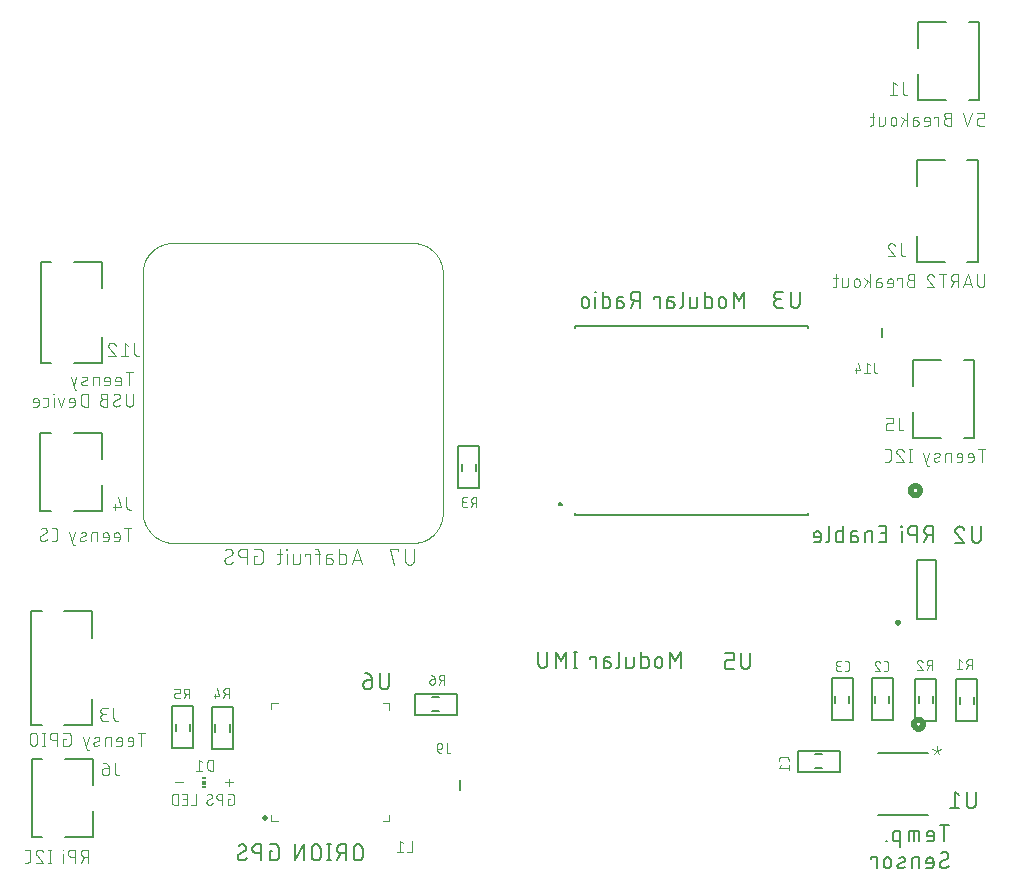
<source format=gbr>
G04 EAGLE Gerber RS-274X export*
G75*
%MOMM*%
%FSLAX34Y34*%
%LPD*%
%INSilkscreen Bottom*%
%IPPOS*%
%AMOC8*
5,1,8,0,0,1.08239X$1,22.5*%
G01*
%ADD10C,0.001000*%
%ADD11C,0.101600*%
%ADD12C,0.127000*%
%ADD13C,0.076200*%
%ADD14C,0.508000*%
%ADD15C,0.150000*%
%ADD16C,0.250000*%
%ADD17C,0.177800*%
%ADD18C,0.500000*%
%ADD19C,0.120000*%
%ADD20R,0.300000X0.150000*%
%ADD21R,0.300000X0.300000*%
%ADD22C,0.152400*%
%ADD23C,0.050800*%
%ADD24C,0.200000*%
%ADD25C,0.000000*%


D10*
X149400Y600000D02*
X149500Y394700D01*
X149579Y394049D01*
X149674Y393400D01*
X149785Y392753D01*
X149911Y392109D01*
X150053Y391468D01*
X150211Y390831D01*
X150385Y390198D01*
X150573Y389570D01*
X150778Y388946D01*
X150997Y388328D01*
X151231Y387715D01*
X151480Y387108D01*
X151745Y386507D01*
X152023Y385913D01*
X152316Y385326D01*
X152624Y384746D01*
X152945Y384174D01*
X153281Y383610D01*
X153630Y383054D01*
X153992Y382507D01*
X154368Y381969D01*
X154757Y381440D01*
X155159Y380922D01*
X155573Y380413D01*
X156000Y379914D01*
X156438Y379426D01*
X156889Y378949D01*
X157351Y378483D01*
X157824Y378028D01*
X158308Y377585D01*
X158803Y377154D01*
X159309Y376736D01*
X159824Y376329D01*
X160349Y375936D01*
X160884Y375556D01*
X161428Y375188D01*
X161981Y374834D01*
X162542Y374494D01*
X163111Y374168D01*
X163688Y373855D01*
X164273Y373557D01*
X164864Y373273D01*
X165463Y373004D01*
X166068Y372750D01*
X166679Y372510D01*
X167295Y372285D01*
X167917Y372076D01*
X168544Y371882D01*
X169175Y371703D01*
X169811Y371539D01*
X170450Y371392D01*
X171093Y371260D01*
X171739Y371143D01*
X172387Y371043D01*
X173038Y370958D01*
X173691Y370890D01*
X174345Y370837D01*
X175000Y370800D01*
D11*
X857831Y724408D02*
X861492Y724408D01*
X857831Y724408D02*
X857733Y724410D01*
X857635Y724416D01*
X857537Y724426D01*
X857439Y724440D01*
X857343Y724457D01*
X857247Y724479D01*
X857152Y724504D01*
X857058Y724534D01*
X856965Y724567D01*
X856874Y724603D01*
X856785Y724644D01*
X856697Y724688D01*
X856611Y724735D01*
X856526Y724786D01*
X856444Y724840D01*
X856365Y724898D01*
X856287Y724958D01*
X856212Y725022D01*
X856140Y725089D01*
X856071Y725158D01*
X856004Y725230D01*
X855940Y725305D01*
X855880Y725383D01*
X855822Y725462D01*
X855768Y725544D01*
X855717Y725628D01*
X855670Y725715D01*
X855626Y725803D01*
X855585Y725892D01*
X855549Y725983D01*
X855516Y726076D01*
X855486Y726170D01*
X855461Y726265D01*
X855439Y726361D01*
X855422Y726457D01*
X855408Y726555D01*
X855398Y726653D01*
X855392Y726751D01*
X855390Y726849D01*
X855390Y728069D01*
X855392Y728165D01*
X855398Y728261D01*
X855407Y728356D01*
X855420Y728451D01*
X855437Y728545D01*
X855457Y728639D01*
X855482Y728732D01*
X855509Y728823D01*
X855541Y728914D01*
X855576Y729003D01*
X855614Y729091D01*
X855656Y729177D01*
X855701Y729262D01*
X855750Y729344D01*
X855801Y729425D01*
X855856Y729504D01*
X855914Y729580D01*
X855975Y729654D01*
X856039Y729726D01*
X856105Y729795D01*
X856174Y729861D01*
X856246Y729925D01*
X856320Y729986D01*
X856396Y730044D01*
X856475Y730099D01*
X856556Y730150D01*
X856638Y730199D01*
X856723Y730244D01*
X856809Y730286D01*
X856897Y730324D01*
X856986Y730359D01*
X857077Y730391D01*
X857168Y730418D01*
X857261Y730443D01*
X857355Y730463D01*
X857449Y730480D01*
X857544Y730493D01*
X857640Y730502D01*
X857735Y730508D01*
X857831Y730510D01*
X861492Y730510D01*
X861492Y735392D01*
X855390Y735392D01*
X851302Y735392D02*
X847641Y724408D01*
X843980Y735392D01*
X833607Y730510D02*
X830556Y730510D01*
X830447Y730508D01*
X830338Y730502D01*
X830230Y730493D01*
X830122Y730479D01*
X830014Y730462D01*
X829907Y730440D01*
X829801Y730415D01*
X829696Y730386D01*
X829592Y730354D01*
X829490Y730318D01*
X829388Y730278D01*
X829289Y730234D01*
X829190Y730187D01*
X829094Y730137D01*
X828999Y730083D01*
X828907Y730026D01*
X828816Y729965D01*
X828728Y729901D01*
X828642Y729835D01*
X828558Y729765D01*
X828477Y729692D01*
X828399Y729616D01*
X828323Y729538D01*
X828250Y729457D01*
X828180Y729373D01*
X828114Y729287D01*
X828050Y729199D01*
X827989Y729108D01*
X827932Y729016D01*
X827878Y728921D01*
X827828Y728825D01*
X827781Y728726D01*
X827737Y728627D01*
X827697Y728525D01*
X827661Y728423D01*
X827629Y728319D01*
X827600Y728214D01*
X827575Y728108D01*
X827553Y728001D01*
X827536Y727893D01*
X827522Y727785D01*
X827513Y727677D01*
X827507Y727568D01*
X827505Y727459D01*
X827507Y727350D01*
X827513Y727241D01*
X827522Y727133D01*
X827536Y727025D01*
X827553Y726917D01*
X827575Y726810D01*
X827600Y726704D01*
X827629Y726599D01*
X827661Y726495D01*
X827697Y726393D01*
X827737Y726291D01*
X827781Y726192D01*
X827828Y726093D01*
X827878Y725997D01*
X827932Y725902D01*
X827989Y725810D01*
X828050Y725719D01*
X828114Y725631D01*
X828180Y725545D01*
X828250Y725461D01*
X828323Y725380D01*
X828399Y725302D01*
X828477Y725226D01*
X828558Y725153D01*
X828642Y725083D01*
X828728Y725017D01*
X828816Y724953D01*
X828907Y724892D01*
X828999Y724835D01*
X829094Y724781D01*
X829190Y724731D01*
X829289Y724684D01*
X829388Y724640D01*
X829490Y724600D01*
X829592Y724564D01*
X829696Y724532D01*
X829801Y724503D01*
X829907Y724478D01*
X830014Y724456D01*
X830122Y724439D01*
X830230Y724425D01*
X830338Y724416D01*
X830447Y724410D01*
X830556Y724408D01*
X833607Y724408D01*
X833607Y735392D01*
X830556Y735392D01*
X830459Y735390D01*
X830362Y735384D01*
X830265Y735375D01*
X830169Y735361D01*
X830074Y735344D01*
X829979Y735323D01*
X829885Y735298D01*
X829792Y735270D01*
X829701Y735237D01*
X829611Y735202D01*
X829522Y735162D01*
X829435Y735119D01*
X829350Y735073D01*
X829266Y735023D01*
X829185Y734970D01*
X829106Y734914D01*
X829029Y734855D01*
X828954Y734793D01*
X828882Y734728D01*
X828813Y734660D01*
X828746Y734589D01*
X828683Y734516D01*
X828622Y734440D01*
X828564Y734362D01*
X828510Y734282D01*
X828458Y734199D01*
X828410Y734115D01*
X828366Y734029D01*
X828325Y733941D01*
X828287Y733851D01*
X828253Y733760D01*
X828223Y733668D01*
X828196Y733575D01*
X828173Y733481D01*
X828154Y733385D01*
X828139Y733290D01*
X828127Y733193D01*
X828119Y733097D01*
X828115Y733000D01*
X828115Y732902D01*
X828119Y732805D01*
X828127Y732709D01*
X828139Y732612D01*
X828154Y732517D01*
X828173Y732421D01*
X828196Y732327D01*
X828223Y732234D01*
X828253Y732142D01*
X828287Y732051D01*
X828325Y731961D01*
X828366Y731873D01*
X828410Y731787D01*
X828458Y731703D01*
X828510Y731620D01*
X828564Y731540D01*
X828622Y731462D01*
X828683Y731386D01*
X828746Y731313D01*
X828813Y731242D01*
X828882Y731174D01*
X828954Y731109D01*
X829029Y731047D01*
X829106Y730988D01*
X829185Y730932D01*
X829266Y730879D01*
X829350Y730829D01*
X829435Y730783D01*
X829522Y730740D01*
X829611Y730700D01*
X829701Y730665D01*
X829792Y730632D01*
X829885Y730604D01*
X829979Y730579D01*
X830074Y730558D01*
X830169Y730541D01*
X830265Y730527D01*
X830362Y730518D01*
X830459Y730512D01*
X830556Y730510D01*
X823017Y731731D02*
X823017Y724408D01*
X823017Y731731D02*
X819356Y731731D01*
X819356Y730510D01*
X814051Y724408D02*
X811000Y724408D01*
X814051Y724408D02*
X814136Y724410D01*
X814220Y724416D01*
X814304Y724426D01*
X814387Y724439D01*
X814470Y724457D01*
X814552Y724478D01*
X814633Y724503D01*
X814712Y724532D01*
X814791Y724564D01*
X814867Y724600D01*
X814942Y724639D01*
X815015Y724682D01*
X815086Y724728D01*
X815154Y724778D01*
X815221Y724830D01*
X815285Y724886D01*
X815346Y724944D01*
X815404Y725005D01*
X815460Y725069D01*
X815512Y725136D01*
X815562Y725204D01*
X815608Y725275D01*
X815651Y725348D01*
X815690Y725423D01*
X815726Y725499D01*
X815758Y725578D01*
X815787Y725657D01*
X815812Y725738D01*
X815833Y725820D01*
X815851Y725903D01*
X815864Y725986D01*
X815874Y726070D01*
X815880Y726154D01*
X815882Y726239D01*
X815882Y729290D01*
X815880Y729387D01*
X815874Y729484D01*
X815865Y729581D01*
X815851Y729677D01*
X815834Y729772D01*
X815813Y729867D01*
X815788Y729961D01*
X815760Y730054D01*
X815727Y730145D01*
X815692Y730235D01*
X815652Y730324D01*
X815609Y730411D01*
X815563Y730496D01*
X815513Y730580D01*
X815460Y730661D01*
X815404Y730740D01*
X815345Y730817D01*
X815283Y730892D01*
X815218Y730964D01*
X815150Y731033D01*
X815079Y731100D01*
X815006Y731163D01*
X814930Y731224D01*
X814852Y731282D01*
X814772Y731336D01*
X814689Y731388D01*
X814605Y731436D01*
X814519Y731480D01*
X814431Y731521D01*
X814341Y731559D01*
X814250Y731593D01*
X814158Y731623D01*
X814065Y731650D01*
X813971Y731673D01*
X813875Y731692D01*
X813780Y731707D01*
X813683Y731719D01*
X813587Y731727D01*
X813490Y731731D01*
X813392Y731731D01*
X813295Y731727D01*
X813199Y731719D01*
X813102Y731707D01*
X813007Y731692D01*
X812911Y731673D01*
X812817Y731650D01*
X812724Y731623D01*
X812632Y731593D01*
X812541Y731559D01*
X812451Y731521D01*
X812363Y731480D01*
X812277Y731436D01*
X812193Y731388D01*
X812110Y731336D01*
X812030Y731282D01*
X811952Y731224D01*
X811876Y731163D01*
X811803Y731100D01*
X811732Y731033D01*
X811664Y730964D01*
X811599Y730892D01*
X811537Y730817D01*
X811478Y730740D01*
X811422Y730661D01*
X811369Y730580D01*
X811319Y730496D01*
X811273Y730411D01*
X811230Y730324D01*
X811190Y730235D01*
X811155Y730145D01*
X811122Y730054D01*
X811094Y729961D01*
X811069Y729867D01*
X811048Y729772D01*
X811031Y729677D01*
X811017Y729581D01*
X811008Y729484D01*
X811002Y729387D01*
X811000Y729290D01*
X811000Y728069D01*
X815882Y728069D01*
X804443Y728680D02*
X801697Y728680D01*
X804443Y728680D02*
X804534Y728678D01*
X804624Y728672D01*
X804714Y728663D01*
X804804Y728649D01*
X804893Y728632D01*
X804981Y728611D01*
X805068Y728586D01*
X805155Y728558D01*
X805239Y728526D01*
X805323Y728490D01*
X805405Y728451D01*
X805485Y728409D01*
X805563Y728363D01*
X805639Y728314D01*
X805713Y728261D01*
X805785Y728206D01*
X805854Y728147D01*
X805921Y728086D01*
X805985Y728022D01*
X806046Y727955D01*
X806105Y727886D01*
X806160Y727814D01*
X806213Y727740D01*
X806262Y727664D01*
X806308Y727586D01*
X806350Y727506D01*
X806389Y727424D01*
X806425Y727340D01*
X806457Y727256D01*
X806485Y727169D01*
X806510Y727082D01*
X806531Y726994D01*
X806548Y726905D01*
X806562Y726815D01*
X806571Y726725D01*
X806577Y726635D01*
X806579Y726544D01*
X806577Y726453D01*
X806571Y726363D01*
X806562Y726273D01*
X806548Y726183D01*
X806531Y726094D01*
X806510Y726006D01*
X806485Y725919D01*
X806457Y725832D01*
X806425Y725748D01*
X806389Y725664D01*
X806350Y725582D01*
X806308Y725502D01*
X806262Y725424D01*
X806213Y725348D01*
X806160Y725274D01*
X806105Y725202D01*
X806046Y725133D01*
X805985Y725066D01*
X805921Y725002D01*
X805854Y724941D01*
X805785Y724882D01*
X805713Y724827D01*
X805639Y724774D01*
X805563Y724725D01*
X805485Y724679D01*
X805405Y724637D01*
X805323Y724598D01*
X805239Y724562D01*
X805155Y724530D01*
X805068Y724502D01*
X804981Y724477D01*
X804893Y724456D01*
X804804Y724439D01*
X804714Y724425D01*
X804624Y724416D01*
X804534Y724410D01*
X804443Y724408D01*
X801697Y724408D01*
X801697Y729900D01*
X801699Y729985D01*
X801705Y730069D01*
X801715Y730153D01*
X801728Y730236D01*
X801746Y730319D01*
X801767Y730401D01*
X801792Y730482D01*
X801821Y730561D01*
X801853Y730640D01*
X801889Y730716D01*
X801928Y730791D01*
X801971Y730864D01*
X802017Y730935D01*
X802067Y731003D01*
X802119Y731070D01*
X802175Y731134D01*
X802233Y731195D01*
X802294Y731253D01*
X802358Y731309D01*
X802425Y731361D01*
X802493Y731411D01*
X802564Y731457D01*
X802637Y731500D01*
X802712Y731539D01*
X802788Y731575D01*
X802867Y731607D01*
X802946Y731636D01*
X803027Y731661D01*
X803109Y731682D01*
X803192Y731700D01*
X803275Y731713D01*
X803359Y731723D01*
X803443Y731729D01*
X803528Y731731D01*
X805969Y731731D01*
X796310Y735392D02*
X796310Y724408D01*
X796310Y728069D02*
X791428Y731731D01*
X794174Y729595D02*
X791428Y724408D01*
X787442Y726849D02*
X787442Y729290D01*
X787440Y729387D01*
X787434Y729484D01*
X787425Y729581D01*
X787411Y729677D01*
X787394Y729772D01*
X787373Y729867D01*
X787348Y729961D01*
X787320Y730054D01*
X787287Y730145D01*
X787252Y730235D01*
X787212Y730324D01*
X787169Y730411D01*
X787123Y730496D01*
X787073Y730580D01*
X787020Y730661D01*
X786964Y730740D01*
X786905Y730817D01*
X786843Y730892D01*
X786778Y730964D01*
X786710Y731033D01*
X786639Y731100D01*
X786566Y731163D01*
X786490Y731224D01*
X786412Y731282D01*
X786332Y731336D01*
X786249Y731388D01*
X786165Y731436D01*
X786079Y731480D01*
X785991Y731521D01*
X785901Y731559D01*
X785810Y731593D01*
X785718Y731623D01*
X785625Y731650D01*
X785531Y731673D01*
X785435Y731692D01*
X785340Y731707D01*
X785243Y731719D01*
X785147Y731727D01*
X785050Y731731D01*
X784952Y731731D01*
X784855Y731727D01*
X784759Y731719D01*
X784662Y731707D01*
X784567Y731692D01*
X784471Y731673D01*
X784377Y731650D01*
X784284Y731623D01*
X784192Y731593D01*
X784101Y731559D01*
X784011Y731521D01*
X783923Y731480D01*
X783837Y731436D01*
X783753Y731388D01*
X783670Y731336D01*
X783590Y731282D01*
X783512Y731224D01*
X783436Y731163D01*
X783363Y731100D01*
X783292Y731033D01*
X783224Y730964D01*
X783159Y730892D01*
X783097Y730817D01*
X783038Y730740D01*
X782982Y730661D01*
X782929Y730580D01*
X782879Y730496D01*
X782833Y730411D01*
X782790Y730324D01*
X782750Y730235D01*
X782715Y730145D01*
X782682Y730054D01*
X782654Y729961D01*
X782629Y729867D01*
X782608Y729772D01*
X782591Y729677D01*
X782577Y729581D01*
X782568Y729484D01*
X782562Y729387D01*
X782560Y729290D01*
X782560Y726849D01*
X782562Y726752D01*
X782568Y726655D01*
X782577Y726558D01*
X782591Y726462D01*
X782608Y726367D01*
X782629Y726272D01*
X782654Y726178D01*
X782682Y726085D01*
X782715Y725994D01*
X782750Y725904D01*
X782790Y725815D01*
X782833Y725728D01*
X782879Y725643D01*
X782929Y725559D01*
X782982Y725478D01*
X783038Y725399D01*
X783097Y725322D01*
X783159Y725247D01*
X783224Y725175D01*
X783292Y725106D01*
X783363Y725039D01*
X783436Y724976D01*
X783512Y724915D01*
X783590Y724857D01*
X783670Y724803D01*
X783753Y724751D01*
X783837Y724703D01*
X783923Y724659D01*
X784011Y724618D01*
X784101Y724580D01*
X784192Y724546D01*
X784284Y724516D01*
X784377Y724489D01*
X784471Y724466D01*
X784567Y724447D01*
X784662Y724432D01*
X784759Y724420D01*
X784855Y724412D01*
X784952Y724408D01*
X785050Y724408D01*
X785147Y724412D01*
X785243Y724420D01*
X785340Y724432D01*
X785435Y724447D01*
X785531Y724466D01*
X785625Y724489D01*
X785718Y724516D01*
X785810Y724546D01*
X785901Y724580D01*
X785991Y724618D01*
X786079Y724659D01*
X786165Y724703D01*
X786249Y724751D01*
X786332Y724803D01*
X786412Y724857D01*
X786490Y724915D01*
X786566Y724976D01*
X786639Y725039D01*
X786710Y725106D01*
X786778Y725175D01*
X786843Y725247D01*
X786905Y725322D01*
X786964Y725399D01*
X787020Y725478D01*
X787073Y725559D01*
X787123Y725643D01*
X787169Y725728D01*
X787212Y725815D01*
X787252Y725904D01*
X787287Y725994D01*
X787320Y726085D01*
X787348Y726178D01*
X787373Y726272D01*
X787394Y726367D01*
X787411Y726462D01*
X787425Y726558D01*
X787434Y726655D01*
X787440Y726752D01*
X787442Y726849D01*
X777722Y726239D02*
X777722Y731731D01*
X777722Y726239D02*
X777720Y726154D01*
X777714Y726070D01*
X777704Y725986D01*
X777691Y725903D01*
X777673Y725820D01*
X777652Y725738D01*
X777627Y725657D01*
X777598Y725578D01*
X777566Y725499D01*
X777530Y725423D01*
X777491Y725348D01*
X777448Y725275D01*
X777402Y725204D01*
X777352Y725136D01*
X777300Y725069D01*
X777244Y725005D01*
X777186Y724944D01*
X777125Y724886D01*
X777061Y724830D01*
X776994Y724778D01*
X776926Y724728D01*
X776855Y724682D01*
X776782Y724639D01*
X776707Y724600D01*
X776631Y724564D01*
X776552Y724532D01*
X776473Y724503D01*
X776392Y724478D01*
X776310Y724457D01*
X776227Y724439D01*
X776144Y724426D01*
X776060Y724416D01*
X775976Y724410D01*
X775891Y724408D01*
X772840Y724408D01*
X772840Y731731D01*
X768922Y731731D02*
X765260Y731731D01*
X767701Y735392D02*
X767701Y726239D01*
X767699Y726154D01*
X767693Y726070D01*
X767683Y725986D01*
X767670Y725903D01*
X767652Y725820D01*
X767631Y725738D01*
X767606Y725657D01*
X767577Y725578D01*
X767545Y725499D01*
X767509Y725423D01*
X767470Y725348D01*
X767427Y725275D01*
X767381Y725204D01*
X767331Y725136D01*
X767279Y725069D01*
X767223Y725005D01*
X767165Y724944D01*
X767104Y724886D01*
X767040Y724830D01*
X766973Y724778D01*
X766905Y724728D01*
X766834Y724682D01*
X766761Y724639D01*
X766686Y724600D01*
X766610Y724564D01*
X766531Y724532D01*
X766452Y724503D01*
X766371Y724478D01*
X766289Y724457D01*
X766206Y724439D01*
X766123Y724426D01*
X766039Y724416D01*
X765955Y724410D01*
X765870Y724408D01*
X765260Y724408D01*
X862092Y598592D02*
X862092Y590659D01*
X862090Y590550D01*
X862084Y590441D01*
X862075Y590333D01*
X862061Y590225D01*
X862044Y590117D01*
X862022Y590010D01*
X861997Y589904D01*
X861968Y589799D01*
X861936Y589695D01*
X861900Y589593D01*
X861860Y589491D01*
X861816Y589392D01*
X861769Y589293D01*
X861719Y589197D01*
X861665Y589102D01*
X861608Y589010D01*
X861547Y588919D01*
X861483Y588831D01*
X861417Y588745D01*
X861347Y588661D01*
X861274Y588580D01*
X861198Y588502D01*
X861120Y588426D01*
X861039Y588353D01*
X860955Y588283D01*
X860869Y588217D01*
X860781Y588153D01*
X860690Y588092D01*
X860598Y588035D01*
X860503Y587981D01*
X860407Y587931D01*
X860308Y587884D01*
X860209Y587840D01*
X860107Y587800D01*
X860005Y587764D01*
X859901Y587732D01*
X859796Y587703D01*
X859690Y587678D01*
X859583Y587656D01*
X859475Y587639D01*
X859367Y587625D01*
X859259Y587616D01*
X859150Y587610D01*
X859041Y587608D01*
X858932Y587610D01*
X858823Y587616D01*
X858715Y587625D01*
X858607Y587639D01*
X858499Y587656D01*
X858392Y587678D01*
X858286Y587703D01*
X858181Y587732D01*
X858077Y587764D01*
X857975Y587800D01*
X857873Y587840D01*
X857774Y587884D01*
X857675Y587931D01*
X857579Y587981D01*
X857484Y588035D01*
X857392Y588092D01*
X857301Y588153D01*
X857213Y588217D01*
X857127Y588283D01*
X857043Y588353D01*
X856962Y588426D01*
X856884Y588502D01*
X856808Y588580D01*
X856735Y588661D01*
X856665Y588745D01*
X856599Y588831D01*
X856535Y588919D01*
X856474Y589010D01*
X856417Y589102D01*
X856363Y589197D01*
X856313Y589293D01*
X856266Y589392D01*
X856222Y589491D01*
X856182Y589593D01*
X856146Y589695D01*
X856114Y589799D01*
X856085Y589904D01*
X856060Y590010D01*
X856038Y590117D01*
X856021Y590225D01*
X856007Y590333D01*
X855998Y590441D01*
X855992Y590550D01*
X855990Y590659D01*
X855990Y598592D01*
X847881Y598592D02*
X851542Y587608D01*
X844220Y587608D02*
X847881Y598592D01*
X845135Y590354D02*
X850627Y590354D01*
X839700Y587608D02*
X839700Y598592D01*
X836649Y598592D01*
X836540Y598590D01*
X836431Y598584D01*
X836323Y598575D01*
X836215Y598561D01*
X836107Y598544D01*
X836000Y598522D01*
X835894Y598497D01*
X835789Y598468D01*
X835685Y598436D01*
X835583Y598400D01*
X835481Y598360D01*
X835382Y598316D01*
X835283Y598269D01*
X835187Y598219D01*
X835092Y598165D01*
X835000Y598108D01*
X834909Y598047D01*
X834821Y597983D01*
X834735Y597917D01*
X834651Y597847D01*
X834570Y597774D01*
X834492Y597698D01*
X834416Y597620D01*
X834343Y597539D01*
X834273Y597455D01*
X834207Y597369D01*
X834143Y597281D01*
X834082Y597190D01*
X834025Y597098D01*
X833971Y597003D01*
X833921Y596907D01*
X833874Y596808D01*
X833830Y596709D01*
X833790Y596607D01*
X833754Y596505D01*
X833722Y596401D01*
X833693Y596296D01*
X833668Y596190D01*
X833646Y596083D01*
X833629Y595975D01*
X833615Y595867D01*
X833606Y595759D01*
X833600Y595650D01*
X833598Y595541D01*
X833600Y595432D01*
X833606Y595323D01*
X833615Y595215D01*
X833629Y595107D01*
X833646Y594999D01*
X833668Y594892D01*
X833693Y594786D01*
X833722Y594681D01*
X833754Y594577D01*
X833790Y594475D01*
X833830Y594373D01*
X833874Y594274D01*
X833921Y594175D01*
X833971Y594079D01*
X834025Y593984D01*
X834082Y593892D01*
X834143Y593801D01*
X834207Y593713D01*
X834273Y593627D01*
X834343Y593543D01*
X834416Y593462D01*
X834492Y593384D01*
X834570Y593308D01*
X834651Y593235D01*
X834735Y593165D01*
X834821Y593099D01*
X834909Y593035D01*
X835000Y592974D01*
X835092Y592917D01*
X835187Y592863D01*
X835283Y592813D01*
X835382Y592766D01*
X835481Y592722D01*
X835583Y592682D01*
X835685Y592646D01*
X835789Y592614D01*
X835894Y592585D01*
X836000Y592560D01*
X836107Y592538D01*
X836215Y592521D01*
X836323Y592507D01*
X836431Y592498D01*
X836540Y592492D01*
X836649Y592490D01*
X839700Y592490D01*
X836039Y592490D02*
X833598Y587608D01*
X826641Y587608D02*
X826641Y598592D01*
X829692Y598592D02*
X823590Y598592D01*
X816256Y598592D02*
X816153Y598590D01*
X816051Y598584D01*
X815949Y598575D01*
X815847Y598561D01*
X815745Y598544D01*
X815645Y598523D01*
X815545Y598498D01*
X815447Y598470D01*
X815349Y598438D01*
X815253Y598402D01*
X815158Y598363D01*
X815065Y598320D01*
X814973Y598274D01*
X814883Y598224D01*
X814795Y598171D01*
X814709Y598115D01*
X814625Y598055D01*
X814544Y597993D01*
X814465Y597927D01*
X814388Y597859D01*
X814314Y597788D01*
X814243Y597714D01*
X814175Y597637D01*
X814109Y597558D01*
X814047Y597477D01*
X813987Y597393D01*
X813931Y597307D01*
X813878Y597219D01*
X813828Y597129D01*
X813782Y597037D01*
X813739Y596944D01*
X813700Y596849D01*
X813664Y596753D01*
X813632Y596655D01*
X813604Y596557D01*
X813579Y596457D01*
X813558Y596357D01*
X813541Y596255D01*
X813527Y596153D01*
X813518Y596051D01*
X813512Y595949D01*
X813510Y595846D01*
X816256Y598592D02*
X816373Y598590D01*
X816489Y598584D01*
X816606Y598575D01*
X816722Y598561D01*
X816837Y598544D01*
X816952Y598523D01*
X817066Y598498D01*
X817179Y598469D01*
X817291Y598437D01*
X817402Y598401D01*
X817512Y598361D01*
X817621Y598317D01*
X817727Y598270D01*
X817833Y598220D01*
X817936Y598166D01*
X818038Y598109D01*
X818138Y598048D01*
X818236Y597984D01*
X818331Y597917D01*
X818424Y597847D01*
X818515Y597774D01*
X818604Y597697D01*
X818690Y597618D01*
X818773Y597536D01*
X818853Y597452D01*
X818931Y597365D01*
X819005Y597275D01*
X819077Y597183D01*
X819146Y597088D01*
X819211Y596991D01*
X819273Y596893D01*
X819332Y596792D01*
X819387Y596689D01*
X819440Y596584D01*
X819488Y596478D01*
X819533Y596371D01*
X819575Y596261D01*
X819612Y596151D01*
X814425Y593711D02*
X814351Y593783D01*
X814280Y593859D01*
X814211Y593937D01*
X814146Y594017D01*
X814083Y594100D01*
X814023Y594184D01*
X813966Y594271D01*
X813912Y594360D01*
X813861Y594451D01*
X813814Y594543D01*
X813769Y594637D01*
X813728Y594732D01*
X813691Y594829D01*
X813657Y594927D01*
X813626Y595026D01*
X813599Y595127D01*
X813576Y595228D01*
X813556Y595330D01*
X813539Y595432D01*
X813526Y595535D01*
X813517Y595639D01*
X813512Y595742D01*
X813510Y595846D01*
X814425Y593710D02*
X819612Y587608D01*
X813510Y587608D01*
X802528Y593710D02*
X799476Y593710D01*
X799367Y593708D01*
X799258Y593702D01*
X799150Y593693D01*
X799042Y593679D01*
X798934Y593662D01*
X798827Y593640D01*
X798721Y593615D01*
X798616Y593586D01*
X798512Y593554D01*
X798410Y593518D01*
X798308Y593478D01*
X798209Y593434D01*
X798110Y593387D01*
X798014Y593337D01*
X797919Y593283D01*
X797827Y593226D01*
X797736Y593165D01*
X797648Y593101D01*
X797562Y593035D01*
X797478Y592965D01*
X797397Y592892D01*
X797319Y592816D01*
X797243Y592738D01*
X797170Y592657D01*
X797100Y592573D01*
X797034Y592487D01*
X796970Y592399D01*
X796909Y592308D01*
X796852Y592216D01*
X796798Y592121D01*
X796748Y592025D01*
X796701Y591926D01*
X796657Y591827D01*
X796617Y591725D01*
X796581Y591623D01*
X796549Y591519D01*
X796520Y591414D01*
X796495Y591308D01*
X796473Y591201D01*
X796456Y591093D01*
X796442Y590985D01*
X796433Y590877D01*
X796427Y590768D01*
X796425Y590659D01*
X796427Y590550D01*
X796433Y590441D01*
X796442Y590333D01*
X796456Y590225D01*
X796473Y590117D01*
X796495Y590010D01*
X796520Y589904D01*
X796549Y589799D01*
X796581Y589695D01*
X796617Y589593D01*
X796657Y589491D01*
X796701Y589392D01*
X796748Y589293D01*
X796798Y589197D01*
X796852Y589102D01*
X796909Y589010D01*
X796970Y588919D01*
X797034Y588831D01*
X797100Y588745D01*
X797170Y588661D01*
X797243Y588580D01*
X797319Y588502D01*
X797397Y588426D01*
X797478Y588353D01*
X797562Y588283D01*
X797648Y588217D01*
X797736Y588153D01*
X797827Y588092D01*
X797919Y588035D01*
X798014Y587981D01*
X798110Y587931D01*
X798209Y587884D01*
X798308Y587840D01*
X798410Y587800D01*
X798512Y587764D01*
X798616Y587732D01*
X798721Y587703D01*
X798827Y587678D01*
X798934Y587656D01*
X799042Y587639D01*
X799150Y587625D01*
X799258Y587616D01*
X799367Y587610D01*
X799476Y587608D01*
X802528Y587608D01*
X802528Y598592D01*
X799476Y598592D01*
X799379Y598590D01*
X799282Y598584D01*
X799185Y598575D01*
X799089Y598561D01*
X798994Y598544D01*
X798899Y598523D01*
X798805Y598498D01*
X798712Y598470D01*
X798621Y598437D01*
X798531Y598402D01*
X798442Y598362D01*
X798355Y598319D01*
X798270Y598273D01*
X798186Y598223D01*
X798105Y598170D01*
X798026Y598114D01*
X797949Y598055D01*
X797874Y597993D01*
X797802Y597928D01*
X797733Y597860D01*
X797666Y597789D01*
X797603Y597716D01*
X797542Y597640D01*
X797484Y597562D01*
X797430Y597482D01*
X797378Y597399D01*
X797330Y597315D01*
X797286Y597229D01*
X797245Y597141D01*
X797207Y597051D01*
X797173Y596960D01*
X797143Y596868D01*
X797116Y596775D01*
X797093Y596681D01*
X797074Y596585D01*
X797059Y596490D01*
X797047Y596393D01*
X797039Y596297D01*
X797035Y596200D01*
X797035Y596102D01*
X797039Y596005D01*
X797047Y595909D01*
X797059Y595812D01*
X797074Y595717D01*
X797093Y595621D01*
X797116Y595527D01*
X797143Y595434D01*
X797173Y595342D01*
X797207Y595251D01*
X797245Y595161D01*
X797286Y595073D01*
X797330Y594987D01*
X797378Y594903D01*
X797430Y594820D01*
X797484Y594740D01*
X797542Y594662D01*
X797603Y594586D01*
X797666Y594513D01*
X797733Y594442D01*
X797802Y594374D01*
X797874Y594309D01*
X797949Y594247D01*
X798026Y594188D01*
X798105Y594132D01*
X798186Y594079D01*
X798270Y594029D01*
X798355Y593983D01*
X798442Y593940D01*
X798531Y593900D01*
X798621Y593865D01*
X798712Y593832D01*
X798805Y593804D01*
X798899Y593779D01*
X798994Y593758D01*
X799089Y593741D01*
X799185Y593727D01*
X799282Y593718D01*
X799379Y593712D01*
X799476Y593710D01*
X791937Y594931D02*
X791937Y587608D01*
X791937Y594931D02*
X788276Y594931D01*
X788276Y593710D01*
X782971Y587608D02*
X779920Y587608D01*
X782971Y587608D02*
X783056Y587610D01*
X783140Y587616D01*
X783224Y587626D01*
X783307Y587639D01*
X783390Y587657D01*
X783472Y587678D01*
X783553Y587703D01*
X783632Y587732D01*
X783711Y587764D01*
X783787Y587800D01*
X783862Y587839D01*
X783935Y587882D01*
X784006Y587928D01*
X784074Y587978D01*
X784141Y588030D01*
X784205Y588086D01*
X784266Y588144D01*
X784324Y588205D01*
X784380Y588269D01*
X784432Y588336D01*
X784482Y588404D01*
X784528Y588475D01*
X784571Y588548D01*
X784610Y588623D01*
X784646Y588699D01*
X784678Y588778D01*
X784707Y588857D01*
X784732Y588938D01*
X784753Y589020D01*
X784771Y589103D01*
X784784Y589186D01*
X784794Y589270D01*
X784800Y589354D01*
X784802Y589439D01*
X784802Y592490D01*
X784800Y592587D01*
X784794Y592684D01*
X784785Y592781D01*
X784771Y592877D01*
X784754Y592972D01*
X784733Y593067D01*
X784708Y593161D01*
X784680Y593254D01*
X784647Y593345D01*
X784612Y593435D01*
X784572Y593524D01*
X784529Y593611D01*
X784483Y593696D01*
X784433Y593780D01*
X784380Y593861D01*
X784324Y593940D01*
X784265Y594017D01*
X784203Y594092D01*
X784138Y594164D01*
X784070Y594233D01*
X783999Y594300D01*
X783926Y594363D01*
X783850Y594424D01*
X783772Y594482D01*
X783692Y594536D01*
X783609Y594588D01*
X783525Y594636D01*
X783439Y594680D01*
X783351Y594721D01*
X783261Y594759D01*
X783170Y594793D01*
X783078Y594823D01*
X782985Y594850D01*
X782891Y594873D01*
X782795Y594892D01*
X782700Y594907D01*
X782603Y594919D01*
X782507Y594927D01*
X782410Y594931D01*
X782312Y594931D01*
X782215Y594927D01*
X782119Y594919D01*
X782022Y594907D01*
X781927Y594892D01*
X781831Y594873D01*
X781737Y594850D01*
X781644Y594823D01*
X781552Y594793D01*
X781461Y594759D01*
X781371Y594721D01*
X781283Y594680D01*
X781197Y594636D01*
X781113Y594588D01*
X781030Y594536D01*
X780950Y594482D01*
X780872Y594424D01*
X780796Y594363D01*
X780723Y594300D01*
X780652Y594233D01*
X780584Y594164D01*
X780519Y594092D01*
X780457Y594017D01*
X780398Y593940D01*
X780342Y593861D01*
X780289Y593780D01*
X780239Y593696D01*
X780193Y593611D01*
X780150Y593524D01*
X780110Y593435D01*
X780075Y593345D01*
X780042Y593254D01*
X780014Y593161D01*
X779989Y593067D01*
X779968Y592972D01*
X779951Y592877D01*
X779937Y592781D01*
X779928Y592684D01*
X779922Y592587D01*
X779920Y592490D01*
X779920Y591269D01*
X784802Y591269D01*
X773364Y591880D02*
X770618Y591880D01*
X773364Y591880D02*
X773455Y591878D01*
X773545Y591872D01*
X773635Y591863D01*
X773725Y591849D01*
X773814Y591832D01*
X773902Y591811D01*
X773989Y591786D01*
X774076Y591758D01*
X774160Y591726D01*
X774244Y591690D01*
X774326Y591651D01*
X774406Y591609D01*
X774484Y591563D01*
X774560Y591514D01*
X774634Y591461D01*
X774706Y591406D01*
X774775Y591347D01*
X774842Y591286D01*
X774906Y591222D01*
X774967Y591155D01*
X775026Y591086D01*
X775081Y591014D01*
X775134Y590940D01*
X775183Y590864D01*
X775229Y590786D01*
X775271Y590706D01*
X775310Y590624D01*
X775346Y590540D01*
X775378Y590456D01*
X775406Y590369D01*
X775431Y590282D01*
X775452Y590194D01*
X775469Y590105D01*
X775483Y590015D01*
X775492Y589925D01*
X775498Y589835D01*
X775500Y589744D01*
X775498Y589653D01*
X775492Y589563D01*
X775483Y589473D01*
X775469Y589383D01*
X775452Y589294D01*
X775431Y589206D01*
X775406Y589119D01*
X775378Y589032D01*
X775346Y588948D01*
X775310Y588864D01*
X775271Y588782D01*
X775229Y588702D01*
X775183Y588624D01*
X775134Y588548D01*
X775081Y588474D01*
X775026Y588402D01*
X774967Y588333D01*
X774906Y588266D01*
X774842Y588202D01*
X774775Y588141D01*
X774706Y588082D01*
X774634Y588027D01*
X774560Y587974D01*
X774484Y587925D01*
X774406Y587879D01*
X774326Y587837D01*
X774244Y587798D01*
X774160Y587762D01*
X774076Y587730D01*
X773989Y587702D01*
X773902Y587677D01*
X773814Y587656D01*
X773725Y587639D01*
X773635Y587625D01*
X773545Y587616D01*
X773455Y587610D01*
X773364Y587608D01*
X770618Y587608D01*
X770618Y593100D01*
X770617Y593100D02*
X770619Y593185D01*
X770625Y593269D01*
X770635Y593353D01*
X770648Y593436D01*
X770666Y593519D01*
X770687Y593601D01*
X770712Y593682D01*
X770741Y593761D01*
X770773Y593840D01*
X770809Y593916D01*
X770848Y593991D01*
X770891Y594064D01*
X770937Y594135D01*
X770987Y594203D01*
X771039Y594270D01*
X771095Y594334D01*
X771153Y594395D01*
X771214Y594453D01*
X771278Y594509D01*
X771345Y594561D01*
X771413Y594611D01*
X771484Y594657D01*
X771557Y594700D01*
X771632Y594739D01*
X771708Y594775D01*
X771787Y594807D01*
X771866Y594836D01*
X771947Y594861D01*
X772029Y594882D01*
X772112Y594900D01*
X772195Y594913D01*
X772279Y594923D01*
X772363Y594929D01*
X772448Y594931D01*
X774889Y594931D01*
X765230Y598592D02*
X765230Y587608D01*
X765230Y591269D02*
X760349Y594931D01*
X763095Y592795D02*
X760349Y587608D01*
X756362Y590049D02*
X756362Y592490D01*
X756360Y592587D01*
X756354Y592684D01*
X756345Y592781D01*
X756331Y592877D01*
X756314Y592972D01*
X756293Y593067D01*
X756268Y593161D01*
X756240Y593254D01*
X756207Y593345D01*
X756172Y593435D01*
X756132Y593524D01*
X756089Y593611D01*
X756043Y593696D01*
X755993Y593780D01*
X755940Y593861D01*
X755884Y593940D01*
X755825Y594017D01*
X755763Y594092D01*
X755698Y594164D01*
X755630Y594233D01*
X755559Y594300D01*
X755486Y594363D01*
X755410Y594424D01*
X755332Y594482D01*
X755252Y594536D01*
X755169Y594588D01*
X755085Y594636D01*
X754999Y594680D01*
X754911Y594721D01*
X754821Y594759D01*
X754730Y594793D01*
X754638Y594823D01*
X754545Y594850D01*
X754451Y594873D01*
X754355Y594892D01*
X754260Y594907D01*
X754163Y594919D01*
X754067Y594927D01*
X753970Y594931D01*
X753872Y594931D01*
X753775Y594927D01*
X753679Y594919D01*
X753582Y594907D01*
X753487Y594892D01*
X753391Y594873D01*
X753297Y594850D01*
X753204Y594823D01*
X753112Y594793D01*
X753021Y594759D01*
X752931Y594721D01*
X752843Y594680D01*
X752757Y594636D01*
X752673Y594588D01*
X752590Y594536D01*
X752510Y594482D01*
X752432Y594424D01*
X752356Y594363D01*
X752283Y594300D01*
X752212Y594233D01*
X752144Y594164D01*
X752079Y594092D01*
X752017Y594017D01*
X751958Y593940D01*
X751902Y593861D01*
X751849Y593780D01*
X751799Y593696D01*
X751753Y593611D01*
X751710Y593524D01*
X751670Y593435D01*
X751635Y593345D01*
X751602Y593254D01*
X751574Y593161D01*
X751549Y593067D01*
X751528Y592972D01*
X751511Y592877D01*
X751497Y592781D01*
X751488Y592684D01*
X751482Y592587D01*
X751480Y592490D01*
X751480Y590049D01*
X751482Y589952D01*
X751488Y589855D01*
X751497Y589758D01*
X751511Y589662D01*
X751528Y589567D01*
X751549Y589472D01*
X751574Y589378D01*
X751602Y589285D01*
X751635Y589194D01*
X751670Y589104D01*
X751710Y589015D01*
X751753Y588928D01*
X751799Y588843D01*
X751849Y588759D01*
X751902Y588678D01*
X751958Y588599D01*
X752017Y588522D01*
X752079Y588447D01*
X752144Y588375D01*
X752212Y588306D01*
X752283Y588239D01*
X752356Y588176D01*
X752432Y588115D01*
X752510Y588057D01*
X752590Y588003D01*
X752673Y587951D01*
X752757Y587903D01*
X752843Y587859D01*
X752931Y587818D01*
X753021Y587780D01*
X753112Y587746D01*
X753204Y587716D01*
X753297Y587689D01*
X753391Y587666D01*
X753487Y587647D01*
X753582Y587632D01*
X753679Y587620D01*
X753775Y587612D01*
X753872Y587608D01*
X753970Y587608D01*
X754067Y587612D01*
X754163Y587620D01*
X754260Y587632D01*
X754355Y587647D01*
X754451Y587666D01*
X754545Y587689D01*
X754638Y587716D01*
X754730Y587746D01*
X754821Y587780D01*
X754911Y587818D01*
X754999Y587859D01*
X755085Y587903D01*
X755169Y587951D01*
X755252Y588003D01*
X755332Y588057D01*
X755410Y588115D01*
X755486Y588176D01*
X755559Y588239D01*
X755630Y588306D01*
X755698Y588375D01*
X755763Y588447D01*
X755825Y588522D01*
X755884Y588599D01*
X755940Y588678D01*
X755993Y588759D01*
X756043Y588843D01*
X756089Y588928D01*
X756132Y589015D01*
X756172Y589104D01*
X756207Y589194D01*
X756240Y589285D01*
X756268Y589378D01*
X756293Y589472D01*
X756314Y589567D01*
X756331Y589662D01*
X756345Y589758D01*
X756354Y589855D01*
X756360Y589952D01*
X756362Y590049D01*
X746642Y589439D02*
X746642Y594931D01*
X746642Y589439D02*
X746640Y589354D01*
X746634Y589270D01*
X746624Y589186D01*
X746611Y589103D01*
X746593Y589020D01*
X746572Y588938D01*
X746547Y588857D01*
X746518Y588778D01*
X746486Y588699D01*
X746450Y588623D01*
X746411Y588548D01*
X746368Y588475D01*
X746322Y588404D01*
X746272Y588336D01*
X746220Y588269D01*
X746164Y588205D01*
X746106Y588144D01*
X746045Y588086D01*
X745981Y588030D01*
X745914Y587978D01*
X745846Y587928D01*
X745775Y587882D01*
X745702Y587839D01*
X745627Y587800D01*
X745551Y587764D01*
X745472Y587732D01*
X745393Y587703D01*
X745312Y587678D01*
X745230Y587657D01*
X745147Y587639D01*
X745064Y587626D01*
X744980Y587616D01*
X744896Y587610D01*
X744811Y587608D01*
X741760Y587608D01*
X741760Y594931D01*
X737842Y594931D02*
X734180Y594931D01*
X736621Y598592D02*
X736621Y589439D01*
X736622Y589439D02*
X736620Y589354D01*
X736614Y589270D01*
X736604Y589186D01*
X736591Y589103D01*
X736573Y589020D01*
X736552Y588938D01*
X736527Y588857D01*
X736498Y588778D01*
X736466Y588699D01*
X736430Y588623D01*
X736391Y588548D01*
X736348Y588475D01*
X736302Y588404D01*
X736252Y588336D01*
X736200Y588269D01*
X736144Y588205D01*
X736086Y588144D01*
X736025Y588086D01*
X735961Y588030D01*
X735894Y587978D01*
X735826Y587928D01*
X735755Y587882D01*
X735682Y587839D01*
X735607Y587800D01*
X735531Y587764D01*
X735452Y587732D01*
X735373Y587703D01*
X735292Y587678D01*
X735210Y587657D01*
X735127Y587639D01*
X735044Y587626D01*
X734960Y587616D01*
X734876Y587610D01*
X734791Y587608D01*
X734180Y587608D01*
X859741Y450792D02*
X859741Y439808D01*
X862792Y450792D02*
X856690Y450792D01*
X850991Y439808D02*
X847940Y439808D01*
X850991Y439808D02*
X851076Y439810D01*
X851160Y439816D01*
X851244Y439826D01*
X851327Y439839D01*
X851410Y439857D01*
X851492Y439878D01*
X851573Y439903D01*
X851652Y439932D01*
X851731Y439964D01*
X851807Y440000D01*
X851882Y440039D01*
X851955Y440082D01*
X852026Y440128D01*
X852094Y440178D01*
X852161Y440230D01*
X852225Y440286D01*
X852286Y440344D01*
X852344Y440405D01*
X852400Y440469D01*
X852452Y440536D01*
X852502Y440604D01*
X852548Y440675D01*
X852591Y440748D01*
X852630Y440823D01*
X852666Y440899D01*
X852698Y440978D01*
X852727Y441057D01*
X852752Y441138D01*
X852773Y441220D01*
X852791Y441303D01*
X852804Y441386D01*
X852814Y441470D01*
X852820Y441554D01*
X852822Y441639D01*
X852822Y444690D01*
X852820Y444787D01*
X852814Y444884D01*
X852805Y444981D01*
X852791Y445077D01*
X852774Y445172D01*
X852753Y445267D01*
X852728Y445361D01*
X852700Y445454D01*
X852667Y445545D01*
X852632Y445635D01*
X852592Y445724D01*
X852549Y445811D01*
X852503Y445896D01*
X852453Y445980D01*
X852400Y446061D01*
X852344Y446140D01*
X852285Y446217D01*
X852223Y446292D01*
X852158Y446364D01*
X852090Y446433D01*
X852019Y446500D01*
X851946Y446563D01*
X851870Y446624D01*
X851792Y446682D01*
X851712Y446736D01*
X851629Y446788D01*
X851545Y446836D01*
X851459Y446880D01*
X851371Y446921D01*
X851281Y446959D01*
X851190Y446993D01*
X851098Y447023D01*
X851005Y447050D01*
X850911Y447073D01*
X850815Y447092D01*
X850720Y447107D01*
X850623Y447119D01*
X850527Y447127D01*
X850430Y447131D01*
X850332Y447131D01*
X850235Y447127D01*
X850139Y447119D01*
X850042Y447107D01*
X849947Y447092D01*
X849851Y447073D01*
X849757Y447050D01*
X849664Y447023D01*
X849572Y446993D01*
X849481Y446959D01*
X849391Y446921D01*
X849303Y446880D01*
X849217Y446836D01*
X849133Y446788D01*
X849050Y446736D01*
X848970Y446682D01*
X848892Y446624D01*
X848816Y446563D01*
X848743Y446500D01*
X848672Y446433D01*
X848604Y446364D01*
X848539Y446292D01*
X848477Y446217D01*
X848418Y446140D01*
X848362Y446061D01*
X848309Y445980D01*
X848259Y445896D01*
X848213Y445811D01*
X848170Y445724D01*
X848130Y445635D01*
X848095Y445545D01*
X848062Y445454D01*
X848034Y445361D01*
X848009Y445267D01*
X847988Y445172D01*
X847971Y445077D01*
X847957Y444981D01*
X847948Y444884D01*
X847942Y444787D01*
X847940Y444690D01*
X847940Y443469D01*
X852822Y443469D01*
X841631Y439808D02*
X838580Y439808D01*
X841631Y439808D02*
X841716Y439810D01*
X841800Y439816D01*
X841884Y439826D01*
X841967Y439839D01*
X842050Y439857D01*
X842132Y439878D01*
X842213Y439903D01*
X842292Y439932D01*
X842371Y439964D01*
X842447Y440000D01*
X842522Y440039D01*
X842595Y440082D01*
X842666Y440128D01*
X842734Y440178D01*
X842801Y440230D01*
X842865Y440286D01*
X842926Y440344D01*
X842984Y440405D01*
X843040Y440469D01*
X843092Y440536D01*
X843142Y440604D01*
X843188Y440675D01*
X843231Y440748D01*
X843270Y440823D01*
X843306Y440899D01*
X843338Y440978D01*
X843367Y441057D01*
X843392Y441138D01*
X843413Y441220D01*
X843431Y441303D01*
X843444Y441386D01*
X843454Y441470D01*
X843460Y441554D01*
X843462Y441639D01*
X843462Y444690D01*
X843460Y444787D01*
X843454Y444884D01*
X843445Y444981D01*
X843431Y445077D01*
X843414Y445172D01*
X843393Y445267D01*
X843368Y445361D01*
X843340Y445454D01*
X843307Y445545D01*
X843272Y445635D01*
X843232Y445724D01*
X843189Y445811D01*
X843143Y445896D01*
X843093Y445980D01*
X843040Y446061D01*
X842984Y446140D01*
X842925Y446217D01*
X842863Y446292D01*
X842798Y446364D01*
X842730Y446433D01*
X842659Y446500D01*
X842586Y446563D01*
X842510Y446624D01*
X842432Y446682D01*
X842352Y446736D01*
X842269Y446788D01*
X842185Y446836D01*
X842099Y446880D01*
X842011Y446921D01*
X841921Y446959D01*
X841830Y446993D01*
X841738Y447023D01*
X841645Y447050D01*
X841551Y447073D01*
X841455Y447092D01*
X841360Y447107D01*
X841263Y447119D01*
X841167Y447127D01*
X841070Y447131D01*
X840972Y447131D01*
X840875Y447127D01*
X840779Y447119D01*
X840682Y447107D01*
X840587Y447092D01*
X840491Y447073D01*
X840397Y447050D01*
X840304Y447023D01*
X840212Y446993D01*
X840121Y446959D01*
X840031Y446921D01*
X839943Y446880D01*
X839857Y446836D01*
X839773Y446788D01*
X839690Y446736D01*
X839610Y446682D01*
X839532Y446624D01*
X839456Y446563D01*
X839383Y446500D01*
X839312Y446433D01*
X839244Y446364D01*
X839179Y446292D01*
X839117Y446217D01*
X839058Y446140D01*
X839002Y446061D01*
X838949Y445980D01*
X838899Y445896D01*
X838853Y445811D01*
X838810Y445724D01*
X838770Y445635D01*
X838735Y445545D01*
X838702Y445454D01*
X838674Y445361D01*
X838649Y445267D01*
X838628Y445172D01*
X838611Y445077D01*
X838597Y444981D01*
X838588Y444884D01*
X838582Y444787D01*
X838580Y444690D01*
X838580Y443469D01*
X843462Y443469D01*
X833742Y439808D02*
X833742Y447131D01*
X830691Y447131D01*
X830606Y447129D01*
X830522Y447123D01*
X830438Y447113D01*
X830355Y447100D01*
X830272Y447082D01*
X830190Y447061D01*
X830109Y447036D01*
X830030Y447007D01*
X829951Y446975D01*
X829875Y446939D01*
X829800Y446900D01*
X829727Y446857D01*
X829656Y446811D01*
X829588Y446761D01*
X829521Y446709D01*
X829457Y446653D01*
X829396Y446595D01*
X829338Y446534D01*
X829282Y446470D01*
X829230Y446403D01*
X829180Y446335D01*
X829134Y446264D01*
X829091Y446191D01*
X829052Y446116D01*
X829016Y446040D01*
X828984Y445961D01*
X828955Y445882D01*
X828930Y445801D01*
X828909Y445719D01*
X828891Y445636D01*
X828878Y445553D01*
X828868Y445469D01*
X828862Y445385D01*
X828860Y445300D01*
X828860Y439808D01*
X823106Y444080D02*
X820055Y442859D01*
X823107Y444080D02*
X823179Y444111D01*
X823249Y444146D01*
X823318Y444183D01*
X823384Y444225D01*
X823449Y444269D01*
X823511Y444317D01*
X823571Y444367D01*
X823628Y444421D01*
X823683Y444477D01*
X823734Y444536D01*
X823783Y444598D01*
X823829Y444662D01*
X823871Y444727D01*
X823910Y444795D01*
X823946Y444865D01*
X823978Y444937D01*
X824006Y445010D01*
X824031Y445084D01*
X824052Y445160D01*
X824070Y445236D01*
X824083Y445313D01*
X824093Y445391D01*
X824099Y445469D01*
X824101Y445548D01*
X824099Y445626D01*
X824093Y445704D01*
X824084Y445782D01*
X824070Y445859D01*
X824053Y445936D01*
X824032Y446011D01*
X824007Y446086D01*
X823979Y446159D01*
X823947Y446230D01*
X823911Y446300D01*
X823872Y446368D01*
X823830Y446434D01*
X823785Y446498D01*
X823736Y446560D01*
X823685Y446619D01*
X823630Y446675D01*
X823573Y446729D01*
X823513Y446780D01*
X823451Y446827D01*
X823387Y446872D01*
X823320Y446913D01*
X823251Y446951D01*
X823181Y446986D01*
X823109Y447017D01*
X823036Y447044D01*
X822961Y447068D01*
X822885Y447088D01*
X822808Y447104D01*
X822731Y447117D01*
X822653Y447125D01*
X822575Y447130D01*
X822496Y447131D01*
X822329Y447127D01*
X822163Y447119D01*
X821997Y447106D01*
X821831Y447090D01*
X821666Y447069D01*
X821501Y447045D01*
X821337Y447017D01*
X821173Y446985D01*
X821010Y446948D01*
X820849Y446908D01*
X820688Y446864D01*
X820528Y446817D01*
X820370Y446765D01*
X820213Y446710D01*
X820057Y446651D01*
X819903Y446588D01*
X819750Y446521D01*
X820055Y442859D02*
X819983Y442828D01*
X819913Y442793D01*
X819844Y442756D01*
X819778Y442714D01*
X819713Y442670D01*
X819651Y442622D01*
X819591Y442572D01*
X819534Y442518D01*
X819479Y442462D01*
X819428Y442403D01*
X819379Y442341D01*
X819333Y442277D01*
X819291Y442212D01*
X819252Y442144D01*
X819216Y442074D01*
X819184Y442002D01*
X819156Y441929D01*
X819131Y441855D01*
X819110Y441779D01*
X819092Y441703D01*
X819079Y441626D01*
X819069Y441548D01*
X819063Y441470D01*
X819061Y441391D01*
X819063Y441313D01*
X819069Y441235D01*
X819078Y441157D01*
X819092Y441080D01*
X819109Y441003D01*
X819130Y440928D01*
X819155Y440853D01*
X819183Y440780D01*
X819215Y440709D01*
X819251Y440639D01*
X819290Y440571D01*
X819332Y440505D01*
X819377Y440441D01*
X819426Y440379D01*
X819477Y440320D01*
X819532Y440264D01*
X819589Y440210D01*
X819649Y440159D01*
X819711Y440112D01*
X819775Y440067D01*
X819842Y440026D01*
X819911Y439988D01*
X819981Y439953D01*
X820053Y439922D01*
X820126Y439895D01*
X820201Y439871D01*
X820277Y439851D01*
X820354Y439835D01*
X820431Y439822D01*
X820509Y439814D01*
X820587Y439809D01*
X820666Y439808D01*
X820666Y439807D02*
X820910Y439813D01*
X821155Y439826D01*
X821399Y439844D01*
X821643Y439867D01*
X821886Y439897D01*
X822128Y439932D01*
X822369Y439973D01*
X822610Y440020D01*
X822849Y440072D01*
X823087Y440130D01*
X823323Y440193D01*
X823558Y440262D01*
X823791Y440337D01*
X824022Y440417D01*
X815022Y436147D02*
X813801Y436147D01*
X810140Y447131D01*
X815022Y447131D02*
X812581Y439808D01*
X799261Y439808D02*
X799261Y450792D01*
X800481Y439808D02*
X798040Y439808D01*
X798040Y450792D02*
X800481Y450792D01*
X790316Y450792D02*
X790213Y450790D01*
X790111Y450784D01*
X790009Y450775D01*
X789907Y450761D01*
X789805Y450744D01*
X789705Y450723D01*
X789605Y450698D01*
X789507Y450670D01*
X789409Y450638D01*
X789313Y450602D01*
X789218Y450563D01*
X789125Y450520D01*
X789033Y450474D01*
X788943Y450424D01*
X788855Y450371D01*
X788769Y450315D01*
X788685Y450255D01*
X788604Y450193D01*
X788525Y450127D01*
X788448Y450059D01*
X788374Y449988D01*
X788303Y449914D01*
X788235Y449837D01*
X788169Y449758D01*
X788107Y449677D01*
X788047Y449593D01*
X787991Y449507D01*
X787938Y449419D01*
X787888Y449329D01*
X787842Y449237D01*
X787799Y449144D01*
X787760Y449049D01*
X787724Y448953D01*
X787692Y448855D01*
X787664Y448757D01*
X787639Y448657D01*
X787618Y448557D01*
X787601Y448455D01*
X787587Y448353D01*
X787578Y448251D01*
X787572Y448149D01*
X787570Y448046D01*
X790316Y450792D02*
X790433Y450790D01*
X790549Y450784D01*
X790666Y450775D01*
X790782Y450761D01*
X790897Y450744D01*
X791012Y450723D01*
X791126Y450698D01*
X791239Y450669D01*
X791351Y450637D01*
X791462Y450601D01*
X791572Y450561D01*
X791681Y450517D01*
X791787Y450470D01*
X791893Y450420D01*
X791996Y450366D01*
X792098Y450309D01*
X792198Y450248D01*
X792296Y450184D01*
X792391Y450117D01*
X792484Y450047D01*
X792575Y449974D01*
X792664Y449897D01*
X792750Y449818D01*
X792833Y449736D01*
X792913Y449652D01*
X792991Y449565D01*
X793065Y449475D01*
X793137Y449383D01*
X793206Y449288D01*
X793271Y449191D01*
X793333Y449093D01*
X793392Y448992D01*
X793447Y448889D01*
X793500Y448784D01*
X793548Y448678D01*
X793593Y448571D01*
X793635Y448461D01*
X793672Y448351D01*
X788485Y445911D02*
X788411Y445983D01*
X788340Y446059D01*
X788271Y446137D01*
X788206Y446217D01*
X788143Y446300D01*
X788083Y446384D01*
X788026Y446471D01*
X787972Y446560D01*
X787921Y446651D01*
X787874Y446743D01*
X787829Y446837D01*
X787788Y446932D01*
X787751Y447029D01*
X787717Y447127D01*
X787686Y447226D01*
X787659Y447327D01*
X787636Y447428D01*
X787616Y447530D01*
X787599Y447632D01*
X787586Y447735D01*
X787577Y447839D01*
X787572Y447942D01*
X787570Y448046D01*
X788485Y445910D02*
X793672Y439808D01*
X787570Y439808D01*
X780463Y439808D02*
X778023Y439808D01*
X780463Y439808D02*
X780559Y439810D01*
X780655Y439816D01*
X780750Y439825D01*
X780845Y439838D01*
X780939Y439855D01*
X781033Y439875D01*
X781126Y439900D01*
X781217Y439927D01*
X781308Y439959D01*
X781397Y439994D01*
X781485Y440032D01*
X781571Y440074D01*
X781656Y440119D01*
X781738Y440168D01*
X781819Y440219D01*
X781898Y440274D01*
X781974Y440332D01*
X782048Y440393D01*
X782120Y440457D01*
X782189Y440523D01*
X782255Y440592D01*
X782319Y440664D01*
X782380Y440738D01*
X782438Y440814D01*
X782493Y440893D01*
X782544Y440974D01*
X782593Y441056D01*
X782638Y441141D01*
X782680Y441227D01*
X782718Y441315D01*
X782753Y441404D01*
X782785Y441495D01*
X782812Y441586D01*
X782837Y441679D01*
X782857Y441773D01*
X782874Y441867D01*
X782887Y441962D01*
X782896Y442057D01*
X782902Y442153D01*
X782904Y442249D01*
X782904Y448351D01*
X782902Y448447D01*
X782896Y448543D01*
X782887Y448638D01*
X782874Y448733D01*
X782857Y448827D01*
X782837Y448921D01*
X782812Y449014D01*
X782785Y449105D01*
X782753Y449196D01*
X782718Y449285D01*
X782680Y449373D01*
X782638Y449459D01*
X782593Y449544D01*
X782544Y449626D01*
X782493Y449707D01*
X782438Y449786D01*
X782380Y449862D01*
X782319Y449936D01*
X782255Y450008D01*
X782189Y450077D01*
X782120Y450143D01*
X782048Y450207D01*
X781974Y450268D01*
X781898Y450326D01*
X781819Y450381D01*
X781738Y450432D01*
X781656Y450481D01*
X781571Y450526D01*
X781485Y450568D01*
X781397Y450606D01*
X781308Y450641D01*
X781217Y450673D01*
X781126Y450700D01*
X781033Y450725D01*
X780939Y450745D01*
X780845Y450762D01*
X780750Y450775D01*
X780655Y450784D01*
X780559Y450790D01*
X780463Y450792D01*
X778023Y450792D01*
D12*
X818665Y385465D02*
X818665Y371735D01*
X818665Y385465D02*
X814851Y385465D01*
X814729Y385463D01*
X814607Y385457D01*
X814485Y385447D01*
X814363Y385434D01*
X814242Y385416D01*
X814122Y385395D01*
X814002Y385369D01*
X813884Y385340D01*
X813766Y385307D01*
X813649Y385271D01*
X813534Y385230D01*
X813420Y385186D01*
X813307Y385139D01*
X813196Y385087D01*
X813087Y385032D01*
X812979Y384974D01*
X812874Y384913D01*
X812770Y384847D01*
X812669Y384779D01*
X812570Y384708D01*
X812473Y384633D01*
X812379Y384555D01*
X812287Y384474D01*
X812198Y384391D01*
X812111Y384304D01*
X812028Y384215D01*
X811947Y384123D01*
X811869Y384029D01*
X811794Y383932D01*
X811723Y383833D01*
X811655Y383732D01*
X811589Y383628D01*
X811528Y383523D01*
X811470Y383415D01*
X811415Y383306D01*
X811363Y383195D01*
X811316Y383082D01*
X811272Y382968D01*
X811231Y382853D01*
X811195Y382736D01*
X811162Y382618D01*
X811133Y382500D01*
X811107Y382380D01*
X811086Y382260D01*
X811068Y382139D01*
X811055Y382017D01*
X811045Y381895D01*
X811039Y381773D01*
X811037Y381651D01*
X811039Y381529D01*
X811045Y381407D01*
X811055Y381285D01*
X811068Y381163D01*
X811086Y381042D01*
X811107Y380922D01*
X811133Y380802D01*
X811162Y380684D01*
X811195Y380566D01*
X811231Y380449D01*
X811272Y380334D01*
X811316Y380220D01*
X811363Y380107D01*
X811415Y379996D01*
X811470Y379887D01*
X811528Y379779D01*
X811589Y379674D01*
X811655Y379570D01*
X811723Y379469D01*
X811794Y379370D01*
X811869Y379273D01*
X811947Y379179D01*
X812028Y379087D01*
X812111Y378998D01*
X812198Y378911D01*
X812287Y378828D01*
X812379Y378747D01*
X812473Y378669D01*
X812570Y378594D01*
X812669Y378523D01*
X812770Y378455D01*
X812874Y378389D01*
X812979Y378328D01*
X813087Y378270D01*
X813196Y378215D01*
X813307Y378163D01*
X813420Y378116D01*
X813534Y378072D01*
X813649Y378031D01*
X813766Y377995D01*
X813884Y377962D01*
X814002Y377933D01*
X814122Y377907D01*
X814242Y377886D01*
X814363Y377868D01*
X814485Y377855D01*
X814607Y377845D01*
X814729Y377839D01*
X814851Y377837D01*
X818665Y377837D01*
X814088Y377837D02*
X811037Y371735D01*
X804599Y371735D02*
X804599Y385465D01*
X800785Y385465D01*
X800663Y385463D01*
X800541Y385457D01*
X800419Y385447D01*
X800297Y385434D01*
X800176Y385416D01*
X800056Y385395D01*
X799936Y385369D01*
X799818Y385340D01*
X799700Y385307D01*
X799583Y385271D01*
X799468Y385230D01*
X799354Y385186D01*
X799241Y385139D01*
X799130Y385087D01*
X799021Y385032D01*
X798913Y384974D01*
X798808Y384913D01*
X798704Y384847D01*
X798603Y384779D01*
X798504Y384708D01*
X798407Y384633D01*
X798313Y384555D01*
X798221Y384474D01*
X798132Y384391D01*
X798045Y384304D01*
X797962Y384215D01*
X797881Y384123D01*
X797803Y384029D01*
X797728Y383932D01*
X797657Y383833D01*
X797589Y383732D01*
X797523Y383628D01*
X797462Y383523D01*
X797404Y383415D01*
X797349Y383306D01*
X797297Y383195D01*
X797250Y383082D01*
X797206Y382968D01*
X797165Y382853D01*
X797129Y382736D01*
X797096Y382618D01*
X797067Y382500D01*
X797041Y382380D01*
X797020Y382260D01*
X797002Y382139D01*
X796989Y382017D01*
X796979Y381895D01*
X796973Y381773D01*
X796971Y381651D01*
X796973Y381529D01*
X796979Y381407D01*
X796989Y381285D01*
X797002Y381163D01*
X797020Y381042D01*
X797041Y380922D01*
X797067Y380802D01*
X797096Y380684D01*
X797129Y380566D01*
X797165Y380449D01*
X797206Y380334D01*
X797250Y380220D01*
X797297Y380107D01*
X797349Y379996D01*
X797404Y379887D01*
X797462Y379779D01*
X797523Y379674D01*
X797589Y379570D01*
X797657Y379469D01*
X797728Y379370D01*
X797803Y379273D01*
X797881Y379179D01*
X797962Y379087D01*
X798045Y378998D01*
X798132Y378911D01*
X798221Y378828D01*
X798313Y378747D01*
X798407Y378669D01*
X798504Y378594D01*
X798603Y378523D01*
X798704Y378455D01*
X798808Y378389D01*
X798913Y378328D01*
X799021Y378270D01*
X799130Y378215D01*
X799241Y378163D01*
X799354Y378116D01*
X799468Y378072D01*
X799583Y378031D01*
X799700Y377995D01*
X799818Y377962D01*
X799936Y377933D01*
X800056Y377907D01*
X800176Y377886D01*
X800297Y377868D01*
X800419Y377855D01*
X800541Y377845D01*
X800663Y377839D01*
X800785Y377837D01*
X804599Y377837D01*
X791991Y380888D02*
X791991Y371735D01*
X792372Y384702D02*
X792372Y385465D01*
X791609Y385465D01*
X791609Y384702D01*
X792372Y384702D01*
X778677Y371735D02*
X772575Y371735D01*
X778677Y371735D02*
X778677Y385465D01*
X772575Y385465D01*
X774101Y379363D02*
X778677Y379363D01*
X767142Y380888D02*
X767142Y371735D01*
X767142Y380888D02*
X763328Y380888D01*
X763233Y380886D01*
X763139Y380880D01*
X763045Y380870D01*
X762951Y380857D01*
X762858Y380839D01*
X762766Y380818D01*
X762675Y380793D01*
X762585Y380764D01*
X762496Y380731D01*
X762409Y380695D01*
X762323Y380656D01*
X762239Y380612D01*
X762157Y380566D01*
X762077Y380515D01*
X761999Y380462D01*
X761923Y380406D01*
X761849Y380346D01*
X761778Y380283D01*
X761710Y380218D01*
X761645Y380150D01*
X761582Y380079D01*
X761522Y380005D01*
X761466Y379930D01*
X761413Y379851D01*
X761363Y379771D01*
X761316Y379689D01*
X761273Y379605D01*
X761233Y379519D01*
X761197Y379432D01*
X761164Y379343D01*
X761135Y379253D01*
X761110Y379162D01*
X761089Y379070D01*
X761071Y378977D01*
X761058Y378883D01*
X761048Y378789D01*
X761042Y378695D01*
X761040Y378600D01*
X761040Y371735D01*
X752394Y377074D02*
X748961Y377074D01*
X752394Y377075D02*
X752496Y377073D01*
X752598Y377067D01*
X752700Y377057D01*
X752802Y377044D01*
X752902Y377026D01*
X753002Y377005D01*
X753102Y376980D01*
X753200Y376951D01*
X753297Y376918D01*
X753392Y376881D01*
X753486Y376841D01*
X753579Y376798D01*
X753670Y376751D01*
X753758Y376700D01*
X753845Y376646D01*
X753930Y376589D01*
X754013Y376528D01*
X754093Y376465D01*
X754170Y376398D01*
X754245Y376329D01*
X754318Y376256D01*
X754387Y376181D01*
X754454Y376104D01*
X754517Y376024D01*
X754578Y375941D01*
X754635Y375856D01*
X754689Y375769D01*
X754740Y375681D01*
X754787Y375590D01*
X754830Y375497D01*
X754870Y375403D01*
X754907Y375308D01*
X754940Y375211D01*
X754969Y375113D01*
X754994Y375013D01*
X755015Y374913D01*
X755033Y374813D01*
X755046Y374711D01*
X755056Y374609D01*
X755062Y374507D01*
X755064Y374405D01*
X755062Y374303D01*
X755056Y374201D01*
X755046Y374099D01*
X755033Y373997D01*
X755015Y373897D01*
X754994Y373797D01*
X754969Y373697D01*
X754940Y373599D01*
X754907Y373502D01*
X754870Y373407D01*
X754830Y373313D01*
X754787Y373220D01*
X754740Y373129D01*
X754689Y373041D01*
X754635Y372954D01*
X754578Y372869D01*
X754517Y372786D01*
X754454Y372706D01*
X754387Y372629D01*
X754318Y372554D01*
X754245Y372481D01*
X754170Y372412D01*
X754093Y372345D01*
X754013Y372282D01*
X753930Y372221D01*
X753845Y372164D01*
X753758Y372110D01*
X753670Y372059D01*
X753579Y372012D01*
X753486Y371969D01*
X753392Y371929D01*
X753297Y371892D01*
X753200Y371859D01*
X753102Y371830D01*
X753002Y371805D01*
X752902Y371784D01*
X752802Y371766D01*
X752700Y371753D01*
X752598Y371743D01*
X752496Y371737D01*
X752394Y371735D01*
X748961Y371735D01*
X748961Y378600D01*
X748962Y378600D02*
X748964Y378695D01*
X748970Y378789D01*
X748980Y378883D01*
X748993Y378977D01*
X749011Y379070D01*
X749032Y379162D01*
X749057Y379253D01*
X749086Y379343D01*
X749119Y379432D01*
X749155Y379519D01*
X749194Y379605D01*
X749238Y379689D01*
X749284Y379771D01*
X749335Y379851D01*
X749388Y379930D01*
X749444Y380005D01*
X749504Y380079D01*
X749567Y380150D01*
X749632Y380218D01*
X749700Y380283D01*
X749771Y380346D01*
X749845Y380406D01*
X749921Y380462D01*
X749999Y380515D01*
X750079Y380566D01*
X750161Y380612D01*
X750245Y380656D01*
X750331Y380695D01*
X750418Y380731D01*
X750507Y380764D01*
X750597Y380793D01*
X750688Y380818D01*
X750780Y380839D01*
X750873Y380857D01*
X750967Y380870D01*
X751061Y380880D01*
X751155Y380886D01*
X751250Y380888D01*
X754301Y380888D01*
X742320Y385465D02*
X742320Y371735D01*
X738506Y371735D01*
X738411Y371737D01*
X738317Y371743D01*
X738223Y371753D01*
X738129Y371766D01*
X738036Y371784D01*
X737944Y371805D01*
X737853Y371830D01*
X737763Y371859D01*
X737674Y371892D01*
X737587Y371928D01*
X737501Y371967D01*
X737417Y372011D01*
X737335Y372057D01*
X737255Y372108D01*
X737177Y372161D01*
X737101Y372217D01*
X737027Y372277D01*
X736956Y372340D01*
X736888Y372405D01*
X736823Y372473D01*
X736760Y372544D01*
X736700Y372618D01*
X736644Y372693D01*
X736591Y372772D01*
X736541Y372852D01*
X736494Y372934D01*
X736451Y373018D01*
X736411Y373104D01*
X736375Y373191D01*
X736342Y373280D01*
X736313Y373370D01*
X736288Y373461D01*
X736267Y373553D01*
X736249Y373646D01*
X736236Y373740D01*
X736226Y373834D01*
X736220Y373928D01*
X736218Y374023D01*
X736218Y378600D01*
X736220Y378695D01*
X736226Y378789D01*
X736236Y378883D01*
X736249Y378977D01*
X736267Y379070D01*
X736288Y379162D01*
X736313Y379253D01*
X736342Y379343D01*
X736375Y379432D01*
X736411Y379519D01*
X736450Y379605D01*
X736494Y379689D01*
X736540Y379771D01*
X736591Y379851D01*
X736644Y379930D01*
X736700Y380005D01*
X736760Y380079D01*
X736823Y380150D01*
X736888Y380218D01*
X736956Y380283D01*
X737027Y380346D01*
X737101Y380406D01*
X737177Y380462D01*
X737255Y380515D01*
X737335Y380566D01*
X737417Y380612D01*
X737501Y380656D01*
X737587Y380695D01*
X737674Y380731D01*
X737763Y380764D01*
X737853Y380793D01*
X737944Y380818D01*
X738036Y380839D01*
X738129Y380857D01*
X738223Y380870D01*
X738317Y380880D01*
X738411Y380886D01*
X738506Y380888D01*
X742320Y380888D01*
X730523Y385465D02*
X730523Y374023D01*
X730521Y373928D01*
X730515Y373834D01*
X730505Y373740D01*
X730492Y373646D01*
X730474Y373553D01*
X730453Y373461D01*
X730428Y373370D01*
X730399Y373280D01*
X730366Y373191D01*
X730330Y373104D01*
X730291Y373018D01*
X730247Y372934D01*
X730201Y372852D01*
X730150Y372772D01*
X730097Y372693D01*
X730041Y372618D01*
X729981Y372544D01*
X729918Y372473D01*
X729853Y372405D01*
X729785Y372340D01*
X729714Y372277D01*
X729640Y372217D01*
X729565Y372161D01*
X729486Y372108D01*
X729406Y372057D01*
X729324Y372011D01*
X729240Y371967D01*
X729154Y371928D01*
X729067Y371892D01*
X728978Y371859D01*
X728888Y371830D01*
X728797Y371805D01*
X728705Y371784D01*
X728612Y371766D01*
X728518Y371753D01*
X728424Y371743D01*
X728330Y371737D01*
X728235Y371735D01*
X721204Y371735D02*
X717390Y371735D01*
X721204Y371735D02*
X721299Y371737D01*
X721393Y371743D01*
X721487Y371753D01*
X721581Y371766D01*
X721674Y371784D01*
X721766Y371805D01*
X721857Y371830D01*
X721947Y371859D01*
X722036Y371892D01*
X722123Y371928D01*
X722209Y371967D01*
X722293Y372011D01*
X722375Y372057D01*
X722455Y372108D01*
X722534Y372161D01*
X722609Y372217D01*
X722683Y372277D01*
X722754Y372340D01*
X722822Y372405D01*
X722887Y372473D01*
X722950Y372544D01*
X723010Y372618D01*
X723066Y372693D01*
X723119Y372772D01*
X723170Y372852D01*
X723216Y372934D01*
X723260Y373018D01*
X723299Y373104D01*
X723335Y373191D01*
X723368Y373280D01*
X723397Y373370D01*
X723422Y373461D01*
X723443Y373553D01*
X723461Y373646D01*
X723474Y373740D01*
X723484Y373834D01*
X723490Y373928D01*
X723492Y374023D01*
X723492Y377837D01*
X723490Y377946D01*
X723484Y378055D01*
X723475Y378163D01*
X723461Y378271D01*
X723444Y378379D01*
X723422Y378486D01*
X723397Y378592D01*
X723368Y378697D01*
X723336Y378801D01*
X723300Y378903D01*
X723260Y379005D01*
X723216Y379104D01*
X723169Y379203D01*
X723119Y379299D01*
X723065Y379394D01*
X723008Y379486D01*
X722947Y379577D01*
X722883Y379665D01*
X722817Y379751D01*
X722747Y379835D01*
X722674Y379916D01*
X722598Y379994D01*
X722520Y380070D01*
X722439Y380143D01*
X722355Y380213D01*
X722269Y380279D01*
X722181Y380343D01*
X722090Y380404D01*
X721998Y380461D01*
X721903Y380515D01*
X721807Y380565D01*
X721708Y380612D01*
X721609Y380656D01*
X721507Y380696D01*
X721405Y380732D01*
X721301Y380764D01*
X721196Y380793D01*
X721090Y380818D01*
X720983Y380840D01*
X720875Y380857D01*
X720767Y380871D01*
X720659Y380880D01*
X720550Y380886D01*
X720441Y380888D01*
X720332Y380886D01*
X720223Y380880D01*
X720115Y380871D01*
X720007Y380857D01*
X719899Y380840D01*
X719792Y380818D01*
X719686Y380793D01*
X719581Y380764D01*
X719477Y380732D01*
X719375Y380696D01*
X719273Y380656D01*
X719174Y380612D01*
X719075Y380565D01*
X718979Y380515D01*
X718884Y380461D01*
X718792Y380404D01*
X718701Y380343D01*
X718613Y380279D01*
X718527Y380213D01*
X718443Y380143D01*
X718362Y380070D01*
X718284Y379994D01*
X718208Y379916D01*
X718135Y379835D01*
X718065Y379751D01*
X717999Y379665D01*
X717935Y379577D01*
X717874Y379486D01*
X717817Y379394D01*
X717763Y379299D01*
X717713Y379203D01*
X717666Y379104D01*
X717622Y379005D01*
X717582Y378903D01*
X717546Y378801D01*
X717514Y378697D01*
X717485Y378592D01*
X717460Y378486D01*
X717438Y378379D01*
X717421Y378271D01*
X717407Y378163D01*
X717398Y378055D01*
X717392Y377946D01*
X717390Y377837D01*
X717390Y376312D01*
X723492Y376312D01*
X828051Y131965D02*
X828051Y118235D01*
X831865Y131965D02*
X824237Y131965D01*
X817114Y118235D02*
X813300Y118235D01*
X817114Y118235D02*
X817209Y118237D01*
X817303Y118243D01*
X817397Y118253D01*
X817491Y118266D01*
X817584Y118284D01*
X817676Y118305D01*
X817767Y118330D01*
X817857Y118359D01*
X817946Y118392D01*
X818033Y118428D01*
X818119Y118467D01*
X818203Y118511D01*
X818285Y118557D01*
X818365Y118608D01*
X818444Y118661D01*
X818519Y118717D01*
X818593Y118777D01*
X818664Y118840D01*
X818732Y118905D01*
X818797Y118973D01*
X818860Y119044D01*
X818920Y119118D01*
X818976Y119193D01*
X819029Y119272D01*
X819080Y119352D01*
X819126Y119434D01*
X819170Y119518D01*
X819209Y119604D01*
X819245Y119691D01*
X819278Y119780D01*
X819307Y119870D01*
X819332Y119961D01*
X819353Y120053D01*
X819371Y120146D01*
X819384Y120240D01*
X819394Y120334D01*
X819400Y120428D01*
X819402Y120523D01*
X819402Y124337D01*
X819400Y124446D01*
X819394Y124555D01*
X819385Y124663D01*
X819371Y124771D01*
X819354Y124879D01*
X819332Y124986D01*
X819307Y125092D01*
X819278Y125197D01*
X819246Y125301D01*
X819210Y125403D01*
X819170Y125505D01*
X819126Y125604D01*
X819079Y125703D01*
X819029Y125799D01*
X818975Y125894D01*
X818918Y125986D01*
X818857Y126077D01*
X818793Y126165D01*
X818727Y126251D01*
X818657Y126335D01*
X818584Y126416D01*
X818508Y126494D01*
X818430Y126570D01*
X818349Y126643D01*
X818265Y126713D01*
X818179Y126779D01*
X818091Y126843D01*
X818000Y126904D01*
X817908Y126961D01*
X817813Y127015D01*
X817717Y127065D01*
X817618Y127112D01*
X817519Y127156D01*
X817417Y127196D01*
X817315Y127232D01*
X817211Y127264D01*
X817106Y127293D01*
X817000Y127318D01*
X816893Y127340D01*
X816785Y127357D01*
X816677Y127371D01*
X816569Y127380D01*
X816460Y127386D01*
X816351Y127388D01*
X816242Y127386D01*
X816133Y127380D01*
X816025Y127371D01*
X815917Y127357D01*
X815809Y127340D01*
X815702Y127318D01*
X815596Y127293D01*
X815491Y127264D01*
X815387Y127232D01*
X815285Y127196D01*
X815183Y127156D01*
X815084Y127112D01*
X814985Y127065D01*
X814889Y127015D01*
X814794Y126961D01*
X814702Y126904D01*
X814611Y126843D01*
X814523Y126779D01*
X814437Y126713D01*
X814353Y126643D01*
X814272Y126570D01*
X814194Y126494D01*
X814118Y126416D01*
X814045Y126335D01*
X813975Y126251D01*
X813909Y126165D01*
X813845Y126077D01*
X813784Y125986D01*
X813727Y125894D01*
X813673Y125799D01*
X813623Y125703D01*
X813576Y125604D01*
X813532Y125505D01*
X813492Y125403D01*
X813456Y125301D01*
X813424Y125197D01*
X813395Y125092D01*
X813370Y124986D01*
X813348Y124879D01*
X813331Y124771D01*
X813317Y124663D01*
X813308Y124555D01*
X813302Y124446D01*
X813300Y124337D01*
X813300Y122812D01*
X819402Y122812D01*
X806978Y127388D02*
X806978Y118235D01*
X806978Y127388D02*
X800113Y127388D01*
X800018Y127386D01*
X799924Y127380D01*
X799830Y127370D01*
X799736Y127357D01*
X799643Y127339D01*
X799551Y127318D01*
X799460Y127293D01*
X799370Y127264D01*
X799281Y127231D01*
X799194Y127195D01*
X799108Y127156D01*
X799024Y127112D01*
X798942Y127066D01*
X798862Y127015D01*
X798783Y126962D01*
X798708Y126906D01*
X798634Y126846D01*
X798563Y126783D01*
X798495Y126718D01*
X798430Y126650D01*
X798367Y126579D01*
X798307Y126505D01*
X798251Y126430D01*
X798198Y126351D01*
X798147Y126271D01*
X798101Y126189D01*
X798057Y126105D01*
X798018Y126019D01*
X797982Y125932D01*
X797949Y125843D01*
X797920Y125753D01*
X797895Y125662D01*
X797874Y125570D01*
X797856Y125477D01*
X797843Y125383D01*
X797833Y125289D01*
X797827Y125195D01*
X797825Y125100D01*
X797825Y118235D01*
X802401Y118235D02*
X802401Y127388D01*
X790981Y127388D02*
X790981Y113658D01*
X790981Y127388D02*
X787167Y127388D01*
X787072Y127386D01*
X786978Y127380D01*
X786884Y127370D01*
X786790Y127357D01*
X786697Y127339D01*
X786605Y127318D01*
X786514Y127293D01*
X786424Y127264D01*
X786335Y127231D01*
X786248Y127195D01*
X786162Y127156D01*
X786078Y127112D01*
X785996Y127066D01*
X785916Y127015D01*
X785838Y126962D01*
X785762Y126906D01*
X785688Y126846D01*
X785617Y126783D01*
X785549Y126718D01*
X785484Y126650D01*
X785421Y126579D01*
X785361Y126505D01*
X785305Y126430D01*
X785252Y126351D01*
X785202Y126271D01*
X785155Y126189D01*
X785112Y126105D01*
X785072Y126019D01*
X785036Y125932D01*
X785003Y125843D01*
X784974Y125753D01*
X784949Y125662D01*
X784928Y125570D01*
X784910Y125477D01*
X784897Y125383D01*
X784887Y125289D01*
X784881Y125195D01*
X784879Y125100D01*
X784878Y125100D02*
X784878Y120523D01*
X784879Y120523D02*
X784881Y120428D01*
X784887Y120334D01*
X784897Y120240D01*
X784910Y120146D01*
X784928Y120053D01*
X784949Y119961D01*
X784974Y119870D01*
X785003Y119780D01*
X785036Y119691D01*
X785072Y119604D01*
X785111Y119518D01*
X785155Y119434D01*
X785201Y119352D01*
X785252Y119272D01*
X785305Y119193D01*
X785361Y119118D01*
X785421Y119044D01*
X785484Y118973D01*
X785549Y118905D01*
X785617Y118840D01*
X785688Y118777D01*
X785762Y118717D01*
X785838Y118661D01*
X785916Y118608D01*
X785996Y118557D01*
X786078Y118511D01*
X786162Y118467D01*
X786248Y118428D01*
X786335Y118392D01*
X786424Y118359D01*
X786514Y118330D01*
X786605Y118305D01*
X786697Y118284D01*
X786790Y118266D01*
X786884Y118253D01*
X786978Y118243D01*
X787072Y118237D01*
X787167Y118235D01*
X790981Y118235D01*
X779833Y118235D02*
X779833Y118998D01*
X779070Y118998D01*
X779070Y118235D01*
X779833Y118235D01*
X824237Y98786D02*
X824239Y98677D01*
X824245Y98568D01*
X824254Y98460D01*
X824268Y98352D01*
X824285Y98244D01*
X824307Y98137D01*
X824332Y98031D01*
X824361Y97926D01*
X824393Y97822D01*
X824429Y97720D01*
X824469Y97618D01*
X824513Y97519D01*
X824560Y97420D01*
X824610Y97324D01*
X824664Y97229D01*
X824721Y97137D01*
X824782Y97046D01*
X824846Y96958D01*
X824912Y96872D01*
X824982Y96788D01*
X825055Y96707D01*
X825131Y96629D01*
X825209Y96553D01*
X825290Y96480D01*
X825374Y96410D01*
X825460Y96344D01*
X825548Y96280D01*
X825639Y96219D01*
X825731Y96162D01*
X825826Y96108D01*
X825922Y96058D01*
X826021Y96011D01*
X826120Y95967D01*
X826222Y95927D01*
X826324Y95891D01*
X826428Y95859D01*
X826533Y95830D01*
X826639Y95805D01*
X826746Y95783D01*
X826854Y95766D01*
X826962Y95752D01*
X827070Y95743D01*
X827179Y95737D01*
X827288Y95735D01*
X827447Y95737D01*
X827606Y95743D01*
X827765Y95753D01*
X827923Y95766D01*
X828081Y95784D01*
X828239Y95806D01*
X828396Y95831D01*
X828552Y95860D01*
X828708Y95893D01*
X828862Y95930D01*
X829016Y95971D01*
X829169Y96015D01*
X829320Y96064D01*
X829470Y96116D01*
X829619Y96171D01*
X829767Y96231D01*
X829913Y96294D01*
X830057Y96360D01*
X830200Y96430D01*
X830341Y96504D01*
X830480Y96581D01*
X830617Y96661D01*
X830752Y96745D01*
X830885Y96832D01*
X831016Y96923D01*
X831145Y97016D01*
X831271Y97113D01*
X831395Y97213D01*
X831516Y97316D01*
X831635Y97422D01*
X831751Y97530D01*
X831864Y97642D01*
X831484Y106414D02*
X831482Y106523D01*
X831476Y106632D01*
X831467Y106740D01*
X831453Y106848D01*
X831436Y106956D01*
X831414Y107063D01*
X831389Y107169D01*
X831360Y107274D01*
X831328Y107378D01*
X831292Y107480D01*
X831252Y107582D01*
X831208Y107681D01*
X831161Y107780D01*
X831111Y107876D01*
X831057Y107971D01*
X831000Y108063D01*
X830939Y108154D01*
X830875Y108242D01*
X830809Y108328D01*
X830739Y108412D01*
X830666Y108493D01*
X830590Y108571D01*
X830512Y108647D01*
X830431Y108720D01*
X830347Y108790D01*
X830261Y108856D01*
X830173Y108920D01*
X830082Y108981D01*
X829990Y109038D01*
X829895Y109092D01*
X829799Y109142D01*
X829700Y109189D01*
X829601Y109233D01*
X829499Y109273D01*
X829397Y109309D01*
X829293Y109341D01*
X829188Y109370D01*
X829082Y109395D01*
X828975Y109417D01*
X828867Y109434D01*
X828759Y109448D01*
X828651Y109457D01*
X828542Y109463D01*
X828433Y109465D01*
X828286Y109463D01*
X828139Y109457D01*
X827992Y109448D01*
X827845Y109435D01*
X827699Y109418D01*
X827553Y109397D01*
X827408Y109372D01*
X827263Y109344D01*
X827119Y109312D01*
X826977Y109277D01*
X826835Y109237D01*
X826694Y109194D01*
X826554Y109148D01*
X826416Y109098D01*
X826279Y109044D01*
X826143Y108987D01*
X826009Y108926D01*
X825876Y108862D01*
X825745Y108794D01*
X825616Y108723D01*
X825489Y108649D01*
X825364Y108572D01*
X825240Y108491D01*
X825119Y108408D01*
X825000Y108321D01*
X829958Y103744D02*
X830053Y103802D01*
X830145Y103864D01*
X830236Y103928D01*
X830323Y103996D01*
X830409Y104067D01*
X830491Y104141D01*
X830571Y104218D01*
X830649Y104297D01*
X830723Y104380D01*
X830794Y104465D01*
X830862Y104552D01*
X830927Y104642D01*
X830989Y104734D01*
X831048Y104829D01*
X831103Y104925D01*
X831154Y105023D01*
X831202Y105123D01*
X831247Y105225D01*
X831287Y105328D01*
X831325Y105433D01*
X831358Y105538D01*
X831387Y105645D01*
X831413Y105753D01*
X831434Y105862D01*
X831452Y105972D01*
X831466Y106082D01*
X831476Y106192D01*
X831482Y106303D01*
X831484Y106414D01*
X825763Y101456D02*
X825668Y101398D01*
X825576Y101337D01*
X825486Y101272D01*
X825398Y101204D01*
X825312Y101133D01*
X825230Y101059D01*
X825150Y100982D01*
X825072Y100903D01*
X824998Y100820D01*
X824927Y100735D01*
X824859Y100648D01*
X824794Y100558D01*
X824732Y100466D01*
X824673Y100371D01*
X824618Y100275D01*
X824567Y100177D01*
X824519Y100077D01*
X824474Y99975D01*
X824434Y99872D01*
X824397Y99767D01*
X824363Y99662D01*
X824334Y99555D01*
X824308Y99447D01*
X824287Y99338D01*
X824269Y99228D01*
X824255Y99118D01*
X824245Y99008D01*
X824239Y98897D01*
X824237Y98786D01*
X825763Y101456D02*
X829958Y103744D01*
X816664Y95735D02*
X812850Y95735D01*
X816664Y95735D02*
X816759Y95737D01*
X816853Y95743D01*
X816947Y95753D01*
X817041Y95766D01*
X817134Y95784D01*
X817226Y95805D01*
X817317Y95830D01*
X817407Y95859D01*
X817496Y95892D01*
X817583Y95928D01*
X817669Y95967D01*
X817753Y96011D01*
X817835Y96057D01*
X817915Y96108D01*
X817994Y96161D01*
X818069Y96217D01*
X818143Y96277D01*
X818214Y96340D01*
X818282Y96405D01*
X818347Y96473D01*
X818410Y96544D01*
X818470Y96618D01*
X818526Y96693D01*
X818579Y96772D01*
X818630Y96852D01*
X818676Y96934D01*
X818720Y97018D01*
X818759Y97104D01*
X818795Y97191D01*
X818828Y97280D01*
X818857Y97370D01*
X818882Y97461D01*
X818903Y97553D01*
X818921Y97646D01*
X818934Y97740D01*
X818944Y97834D01*
X818950Y97928D01*
X818952Y98023D01*
X818952Y101837D01*
X818950Y101946D01*
X818944Y102055D01*
X818935Y102163D01*
X818921Y102271D01*
X818904Y102379D01*
X818882Y102486D01*
X818857Y102592D01*
X818828Y102697D01*
X818796Y102801D01*
X818760Y102903D01*
X818720Y103005D01*
X818676Y103104D01*
X818629Y103203D01*
X818579Y103299D01*
X818525Y103394D01*
X818468Y103486D01*
X818407Y103577D01*
X818343Y103665D01*
X818277Y103751D01*
X818207Y103835D01*
X818134Y103916D01*
X818058Y103994D01*
X817980Y104070D01*
X817899Y104143D01*
X817815Y104213D01*
X817729Y104279D01*
X817641Y104343D01*
X817550Y104404D01*
X817458Y104461D01*
X817363Y104515D01*
X817267Y104565D01*
X817168Y104612D01*
X817069Y104656D01*
X816967Y104696D01*
X816865Y104732D01*
X816761Y104764D01*
X816656Y104793D01*
X816550Y104818D01*
X816443Y104840D01*
X816335Y104857D01*
X816227Y104871D01*
X816119Y104880D01*
X816010Y104886D01*
X815901Y104888D01*
X815792Y104886D01*
X815683Y104880D01*
X815575Y104871D01*
X815467Y104857D01*
X815359Y104840D01*
X815252Y104818D01*
X815146Y104793D01*
X815041Y104764D01*
X814937Y104732D01*
X814835Y104696D01*
X814733Y104656D01*
X814634Y104612D01*
X814535Y104565D01*
X814439Y104515D01*
X814344Y104461D01*
X814252Y104404D01*
X814161Y104343D01*
X814073Y104279D01*
X813987Y104213D01*
X813903Y104143D01*
X813822Y104070D01*
X813744Y103994D01*
X813668Y103916D01*
X813595Y103835D01*
X813525Y103751D01*
X813459Y103665D01*
X813395Y103577D01*
X813334Y103486D01*
X813277Y103394D01*
X813223Y103299D01*
X813173Y103203D01*
X813126Y103104D01*
X813082Y103005D01*
X813042Y102903D01*
X813006Y102801D01*
X812974Y102697D01*
X812945Y102592D01*
X812920Y102486D01*
X812898Y102379D01*
X812881Y102271D01*
X812867Y102163D01*
X812858Y102055D01*
X812852Y101946D01*
X812850Y101837D01*
X812850Y100312D01*
X818952Y100312D01*
X806802Y95735D02*
X806802Y104888D01*
X802988Y104888D01*
X802893Y104886D01*
X802799Y104880D01*
X802705Y104870D01*
X802611Y104857D01*
X802518Y104839D01*
X802426Y104818D01*
X802335Y104793D01*
X802245Y104764D01*
X802156Y104731D01*
X802069Y104695D01*
X801983Y104656D01*
X801899Y104612D01*
X801817Y104566D01*
X801737Y104515D01*
X801659Y104462D01*
X801583Y104406D01*
X801509Y104346D01*
X801438Y104283D01*
X801370Y104218D01*
X801305Y104150D01*
X801242Y104079D01*
X801182Y104005D01*
X801126Y103930D01*
X801073Y103851D01*
X801023Y103771D01*
X800976Y103689D01*
X800933Y103605D01*
X800893Y103519D01*
X800857Y103432D01*
X800824Y103343D01*
X800795Y103253D01*
X800770Y103162D01*
X800749Y103070D01*
X800731Y102977D01*
X800718Y102883D01*
X800708Y102789D01*
X800702Y102695D01*
X800700Y102600D01*
X800700Y95735D01*
X793508Y101074D02*
X789694Y99549D01*
X793509Y101074D02*
X793590Y101109D01*
X793670Y101148D01*
X793748Y101189D01*
X793824Y101235D01*
X793898Y101283D01*
X793970Y101335D01*
X794039Y101390D01*
X794106Y101448D01*
X794170Y101510D01*
X794231Y101573D01*
X794290Y101640D01*
X794345Y101709D01*
X794397Y101781D01*
X794446Y101854D01*
X794492Y101930D01*
X794534Y102008D01*
X794573Y102088D01*
X794608Y102169D01*
X794639Y102252D01*
X794667Y102336D01*
X794690Y102421D01*
X794710Y102507D01*
X794727Y102594D01*
X794739Y102682D01*
X794747Y102770D01*
X794751Y102859D01*
X794752Y102947D01*
X794748Y103036D01*
X794741Y103124D01*
X794729Y103212D01*
X794714Y103299D01*
X794694Y103385D01*
X794671Y103471D01*
X794644Y103555D01*
X794613Y103638D01*
X794579Y103720D01*
X794541Y103800D01*
X794500Y103878D01*
X794455Y103954D01*
X794406Y104028D01*
X794355Y104100D01*
X794300Y104170D01*
X794242Y104237D01*
X794181Y104301D01*
X794118Y104363D01*
X794051Y104421D01*
X793982Y104477D01*
X793911Y104530D01*
X793837Y104579D01*
X793762Y104625D01*
X793684Y104667D01*
X793605Y104706D01*
X793523Y104742D01*
X793441Y104773D01*
X793357Y104801D01*
X793272Y104825D01*
X793185Y104846D01*
X793098Y104862D01*
X793011Y104875D01*
X792923Y104883D01*
X792834Y104888D01*
X792746Y104889D01*
X792745Y104888D02*
X792537Y104883D01*
X792329Y104872D01*
X792121Y104857D01*
X791914Y104836D01*
X791707Y104811D01*
X791501Y104780D01*
X791296Y104745D01*
X791092Y104705D01*
X790888Y104660D01*
X790686Y104609D01*
X790485Y104555D01*
X790286Y104495D01*
X790088Y104430D01*
X789891Y104361D01*
X789697Y104287D01*
X789504Y104209D01*
X789313Y104125D01*
X789694Y99550D02*
X789613Y99515D01*
X789533Y99476D01*
X789455Y99435D01*
X789379Y99389D01*
X789305Y99341D01*
X789233Y99289D01*
X789164Y99234D01*
X789097Y99176D01*
X789033Y99114D01*
X788972Y99051D01*
X788913Y98984D01*
X788858Y98915D01*
X788806Y98843D01*
X788757Y98770D01*
X788711Y98694D01*
X788669Y98616D01*
X788630Y98536D01*
X788595Y98455D01*
X788564Y98372D01*
X788536Y98288D01*
X788513Y98203D01*
X788493Y98117D01*
X788476Y98030D01*
X788464Y97942D01*
X788456Y97854D01*
X788452Y97765D01*
X788451Y97677D01*
X788455Y97588D01*
X788462Y97500D01*
X788474Y97412D01*
X788489Y97325D01*
X788509Y97239D01*
X788532Y97153D01*
X788559Y97069D01*
X788590Y96986D01*
X788624Y96904D01*
X788662Y96824D01*
X788703Y96746D01*
X788748Y96670D01*
X788797Y96596D01*
X788848Y96524D01*
X788903Y96454D01*
X788961Y96387D01*
X789022Y96323D01*
X789085Y96261D01*
X789152Y96203D01*
X789221Y96147D01*
X789292Y96094D01*
X789366Y96045D01*
X789441Y95999D01*
X789519Y95957D01*
X789598Y95918D01*
X789680Y95882D01*
X789762Y95851D01*
X789846Y95823D01*
X789931Y95799D01*
X790018Y95778D01*
X790105Y95762D01*
X790192Y95749D01*
X790280Y95741D01*
X790369Y95736D01*
X790457Y95735D01*
X790763Y95743D01*
X791068Y95759D01*
X791373Y95781D01*
X791678Y95811D01*
X791982Y95847D01*
X792284Y95891D01*
X792586Y95943D01*
X792886Y96001D01*
X793185Y96066D01*
X793482Y96139D01*
X793778Y96218D01*
X794071Y96305D01*
X794363Y96398D01*
X794652Y96498D01*
X782952Y98786D02*
X782952Y101837D01*
X782950Y101946D01*
X782944Y102055D01*
X782935Y102163D01*
X782921Y102271D01*
X782904Y102379D01*
X782882Y102486D01*
X782857Y102592D01*
X782828Y102697D01*
X782796Y102801D01*
X782760Y102903D01*
X782720Y103005D01*
X782676Y103104D01*
X782629Y103203D01*
X782579Y103299D01*
X782525Y103394D01*
X782468Y103486D01*
X782407Y103577D01*
X782343Y103665D01*
X782277Y103751D01*
X782207Y103835D01*
X782134Y103916D01*
X782058Y103994D01*
X781980Y104070D01*
X781899Y104143D01*
X781815Y104213D01*
X781729Y104279D01*
X781641Y104343D01*
X781550Y104404D01*
X781458Y104461D01*
X781363Y104515D01*
X781267Y104565D01*
X781168Y104612D01*
X781069Y104656D01*
X780967Y104696D01*
X780865Y104732D01*
X780761Y104764D01*
X780656Y104793D01*
X780550Y104818D01*
X780443Y104840D01*
X780335Y104857D01*
X780227Y104871D01*
X780119Y104880D01*
X780010Y104886D01*
X779901Y104888D01*
X779792Y104886D01*
X779683Y104880D01*
X779575Y104871D01*
X779467Y104857D01*
X779359Y104840D01*
X779252Y104818D01*
X779146Y104793D01*
X779041Y104764D01*
X778937Y104732D01*
X778835Y104696D01*
X778733Y104656D01*
X778634Y104612D01*
X778535Y104565D01*
X778439Y104515D01*
X778344Y104461D01*
X778252Y104404D01*
X778161Y104343D01*
X778073Y104279D01*
X777987Y104213D01*
X777903Y104143D01*
X777822Y104070D01*
X777744Y103994D01*
X777668Y103916D01*
X777595Y103835D01*
X777525Y103751D01*
X777459Y103665D01*
X777395Y103577D01*
X777334Y103486D01*
X777277Y103394D01*
X777223Y103299D01*
X777173Y103203D01*
X777126Y103104D01*
X777082Y103005D01*
X777042Y102903D01*
X777006Y102801D01*
X776974Y102697D01*
X776945Y102592D01*
X776920Y102486D01*
X776898Y102379D01*
X776881Y102271D01*
X776867Y102163D01*
X776858Y102055D01*
X776852Y101946D01*
X776850Y101837D01*
X776850Y98786D01*
X776852Y98677D01*
X776858Y98568D01*
X776867Y98460D01*
X776881Y98352D01*
X776898Y98244D01*
X776920Y98137D01*
X776945Y98031D01*
X776974Y97926D01*
X777006Y97822D01*
X777042Y97720D01*
X777082Y97618D01*
X777126Y97519D01*
X777173Y97420D01*
X777223Y97324D01*
X777277Y97229D01*
X777334Y97137D01*
X777395Y97046D01*
X777459Y96958D01*
X777525Y96872D01*
X777595Y96788D01*
X777668Y96707D01*
X777744Y96629D01*
X777822Y96553D01*
X777903Y96480D01*
X777987Y96410D01*
X778073Y96344D01*
X778161Y96280D01*
X778252Y96219D01*
X778344Y96162D01*
X778439Y96108D01*
X778535Y96058D01*
X778634Y96011D01*
X778733Y95967D01*
X778835Y95927D01*
X778937Y95891D01*
X779041Y95859D01*
X779146Y95830D01*
X779252Y95805D01*
X779359Y95783D01*
X779467Y95766D01*
X779575Y95752D01*
X779683Y95743D01*
X779792Y95737D01*
X779901Y95735D01*
X780010Y95737D01*
X780119Y95743D01*
X780227Y95752D01*
X780335Y95766D01*
X780443Y95783D01*
X780550Y95805D01*
X780656Y95830D01*
X780761Y95859D01*
X780865Y95891D01*
X780967Y95927D01*
X781069Y95967D01*
X781168Y96011D01*
X781267Y96058D01*
X781363Y96108D01*
X781458Y96162D01*
X781550Y96219D01*
X781641Y96280D01*
X781729Y96344D01*
X781815Y96410D01*
X781899Y96480D01*
X781980Y96553D01*
X782058Y96629D01*
X782134Y96707D01*
X782207Y96788D01*
X782277Y96872D01*
X782343Y96958D01*
X782407Y97046D01*
X782468Y97137D01*
X782525Y97229D01*
X782579Y97324D01*
X782629Y97420D01*
X782676Y97519D01*
X782720Y97618D01*
X782760Y97720D01*
X782796Y97822D01*
X782828Y97926D01*
X782857Y98031D01*
X782882Y98137D01*
X782904Y98244D01*
X782921Y98352D01*
X782935Y98460D01*
X782944Y98568D01*
X782950Y98677D01*
X782952Y98786D01*
X770722Y95735D02*
X770722Y104888D01*
X766145Y104888D01*
X766145Y103363D01*
X604865Y265335D02*
X604865Y279065D01*
X600288Y271437D01*
X595712Y279065D01*
X595712Y265335D01*
X589389Y268386D02*
X589389Y271437D01*
X589387Y271546D01*
X589381Y271655D01*
X589372Y271763D01*
X589358Y271871D01*
X589341Y271979D01*
X589319Y272086D01*
X589294Y272192D01*
X589265Y272297D01*
X589233Y272401D01*
X589197Y272503D01*
X589157Y272605D01*
X589113Y272704D01*
X589066Y272803D01*
X589016Y272899D01*
X588962Y272994D01*
X588905Y273086D01*
X588844Y273177D01*
X588780Y273265D01*
X588714Y273351D01*
X588644Y273435D01*
X588571Y273516D01*
X588495Y273594D01*
X588417Y273670D01*
X588336Y273743D01*
X588252Y273813D01*
X588166Y273879D01*
X588078Y273943D01*
X587987Y274004D01*
X587895Y274061D01*
X587800Y274115D01*
X587704Y274165D01*
X587605Y274212D01*
X587506Y274256D01*
X587404Y274296D01*
X587302Y274332D01*
X587198Y274364D01*
X587093Y274393D01*
X586987Y274418D01*
X586880Y274440D01*
X586772Y274457D01*
X586664Y274471D01*
X586556Y274480D01*
X586447Y274486D01*
X586338Y274488D01*
X586229Y274486D01*
X586120Y274480D01*
X586012Y274471D01*
X585904Y274457D01*
X585796Y274440D01*
X585689Y274418D01*
X585583Y274393D01*
X585478Y274364D01*
X585374Y274332D01*
X585272Y274296D01*
X585170Y274256D01*
X585071Y274212D01*
X584972Y274165D01*
X584876Y274115D01*
X584781Y274061D01*
X584689Y274004D01*
X584598Y273943D01*
X584510Y273879D01*
X584424Y273813D01*
X584340Y273743D01*
X584259Y273670D01*
X584181Y273594D01*
X584105Y273516D01*
X584032Y273435D01*
X583962Y273351D01*
X583896Y273265D01*
X583832Y273177D01*
X583771Y273086D01*
X583714Y272994D01*
X583660Y272899D01*
X583610Y272803D01*
X583563Y272704D01*
X583519Y272605D01*
X583479Y272503D01*
X583443Y272401D01*
X583411Y272297D01*
X583382Y272192D01*
X583357Y272086D01*
X583335Y271979D01*
X583318Y271871D01*
X583304Y271763D01*
X583295Y271655D01*
X583289Y271546D01*
X583287Y271437D01*
X583287Y268386D01*
X583289Y268277D01*
X583295Y268168D01*
X583304Y268060D01*
X583318Y267952D01*
X583335Y267844D01*
X583357Y267737D01*
X583382Y267631D01*
X583411Y267526D01*
X583443Y267422D01*
X583479Y267320D01*
X583519Y267218D01*
X583563Y267119D01*
X583610Y267020D01*
X583660Y266924D01*
X583714Y266829D01*
X583771Y266737D01*
X583832Y266646D01*
X583896Y266558D01*
X583962Y266472D01*
X584032Y266388D01*
X584105Y266307D01*
X584181Y266229D01*
X584259Y266153D01*
X584340Y266080D01*
X584424Y266010D01*
X584510Y265944D01*
X584598Y265880D01*
X584689Y265819D01*
X584781Y265762D01*
X584876Y265708D01*
X584972Y265658D01*
X585071Y265611D01*
X585170Y265567D01*
X585272Y265527D01*
X585374Y265491D01*
X585478Y265459D01*
X585583Y265430D01*
X585689Y265405D01*
X585796Y265383D01*
X585904Y265366D01*
X586012Y265352D01*
X586120Y265343D01*
X586229Y265337D01*
X586338Y265335D01*
X586447Y265337D01*
X586556Y265343D01*
X586664Y265352D01*
X586772Y265366D01*
X586880Y265383D01*
X586987Y265405D01*
X587093Y265430D01*
X587198Y265459D01*
X587302Y265491D01*
X587404Y265527D01*
X587506Y265567D01*
X587605Y265611D01*
X587704Y265658D01*
X587800Y265708D01*
X587895Y265762D01*
X587987Y265819D01*
X588078Y265880D01*
X588166Y265944D01*
X588252Y266010D01*
X588336Y266080D01*
X588417Y266153D01*
X588495Y266229D01*
X588571Y266307D01*
X588644Y266388D01*
X588714Y266472D01*
X588780Y266558D01*
X588844Y266646D01*
X588905Y266737D01*
X588962Y266829D01*
X589016Y266924D01*
X589066Y267020D01*
X589113Y267119D01*
X589157Y267218D01*
X589197Y267320D01*
X589233Y267422D01*
X589265Y267526D01*
X589294Y267631D01*
X589319Y267737D01*
X589341Y267844D01*
X589358Y267952D01*
X589372Y268060D01*
X589381Y268168D01*
X589387Y268277D01*
X589389Y268386D01*
X571659Y265335D02*
X571659Y279065D01*
X571659Y265335D02*
X575473Y265335D01*
X575568Y265337D01*
X575662Y265343D01*
X575756Y265353D01*
X575850Y265366D01*
X575943Y265384D01*
X576035Y265405D01*
X576126Y265430D01*
X576216Y265459D01*
X576305Y265492D01*
X576392Y265528D01*
X576478Y265567D01*
X576562Y265611D01*
X576644Y265657D01*
X576724Y265708D01*
X576803Y265761D01*
X576878Y265817D01*
X576952Y265877D01*
X577023Y265940D01*
X577091Y266005D01*
X577156Y266073D01*
X577219Y266144D01*
X577279Y266218D01*
X577335Y266293D01*
X577388Y266372D01*
X577439Y266452D01*
X577485Y266534D01*
X577529Y266618D01*
X577568Y266704D01*
X577604Y266791D01*
X577637Y266880D01*
X577666Y266970D01*
X577691Y267061D01*
X577712Y267153D01*
X577730Y267246D01*
X577743Y267340D01*
X577753Y267434D01*
X577759Y267528D01*
X577761Y267623D01*
X577761Y272200D01*
X577759Y272295D01*
X577753Y272389D01*
X577743Y272483D01*
X577730Y272577D01*
X577712Y272670D01*
X577691Y272762D01*
X577666Y272853D01*
X577637Y272943D01*
X577604Y273032D01*
X577568Y273119D01*
X577529Y273205D01*
X577485Y273289D01*
X577439Y273371D01*
X577388Y273451D01*
X577335Y273530D01*
X577279Y273605D01*
X577219Y273679D01*
X577156Y273750D01*
X577091Y273818D01*
X577023Y273883D01*
X576952Y273946D01*
X576878Y274006D01*
X576803Y274062D01*
X576724Y274115D01*
X576644Y274166D01*
X576562Y274212D01*
X576478Y274256D01*
X576392Y274295D01*
X576305Y274331D01*
X576216Y274364D01*
X576126Y274393D01*
X576035Y274418D01*
X575943Y274439D01*
X575850Y274457D01*
X575756Y274470D01*
X575662Y274480D01*
X575568Y274486D01*
X575473Y274488D01*
X571659Y274488D01*
X565090Y274488D02*
X565090Y267623D01*
X565089Y267623D02*
X565087Y267528D01*
X565081Y267434D01*
X565071Y267340D01*
X565058Y267246D01*
X565040Y267153D01*
X565019Y267061D01*
X564994Y266970D01*
X564965Y266880D01*
X564932Y266791D01*
X564896Y266704D01*
X564857Y266618D01*
X564813Y266534D01*
X564767Y266452D01*
X564716Y266372D01*
X564663Y266293D01*
X564607Y266218D01*
X564547Y266144D01*
X564484Y266073D01*
X564419Y266005D01*
X564351Y265940D01*
X564280Y265877D01*
X564206Y265817D01*
X564131Y265761D01*
X564052Y265708D01*
X563972Y265657D01*
X563890Y265611D01*
X563806Y265567D01*
X563720Y265528D01*
X563633Y265492D01*
X563544Y265459D01*
X563454Y265430D01*
X563363Y265405D01*
X563271Y265384D01*
X563178Y265366D01*
X563084Y265353D01*
X562990Y265343D01*
X562896Y265337D01*
X562801Y265335D01*
X558987Y265335D01*
X558987Y274488D01*
X552771Y279065D02*
X552771Y267623D01*
X552769Y267528D01*
X552763Y267434D01*
X552753Y267340D01*
X552740Y267246D01*
X552722Y267153D01*
X552701Y267061D01*
X552676Y266970D01*
X552647Y266880D01*
X552614Y266791D01*
X552578Y266704D01*
X552539Y266618D01*
X552495Y266534D01*
X552449Y266452D01*
X552398Y266372D01*
X552345Y266293D01*
X552289Y266218D01*
X552229Y266144D01*
X552166Y266073D01*
X552101Y266005D01*
X552033Y265940D01*
X551962Y265877D01*
X551888Y265817D01*
X551813Y265761D01*
X551734Y265708D01*
X551654Y265657D01*
X551572Y265611D01*
X551488Y265567D01*
X551402Y265528D01*
X551315Y265492D01*
X551226Y265459D01*
X551136Y265430D01*
X551045Y265405D01*
X550953Y265384D01*
X550860Y265366D01*
X550766Y265353D01*
X550672Y265343D01*
X550578Y265337D01*
X550483Y265335D01*
X543141Y270674D02*
X539709Y270674D01*
X543141Y270675D02*
X543243Y270673D01*
X543345Y270667D01*
X543447Y270657D01*
X543549Y270644D01*
X543649Y270626D01*
X543749Y270605D01*
X543849Y270580D01*
X543947Y270551D01*
X544044Y270518D01*
X544139Y270481D01*
X544233Y270441D01*
X544326Y270398D01*
X544417Y270351D01*
X544505Y270300D01*
X544592Y270246D01*
X544677Y270189D01*
X544760Y270128D01*
X544840Y270065D01*
X544917Y269998D01*
X544992Y269929D01*
X545065Y269856D01*
X545134Y269781D01*
X545201Y269704D01*
X545264Y269624D01*
X545325Y269541D01*
X545382Y269456D01*
X545436Y269369D01*
X545487Y269281D01*
X545534Y269190D01*
X545577Y269097D01*
X545617Y269003D01*
X545654Y268908D01*
X545687Y268811D01*
X545716Y268713D01*
X545741Y268613D01*
X545762Y268513D01*
X545780Y268413D01*
X545793Y268311D01*
X545803Y268209D01*
X545809Y268107D01*
X545811Y268005D01*
X545809Y267903D01*
X545803Y267801D01*
X545793Y267699D01*
X545780Y267597D01*
X545762Y267497D01*
X545741Y267397D01*
X545716Y267297D01*
X545687Y267199D01*
X545654Y267102D01*
X545617Y267007D01*
X545577Y266913D01*
X545534Y266820D01*
X545487Y266729D01*
X545436Y266641D01*
X545382Y266554D01*
X545325Y266469D01*
X545264Y266386D01*
X545201Y266306D01*
X545134Y266229D01*
X545065Y266154D01*
X544992Y266081D01*
X544917Y266012D01*
X544840Y265945D01*
X544760Y265882D01*
X544677Y265821D01*
X544592Y265764D01*
X544505Y265710D01*
X544417Y265659D01*
X544326Y265612D01*
X544233Y265569D01*
X544139Y265529D01*
X544044Y265492D01*
X543947Y265459D01*
X543849Y265430D01*
X543749Y265405D01*
X543649Y265384D01*
X543549Y265366D01*
X543447Y265353D01*
X543345Y265343D01*
X543243Y265337D01*
X543141Y265335D01*
X539709Y265335D01*
X539709Y272200D01*
X539711Y272295D01*
X539717Y272389D01*
X539727Y272483D01*
X539740Y272577D01*
X539758Y272670D01*
X539779Y272762D01*
X539804Y272853D01*
X539833Y272943D01*
X539866Y273032D01*
X539902Y273119D01*
X539941Y273205D01*
X539985Y273289D01*
X540031Y273371D01*
X540082Y273451D01*
X540135Y273530D01*
X540191Y273605D01*
X540251Y273679D01*
X540314Y273750D01*
X540379Y273818D01*
X540447Y273883D01*
X540518Y273946D01*
X540592Y274006D01*
X540668Y274062D01*
X540746Y274115D01*
X540826Y274166D01*
X540908Y274212D01*
X540992Y274256D01*
X541078Y274295D01*
X541165Y274331D01*
X541254Y274364D01*
X541344Y274393D01*
X541435Y274418D01*
X541527Y274439D01*
X541620Y274457D01*
X541714Y274470D01*
X541808Y274480D01*
X541902Y274486D01*
X541997Y274488D01*
X545048Y274488D01*
X533059Y274488D02*
X533059Y265335D01*
X533059Y274488D02*
X528482Y274488D01*
X528482Y272963D01*
X515689Y279065D02*
X515689Y265335D01*
X517214Y265335D02*
X514163Y265335D01*
X514163Y279065D02*
X517214Y279065D01*
X508115Y279065D02*
X508115Y265335D01*
X503539Y271437D02*
X508115Y279065D01*
X503539Y271437D02*
X498962Y279065D01*
X498962Y265335D01*
X492052Y269149D02*
X492052Y279065D01*
X492053Y269149D02*
X492051Y269027D01*
X492045Y268905D01*
X492035Y268783D01*
X492022Y268661D01*
X492004Y268540D01*
X491983Y268420D01*
X491957Y268300D01*
X491928Y268182D01*
X491895Y268064D01*
X491859Y267947D01*
X491818Y267832D01*
X491774Y267718D01*
X491727Y267605D01*
X491675Y267494D01*
X491620Y267385D01*
X491562Y267277D01*
X491501Y267172D01*
X491435Y267068D01*
X491367Y266967D01*
X491296Y266868D01*
X491221Y266771D01*
X491143Y266677D01*
X491062Y266585D01*
X490979Y266496D01*
X490892Y266409D01*
X490803Y266326D01*
X490711Y266245D01*
X490617Y266167D01*
X490520Y266092D01*
X490421Y266021D01*
X490320Y265953D01*
X490216Y265887D01*
X490111Y265826D01*
X490003Y265768D01*
X489894Y265713D01*
X489783Y265661D01*
X489670Y265614D01*
X489556Y265570D01*
X489441Y265529D01*
X489324Y265493D01*
X489206Y265460D01*
X489088Y265431D01*
X488968Y265405D01*
X488848Y265384D01*
X488727Y265366D01*
X488605Y265353D01*
X488483Y265343D01*
X488361Y265337D01*
X488239Y265335D01*
X488117Y265337D01*
X487995Y265343D01*
X487873Y265353D01*
X487751Y265366D01*
X487630Y265384D01*
X487510Y265405D01*
X487390Y265431D01*
X487272Y265460D01*
X487154Y265493D01*
X487037Y265529D01*
X486922Y265570D01*
X486808Y265614D01*
X486695Y265661D01*
X486584Y265713D01*
X486475Y265768D01*
X486367Y265826D01*
X486262Y265887D01*
X486158Y265953D01*
X486057Y266021D01*
X485958Y266092D01*
X485861Y266167D01*
X485767Y266245D01*
X485675Y266326D01*
X485586Y266409D01*
X485499Y266496D01*
X485416Y266585D01*
X485335Y266677D01*
X485257Y266771D01*
X485182Y266868D01*
X485111Y266967D01*
X485043Y267068D01*
X484977Y267172D01*
X484916Y267277D01*
X484858Y267385D01*
X484803Y267494D01*
X484751Y267605D01*
X484704Y267718D01*
X484660Y267832D01*
X484619Y267947D01*
X484583Y268064D01*
X484550Y268182D01*
X484521Y268300D01*
X484495Y268420D01*
X484474Y268540D01*
X484456Y268661D01*
X484443Y268783D01*
X484433Y268905D01*
X484427Y269027D01*
X484425Y269149D01*
X484425Y279065D01*
X335565Y112151D02*
X335565Y106049D01*
X335565Y112151D02*
X335563Y112273D01*
X335557Y112395D01*
X335547Y112517D01*
X335534Y112639D01*
X335516Y112760D01*
X335495Y112880D01*
X335469Y113000D01*
X335440Y113118D01*
X335407Y113236D01*
X335371Y113353D01*
X335330Y113468D01*
X335286Y113582D01*
X335239Y113695D01*
X335187Y113806D01*
X335132Y113915D01*
X335074Y114023D01*
X335013Y114128D01*
X334947Y114232D01*
X334879Y114333D01*
X334808Y114432D01*
X334733Y114529D01*
X334655Y114623D01*
X334574Y114715D01*
X334491Y114804D01*
X334404Y114891D01*
X334315Y114974D01*
X334223Y115055D01*
X334129Y115133D01*
X334032Y115208D01*
X333933Y115279D01*
X333832Y115347D01*
X333728Y115413D01*
X333623Y115474D01*
X333515Y115532D01*
X333406Y115587D01*
X333295Y115639D01*
X333182Y115686D01*
X333068Y115730D01*
X332953Y115771D01*
X332836Y115807D01*
X332718Y115840D01*
X332600Y115869D01*
X332480Y115895D01*
X332360Y115916D01*
X332239Y115934D01*
X332117Y115947D01*
X331995Y115957D01*
X331873Y115963D01*
X331751Y115965D01*
X331629Y115963D01*
X331507Y115957D01*
X331385Y115947D01*
X331263Y115934D01*
X331142Y115916D01*
X331022Y115895D01*
X330902Y115869D01*
X330784Y115840D01*
X330666Y115807D01*
X330549Y115771D01*
X330434Y115730D01*
X330320Y115686D01*
X330207Y115639D01*
X330096Y115587D01*
X329987Y115532D01*
X329879Y115474D01*
X329774Y115413D01*
X329670Y115347D01*
X329569Y115279D01*
X329470Y115208D01*
X329373Y115133D01*
X329279Y115055D01*
X329187Y114974D01*
X329098Y114891D01*
X329011Y114804D01*
X328928Y114715D01*
X328847Y114623D01*
X328769Y114529D01*
X328694Y114432D01*
X328623Y114333D01*
X328555Y114232D01*
X328489Y114128D01*
X328428Y114023D01*
X328370Y113915D01*
X328315Y113806D01*
X328263Y113695D01*
X328216Y113582D01*
X328172Y113468D01*
X328131Y113353D01*
X328095Y113236D01*
X328062Y113118D01*
X328033Y113000D01*
X328007Y112880D01*
X327986Y112760D01*
X327968Y112639D01*
X327955Y112517D01*
X327945Y112395D01*
X327939Y112273D01*
X327937Y112151D01*
X327937Y106049D01*
X327939Y105927D01*
X327945Y105805D01*
X327955Y105683D01*
X327968Y105561D01*
X327986Y105440D01*
X328007Y105320D01*
X328033Y105200D01*
X328062Y105082D01*
X328095Y104964D01*
X328131Y104847D01*
X328172Y104732D01*
X328216Y104618D01*
X328263Y104505D01*
X328315Y104394D01*
X328370Y104285D01*
X328428Y104177D01*
X328489Y104072D01*
X328555Y103968D01*
X328623Y103867D01*
X328694Y103768D01*
X328769Y103671D01*
X328847Y103577D01*
X328928Y103485D01*
X329011Y103396D01*
X329098Y103309D01*
X329187Y103226D01*
X329279Y103145D01*
X329373Y103067D01*
X329470Y102992D01*
X329569Y102921D01*
X329670Y102853D01*
X329774Y102787D01*
X329879Y102726D01*
X329987Y102668D01*
X330096Y102613D01*
X330207Y102561D01*
X330320Y102514D01*
X330434Y102470D01*
X330549Y102429D01*
X330666Y102393D01*
X330784Y102360D01*
X330902Y102331D01*
X331022Y102305D01*
X331142Y102284D01*
X331263Y102266D01*
X331385Y102253D01*
X331507Y102243D01*
X331629Y102237D01*
X331751Y102235D01*
X331873Y102237D01*
X331995Y102243D01*
X332117Y102253D01*
X332239Y102266D01*
X332360Y102284D01*
X332480Y102305D01*
X332600Y102331D01*
X332718Y102360D01*
X332836Y102393D01*
X332953Y102429D01*
X333068Y102470D01*
X333182Y102514D01*
X333295Y102561D01*
X333406Y102613D01*
X333515Y102668D01*
X333623Y102726D01*
X333728Y102787D01*
X333832Y102853D01*
X333933Y102921D01*
X334032Y102992D01*
X334129Y103067D01*
X334223Y103145D01*
X334315Y103226D01*
X334404Y103309D01*
X334491Y103396D01*
X334574Y103485D01*
X334655Y103577D01*
X334733Y103671D01*
X334808Y103768D01*
X334879Y103867D01*
X334947Y103968D01*
X335013Y104072D01*
X335074Y104177D01*
X335132Y104285D01*
X335187Y104394D01*
X335239Y104505D01*
X335286Y104618D01*
X335330Y104732D01*
X335371Y104847D01*
X335407Y104964D01*
X335440Y105082D01*
X335469Y105200D01*
X335495Y105320D01*
X335516Y105440D01*
X335534Y105561D01*
X335547Y105683D01*
X335557Y105805D01*
X335563Y105927D01*
X335565Y106049D01*
X321526Y102235D02*
X321526Y115965D01*
X317712Y115965D01*
X317590Y115963D01*
X317468Y115957D01*
X317346Y115947D01*
X317224Y115934D01*
X317103Y115916D01*
X316983Y115895D01*
X316863Y115869D01*
X316745Y115840D01*
X316627Y115807D01*
X316510Y115771D01*
X316395Y115730D01*
X316281Y115686D01*
X316168Y115639D01*
X316057Y115587D01*
X315948Y115532D01*
X315840Y115474D01*
X315735Y115413D01*
X315631Y115347D01*
X315530Y115279D01*
X315431Y115208D01*
X315334Y115133D01*
X315240Y115055D01*
X315148Y114974D01*
X315059Y114891D01*
X314972Y114804D01*
X314889Y114715D01*
X314808Y114623D01*
X314730Y114529D01*
X314655Y114432D01*
X314584Y114333D01*
X314516Y114232D01*
X314450Y114128D01*
X314389Y114023D01*
X314331Y113915D01*
X314276Y113806D01*
X314224Y113695D01*
X314177Y113582D01*
X314133Y113468D01*
X314092Y113353D01*
X314056Y113236D01*
X314023Y113118D01*
X313994Y113000D01*
X313968Y112880D01*
X313947Y112760D01*
X313929Y112639D01*
X313916Y112517D01*
X313906Y112395D01*
X313900Y112273D01*
X313898Y112151D01*
X313900Y112029D01*
X313906Y111907D01*
X313916Y111785D01*
X313929Y111663D01*
X313947Y111542D01*
X313968Y111422D01*
X313994Y111302D01*
X314023Y111184D01*
X314056Y111066D01*
X314092Y110949D01*
X314133Y110834D01*
X314177Y110720D01*
X314224Y110607D01*
X314276Y110496D01*
X314331Y110387D01*
X314389Y110279D01*
X314450Y110174D01*
X314516Y110070D01*
X314584Y109969D01*
X314655Y109870D01*
X314730Y109773D01*
X314808Y109679D01*
X314889Y109587D01*
X314972Y109498D01*
X315059Y109411D01*
X315148Y109328D01*
X315240Y109247D01*
X315334Y109169D01*
X315431Y109094D01*
X315530Y109023D01*
X315631Y108955D01*
X315735Y108889D01*
X315840Y108828D01*
X315948Y108770D01*
X316057Y108715D01*
X316168Y108663D01*
X316281Y108616D01*
X316395Y108572D01*
X316510Y108531D01*
X316627Y108495D01*
X316745Y108462D01*
X316863Y108433D01*
X316983Y108407D01*
X317103Y108386D01*
X317224Y108368D01*
X317346Y108355D01*
X317468Y108345D01*
X317590Y108339D01*
X317712Y108337D01*
X321526Y108337D01*
X316949Y108337D02*
X313898Y102235D01*
X307001Y102235D02*
X307001Y115965D01*
X308527Y102235D02*
X305476Y102235D01*
X305476Y115965D02*
X308527Y115965D01*
X300015Y112151D02*
X300015Y106049D01*
X300015Y112151D02*
X300013Y112273D01*
X300007Y112395D01*
X299997Y112517D01*
X299984Y112639D01*
X299966Y112760D01*
X299945Y112880D01*
X299919Y113000D01*
X299890Y113118D01*
X299857Y113236D01*
X299821Y113353D01*
X299780Y113468D01*
X299736Y113582D01*
X299689Y113695D01*
X299637Y113806D01*
X299582Y113915D01*
X299524Y114023D01*
X299463Y114128D01*
X299397Y114232D01*
X299329Y114333D01*
X299258Y114432D01*
X299183Y114529D01*
X299105Y114623D01*
X299024Y114715D01*
X298941Y114804D01*
X298854Y114891D01*
X298765Y114974D01*
X298673Y115055D01*
X298579Y115133D01*
X298482Y115208D01*
X298383Y115279D01*
X298282Y115347D01*
X298178Y115413D01*
X298073Y115474D01*
X297965Y115532D01*
X297856Y115587D01*
X297745Y115639D01*
X297632Y115686D01*
X297518Y115730D01*
X297403Y115771D01*
X297286Y115807D01*
X297168Y115840D01*
X297050Y115869D01*
X296930Y115895D01*
X296810Y115916D01*
X296689Y115934D01*
X296567Y115947D01*
X296445Y115957D01*
X296323Y115963D01*
X296201Y115965D01*
X296079Y115963D01*
X295957Y115957D01*
X295835Y115947D01*
X295713Y115934D01*
X295592Y115916D01*
X295472Y115895D01*
X295352Y115869D01*
X295234Y115840D01*
X295116Y115807D01*
X294999Y115771D01*
X294884Y115730D01*
X294770Y115686D01*
X294657Y115639D01*
X294546Y115587D01*
X294437Y115532D01*
X294329Y115474D01*
X294224Y115413D01*
X294120Y115347D01*
X294019Y115279D01*
X293920Y115208D01*
X293823Y115133D01*
X293729Y115055D01*
X293637Y114974D01*
X293548Y114891D01*
X293461Y114804D01*
X293378Y114715D01*
X293297Y114623D01*
X293219Y114529D01*
X293144Y114432D01*
X293073Y114333D01*
X293005Y114232D01*
X292939Y114128D01*
X292878Y114023D01*
X292820Y113915D01*
X292765Y113806D01*
X292713Y113695D01*
X292666Y113582D01*
X292622Y113468D01*
X292581Y113353D01*
X292545Y113236D01*
X292512Y113118D01*
X292483Y113000D01*
X292457Y112880D01*
X292436Y112760D01*
X292418Y112639D01*
X292405Y112517D01*
X292395Y112395D01*
X292389Y112273D01*
X292387Y112151D01*
X292387Y106049D01*
X292389Y105927D01*
X292395Y105805D01*
X292405Y105683D01*
X292418Y105561D01*
X292436Y105440D01*
X292457Y105320D01*
X292483Y105200D01*
X292512Y105082D01*
X292545Y104964D01*
X292581Y104847D01*
X292622Y104732D01*
X292666Y104618D01*
X292713Y104505D01*
X292765Y104394D01*
X292820Y104285D01*
X292878Y104177D01*
X292939Y104072D01*
X293005Y103968D01*
X293073Y103867D01*
X293144Y103768D01*
X293219Y103671D01*
X293297Y103577D01*
X293378Y103485D01*
X293461Y103396D01*
X293548Y103309D01*
X293637Y103226D01*
X293729Y103145D01*
X293823Y103067D01*
X293920Y102992D01*
X294019Y102921D01*
X294120Y102853D01*
X294224Y102787D01*
X294329Y102726D01*
X294437Y102668D01*
X294546Y102613D01*
X294657Y102561D01*
X294770Y102514D01*
X294884Y102470D01*
X294999Y102429D01*
X295116Y102393D01*
X295234Y102360D01*
X295352Y102331D01*
X295472Y102305D01*
X295592Y102284D01*
X295713Y102266D01*
X295835Y102253D01*
X295957Y102243D01*
X296079Y102237D01*
X296201Y102235D01*
X296323Y102237D01*
X296445Y102243D01*
X296567Y102253D01*
X296689Y102266D01*
X296810Y102284D01*
X296930Y102305D01*
X297050Y102331D01*
X297168Y102360D01*
X297286Y102393D01*
X297403Y102429D01*
X297518Y102470D01*
X297632Y102514D01*
X297745Y102561D01*
X297856Y102613D01*
X297965Y102668D01*
X298073Y102726D01*
X298178Y102787D01*
X298282Y102853D01*
X298383Y102921D01*
X298482Y102992D01*
X298579Y103067D01*
X298673Y103145D01*
X298765Y103226D01*
X298854Y103309D01*
X298941Y103396D01*
X299024Y103485D01*
X299105Y103577D01*
X299183Y103671D01*
X299258Y103768D01*
X299329Y103867D01*
X299397Y103968D01*
X299463Y104072D01*
X299524Y104177D01*
X299582Y104285D01*
X299637Y104394D01*
X299689Y104505D01*
X299736Y104618D01*
X299780Y104732D01*
X299821Y104847D01*
X299857Y104964D01*
X299890Y105082D01*
X299919Y105200D01*
X299945Y105320D01*
X299966Y105440D01*
X299984Y105561D01*
X299997Y105683D01*
X300007Y105805D01*
X300013Y105927D01*
X300015Y106049D01*
X286065Y102235D02*
X286065Y115965D01*
X278437Y102235D01*
X278437Y115965D01*
X259126Y109863D02*
X256837Y109863D01*
X256837Y102235D01*
X261414Y102235D01*
X261523Y102237D01*
X261632Y102243D01*
X261740Y102252D01*
X261848Y102266D01*
X261956Y102283D01*
X262063Y102305D01*
X262169Y102330D01*
X262274Y102359D01*
X262378Y102391D01*
X262480Y102427D01*
X262582Y102467D01*
X262681Y102511D01*
X262780Y102558D01*
X262876Y102608D01*
X262971Y102662D01*
X263064Y102719D01*
X263154Y102780D01*
X263242Y102844D01*
X263328Y102910D01*
X263412Y102980D01*
X263493Y103053D01*
X263571Y103129D01*
X263647Y103207D01*
X263720Y103288D01*
X263790Y103372D01*
X263856Y103458D01*
X263920Y103546D01*
X263981Y103637D01*
X264038Y103729D01*
X264092Y103824D01*
X264142Y103920D01*
X264189Y104019D01*
X264233Y104118D01*
X264273Y104220D01*
X264309Y104323D01*
X264341Y104426D01*
X264370Y104531D01*
X264395Y104637D01*
X264417Y104744D01*
X264434Y104852D01*
X264448Y104960D01*
X264457Y105068D01*
X264463Y105177D01*
X264465Y105286D01*
X264465Y112914D01*
X264463Y113023D01*
X264457Y113132D01*
X264448Y113240D01*
X264434Y113348D01*
X264417Y113456D01*
X264395Y113563D01*
X264370Y113669D01*
X264341Y113774D01*
X264309Y113877D01*
X264273Y113980D01*
X264233Y114082D01*
X264189Y114181D01*
X264142Y114280D01*
X264092Y114376D01*
X264038Y114471D01*
X263981Y114563D01*
X263920Y114654D01*
X263856Y114742D01*
X263790Y114828D01*
X263720Y114912D01*
X263647Y114993D01*
X263571Y115071D01*
X263493Y115147D01*
X263412Y115220D01*
X263328Y115290D01*
X263242Y115356D01*
X263154Y115420D01*
X263064Y115481D01*
X262971Y115538D01*
X262876Y115592D01*
X262780Y115642D01*
X262681Y115689D01*
X262582Y115733D01*
X262480Y115773D01*
X262378Y115809D01*
X262274Y115841D01*
X262169Y115870D01*
X262063Y115895D01*
X261956Y115917D01*
X261848Y115934D01*
X261740Y115948D01*
X261632Y115957D01*
X261523Y115963D01*
X261414Y115965D01*
X256837Y115965D01*
X249859Y115965D02*
X249859Y102235D01*
X249859Y115965D02*
X246045Y115965D01*
X245923Y115963D01*
X245801Y115957D01*
X245679Y115947D01*
X245557Y115934D01*
X245436Y115916D01*
X245316Y115895D01*
X245196Y115869D01*
X245078Y115840D01*
X244960Y115807D01*
X244843Y115771D01*
X244728Y115730D01*
X244614Y115686D01*
X244501Y115639D01*
X244390Y115587D01*
X244281Y115532D01*
X244173Y115474D01*
X244068Y115413D01*
X243964Y115347D01*
X243863Y115279D01*
X243764Y115208D01*
X243667Y115133D01*
X243573Y115055D01*
X243481Y114974D01*
X243392Y114891D01*
X243305Y114804D01*
X243222Y114715D01*
X243141Y114623D01*
X243063Y114529D01*
X242988Y114432D01*
X242917Y114333D01*
X242849Y114232D01*
X242783Y114128D01*
X242722Y114023D01*
X242664Y113915D01*
X242609Y113806D01*
X242557Y113695D01*
X242510Y113582D01*
X242466Y113468D01*
X242425Y113353D01*
X242389Y113236D01*
X242356Y113118D01*
X242327Y113000D01*
X242301Y112880D01*
X242280Y112760D01*
X242262Y112639D01*
X242249Y112517D01*
X242239Y112395D01*
X242233Y112273D01*
X242231Y112151D01*
X242233Y112029D01*
X242239Y111907D01*
X242249Y111785D01*
X242262Y111663D01*
X242280Y111542D01*
X242301Y111422D01*
X242327Y111302D01*
X242356Y111184D01*
X242389Y111066D01*
X242425Y110949D01*
X242466Y110834D01*
X242510Y110720D01*
X242557Y110607D01*
X242609Y110496D01*
X242664Y110387D01*
X242722Y110279D01*
X242783Y110174D01*
X242849Y110070D01*
X242917Y109969D01*
X242988Y109870D01*
X243063Y109773D01*
X243141Y109679D01*
X243222Y109587D01*
X243305Y109498D01*
X243392Y109411D01*
X243481Y109328D01*
X243573Y109247D01*
X243667Y109169D01*
X243764Y109094D01*
X243863Y109023D01*
X243964Y108955D01*
X244068Y108889D01*
X244173Y108828D01*
X244281Y108770D01*
X244390Y108715D01*
X244501Y108663D01*
X244614Y108616D01*
X244728Y108572D01*
X244843Y108531D01*
X244960Y108495D01*
X245078Y108462D01*
X245196Y108433D01*
X245316Y108407D01*
X245436Y108386D01*
X245557Y108368D01*
X245679Y108355D01*
X245801Y108345D01*
X245923Y108339D01*
X246045Y108337D01*
X249859Y108337D01*
X232888Y102235D02*
X232779Y102237D01*
X232670Y102243D01*
X232562Y102252D01*
X232454Y102266D01*
X232346Y102283D01*
X232239Y102305D01*
X232133Y102330D01*
X232028Y102359D01*
X231924Y102391D01*
X231822Y102427D01*
X231720Y102467D01*
X231621Y102511D01*
X231522Y102558D01*
X231426Y102608D01*
X231331Y102662D01*
X231239Y102719D01*
X231148Y102780D01*
X231060Y102844D01*
X230974Y102910D01*
X230890Y102980D01*
X230809Y103053D01*
X230731Y103129D01*
X230655Y103207D01*
X230582Y103288D01*
X230512Y103372D01*
X230446Y103458D01*
X230382Y103546D01*
X230321Y103637D01*
X230264Y103729D01*
X230210Y103824D01*
X230160Y103920D01*
X230113Y104019D01*
X230069Y104118D01*
X230029Y104220D01*
X229993Y104322D01*
X229961Y104426D01*
X229932Y104531D01*
X229907Y104637D01*
X229885Y104744D01*
X229868Y104852D01*
X229854Y104960D01*
X229845Y105068D01*
X229839Y105177D01*
X229837Y105286D01*
X232888Y102235D02*
X233047Y102237D01*
X233206Y102243D01*
X233365Y102253D01*
X233523Y102266D01*
X233681Y102284D01*
X233839Y102306D01*
X233996Y102331D01*
X234152Y102360D01*
X234308Y102393D01*
X234462Y102430D01*
X234616Y102471D01*
X234769Y102515D01*
X234920Y102564D01*
X235070Y102616D01*
X235219Y102671D01*
X235367Y102731D01*
X235513Y102794D01*
X235657Y102860D01*
X235800Y102930D01*
X235941Y103004D01*
X236080Y103081D01*
X236217Y103161D01*
X236352Y103245D01*
X236485Y103332D01*
X236616Y103423D01*
X236745Y103516D01*
X236871Y103613D01*
X236995Y103713D01*
X237116Y103816D01*
X237235Y103922D01*
X237351Y104030D01*
X237464Y104142D01*
X237084Y112914D02*
X237082Y113023D01*
X237076Y113132D01*
X237067Y113240D01*
X237053Y113348D01*
X237036Y113456D01*
X237014Y113563D01*
X236989Y113669D01*
X236960Y113774D01*
X236928Y113878D01*
X236892Y113980D01*
X236852Y114082D01*
X236808Y114181D01*
X236761Y114280D01*
X236711Y114376D01*
X236657Y114471D01*
X236600Y114563D01*
X236539Y114654D01*
X236475Y114742D01*
X236409Y114828D01*
X236339Y114912D01*
X236266Y114993D01*
X236190Y115071D01*
X236112Y115147D01*
X236031Y115220D01*
X235947Y115290D01*
X235861Y115356D01*
X235773Y115420D01*
X235682Y115481D01*
X235590Y115538D01*
X235495Y115592D01*
X235399Y115642D01*
X235300Y115689D01*
X235201Y115733D01*
X235099Y115773D01*
X234997Y115809D01*
X234893Y115841D01*
X234788Y115870D01*
X234682Y115895D01*
X234575Y115917D01*
X234467Y115934D01*
X234359Y115948D01*
X234251Y115957D01*
X234142Y115963D01*
X234033Y115965D01*
X233886Y115963D01*
X233739Y115957D01*
X233592Y115948D01*
X233445Y115935D01*
X233299Y115918D01*
X233153Y115897D01*
X233008Y115872D01*
X232863Y115844D01*
X232719Y115812D01*
X232577Y115777D01*
X232435Y115737D01*
X232294Y115694D01*
X232154Y115648D01*
X232016Y115598D01*
X231879Y115544D01*
X231743Y115487D01*
X231609Y115426D01*
X231476Y115362D01*
X231345Y115294D01*
X231216Y115223D01*
X231089Y115149D01*
X230964Y115072D01*
X230840Y114991D01*
X230719Y114908D01*
X230600Y114821D01*
X235558Y110244D02*
X235653Y110302D01*
X235745Y110364D01*
X235836Y110428D01*
X235923Y110496D01*
X236009Y110567D01*
X236091Y110641D01*
X236171Y110718D01*
X236249Y110797D01*
X236323Y110880D01*
X236394Y110965D01*
X236462Y111052D01*
X236527Y111142D01*
X236589Y111234D01*
X236648Y111329D01*
X236703Y111425D01*
X236754Y111523D01*
X236802Y111623D01*
X236847Y111725D01*
X236887Y111828D01*
X236925Y111933D01*
X236958Y112038D01*
X236987Y112145D01*
X237013Y112253D01*
X237034Y112362D01*
X237052Y112472D01*
X237066Y112582D01*
X237076Y112692D01*
X237082Y112803D01*
X237084Y112914D01*
X231363Y107956D02*
X231268Y107898D01*
X231176Y107837D01*
X231086Y107772D01*
X230998Y107704D01*
X230912Y107633D01*
X230830Y107559D01*
X230750Y107482D01*
X230672Y107403D01*
X230598Y107320D01*
X230527Y107235D01*
X230459Y107148D01*
X230394Y107058D01*
X230332Y106966D01*
X230273Y106871D01*
X230218Y106775D01*
X230167Y106677D01*
X230119Y106577D01*
X230074Y106475D01*
X230034Y106372D01*
X229997Y106267D01*
X229963Y106162D01*
X229934Y106055D01*
X229908Y105947D01*
X229887Y105838D01*
X229869Y105728D01*
X229855Y105618D01*
X229845Y105508D01*
X229839Y105397D01*
X229837Y105286D01*
X231363Y107956D02*
X235558Y110244D01*
D13*
X222926Y154413D02*
X221387Y154413D01*
X221387Y149281D01*
X224466Y149281D01*
X224556Y149283D01*
X224645Y149289D01*
X224734Y149299D01*
X224822Y149312D01*
X224910Y149330D01*
X224997Y149351D01*
X225083Y149376D01*
X225168Y149405D01*
X225252Y149437D01*
X225334Y149473D01*
X225414Y149513D01*
X225493Y149556D01*
X225569Y149603D01*
X225644Y149652D01*
X225716Y149705D01*
X225786Y149761D01*
X225853Y149820D01*
X225918Y149882D01*
X225980Y149947D01*
X226039Y150014D01*
X226095Y150084D01*
X226148Y150156D01*
X226197Y150231D01*
X226244Y150308D01*
X226287Y150386D01*
X226327Y150466D01*
X226363Y150548D01*
X226395Y150632D01*
X226424Y150717D01*
X226449Y150803D01*
X226470Y150890D01*
X226488Y150978D01*
X226501Y151066D01*
X226511Y151155D01*
X226517Y151244D01*
X226519Y151334D01*
X226519Y156466D01*
X226517Y156556D01*
X226511Y156645D01*
X226501Y156734D01*
X226488Y156822D01*
X226470Y156910D01*
X226449Y156997D01*
X226424Y157083D01*
X226395Y157168D01*
X226363Y157252D01*
X226327Y157334D01*
X226287Y157414D01*
X226244Y157493D01*
X226197Y157569D01*
X226148Y157644D01*
X226095Y157716D01*
X226039Y157786D01*
X225980Y157853D01*
X225918Y157918D01*
X225853Y157980D01*
X225786Y158039D01*
X225716Y158095D01*
X225644Y158148D01*
X225569Y158197D01*
X225493Y158244D01*
X225414Y158287D01*
X225334Y158327D01*
X225252Y158363D01*
X225168Y158395D01*
X225083Y158424D01*
X224997Y158449D01*
X224910Y158470D01*
X224822Y158488D01*
X224734Y158501D01*
X224645Y158511D01*
X224556Y158517D01*
X224466Y158519D01*
X221387Y158519D01*
X216789Y158519D02*
X216789Y149281D01*
X216789Y158519D02*
X214223Y158519D01*
X214124Y158517D01*
X214024Y158511D01*
X213925Y158502D01*
X213827Y158488D01*
X213729Y158471D01*
X213631Y158450D01*
X213535Y158425D01*
X213440Y158396D01*
X213345Y158364D01*
X213253Y158328D01*
X213161Y158289D01*
X213071Y158246D01*
X212983Y158200D01*
X212897Y158150D01*
X212813Y158097D01*
X212731Y158041D01*
X212651Y157981D01*
X212574Y157919D01*
X212499Y157853D01*
X212426Y157785D01*
X212357Y157714D01*
X212290Y157640D01*
X212226Y157564D01*
X212165Y157485D01*
X212107Y157404D01*
X212052Y157321D01*
X212001Y157236D01*
X211953Y157149D01*
X211908Y157060D01*
X211867Y156969D01*
X211829Y156877D01*
X211795Y156784D01*
X211765Y156689D01*
X211738Y156593D01*
X211715Y156496D01*
X211696Y156399D01*
X211681Y156300D01*
X211669Y156201D01*
X211661Y156102D01*
X211657Y156003D01*
X211657Y155903D01*
X211661Y155804D01*
X211669Y155705D01*
X211681Y155606D01*
X211696Y155507D01*
X211715Y155410D01*
X211738Y155313D01*
X211765Y155217D01*
X211795Y155122D01*
X211829Y155029D01*
X211867Y154937D01*
X211908Y154846D01*
X211953Y154757D01*
X212001Y154670D01*
X212052Y154585D01*
X212107Y154502D01*
X212165Y154421D01*
X212226Y154342D01*
X212290Y154266D01*
X212357Y154192D01*
X212426Y154121D01*
X212499Y154053D01*
X212574Y153987D01*
X212651Y153925D01*
X212731Y153865D01*
X212813Y153809D01*
X212897Y153756D01*
X212983Y153706D01*
X213071Y153660D01*
X213161Y153617D01*
X213253Y153578D01*
X213345Y153542D01*
X213440Y153510D01*
X213535Y153481D01*
X213631Y153456D01*
X213729Y153435D01*
X213827Y153418D01*
X213925Y153404D01*
X214024Y153395D01*
X214124Y153389D01*
X214223Y153387D01*
X216789Y153387D01*
X205440Y149281D02*
X205350Y149283D01*
X205261Y149289D01*
X205172Y149299D01*
X205084Y149312D01*
X204996Y149330D01*
X204909Y149351D01*
X204823Y149376D01*
X204738Y149405D01*
X204654Y149437D01*
X204572Y149473D01*
X204492Y149513D01*
X204414Y149556D01*
X204337Y149603D01*
X204262Y149652D01*
X204190Y149705D01*
X204120Y149761D01*
X204053Y149820D01*
X203988Y149882D01*
X203926Y149947D01*
X203867Y150014D01*
X203811Y150084D01*
X203758Y150156D01*
X203709Y150231D01*
X203662Y150307D01*
X203619Y150386D01*
X203579Y150466D01*
X203543Y150548D01*
X203511Y150632D01*
X203482Y150717D01*
X203457Y150803D01*
X203436Y150890D01*
X203418Y150977D01*
X203405Y151066D01*
X203395Y151155D01*
X203389Y151244D01*
X203387Y151334D01*
X205440Y149281D02*
X205567Y149283D01*
X205694Y149288D01*
X205820Y149298D01*
X205946Y149311D01*
X206072Y149327D01*
X206197Y149348D01*
X206322Y149372D01*
X206445Y149399D01*
X206568Y149430D01*
X206690Y149465D01*
X206811Y149503D01*
X206931Y149545D01*
X207049Y149591D01*
X207166Y149639D01*
X207282Y149692D01*
X207396Y149747D01*
X207508Y149806D01*
X207619Y149868D01*
X207728Y149933D01*
X207834Y150002D01*
X207939Y150073D01*
X208042Y150148D01*
X208142Y150226D01*
X208240Y150306D01*
X208336Y150389D01*
X208429Y150475D01*
X208519Y150564D01*
X208263Y156466D02*
X208261Y156556D01*
X208255Y156645D01*
X208245Y156734D01*
X208232Y156822D01*
X208214Y156910D01*
X208193Y156997D01*
X208168Y157083D01*
X208139Y157168D01*
X208107Y157252D01*
X208071Y157334D01*
X208031Y157414D01*
X207988Y157493D01*
X207941Y157569D01*
X207892Y157644D01*
X207839Y157716D01*
X207783Y157786D01*
X207724Y157853D01*
X207662Y157918D01*
X207597Y157980D01*
X207530Y158039D01*
X207460Y158095D01*
X207388Y158148D01*
X207313Y158197D01*
X207237Y158244D01*
X207158Y158287D01*
X207078Y158327D01*
X206996Y158363D01*
X206912Y158395D01*
X206827Y158424D01*
X206741Y158449D01*
X206654Y158470D01*
X206566Y158488D01*
X206478Y158501D01*
X206389Y158511D01*
X206300Y158517D01*
X206210Y158519D01*
X206086Y158517D01*
X205962Y158511D01*
X205839Y158501D01*
X205716Y158487D01*
X205593Y158469D01*
X205472Y158447D01*
X205350Y158422D01*
X205230Y158392D01*
X205111Y158359D01*
X204993Y158321D01*
X204876Y158280D01*
X204761Y158236D01*
X204647Y158187D01*
X204534Y158135D01*
X204424Y158079D01*
X204315Y158020D01*
X204208Y157957D01*
X204103Y157891D01*
X204001Y157822D01*
X203901Y157749D01*
X207236Y154670D02*
X207312Y154717D01*
X207387Y154768D01*
X207459Y154822D01*
X207529Y154879D01*
X207596Y154939D01*
X207661Y155002D01*
X207723Y155067D01*
X207782Y155135D01*
X207838Y155206D01*
X207891Y155279D01*
X207941Y155354D01*
X207987Y155432D01*
X208030Y155511D01*
X208070Y155592D01*
X208106Y155675D01*
X208138Y155759D01*
X208167Y155844D01*
X208192Y155931D01*
X208213Y156019D01*
X208231Y156107D01*
X208244Y156196D01*
X208254Y156286D01*
X208260Y156376D01*
X208262Y156466D01*
X204414Y153130D02*
X204337Y153083D01*
X204262Y153032D01*
X204190Y152978D01*
X204120Y152921D01*
X204053Y152861D01*
X203988Y152798D01*
X203926Y152733D01*
X203867Y152665D01*
X203811Y152594D01*
X203758Y152521D01*
X203708Y152446D01*
X203662Y152368D01*
X203619Y152289D01*
X203579Y152208D01*
X203543Y152125D01*
X203511Y152041D01*
X203482Y151956D01*
X203457Y151869D01*
X203436Y151782D01*
X203418Y151693D01*
X203405Y151604D01*
X203395Y151514D01*
X203389Y151424D01*
X203387Y151334D01*
X204413Y153130D02*
X207236Y154670D01*
X194702Y158519D02*
X194702Y149281D01*
X190596Y149281D01*
X186902Y149281D02*
X182796Y149281D01*
X186902Y149281D02*
X186902Y158519D01*
X182796Y158519D01*
X183822Y154413D02*
X186902Y154413D01*
X179119Y158519D02*
X179119Y149281D01*
X179119Y158519D02*
X176553Y158519D01*
X176455Y158517D01*
X176357Y158511D01*
X176259Y158502D01*
X176161Y158489D01*
X176064Y158472D01*
X175968Y158452D01*
X175873Y158427D01*
X175779Y158399D01*
X175686Y158368D01*
X175594Y158333D01*
X175503Y158294D01*
X175414Y158253D01*
X175327Y158207D01*
X175242Y158159D01*
X175158Y158107D01*
X175077Y158052D01*
X174997Y157994D01*
X174920Y157933D01*
X174846Y157869D01*
X174774Y157802D01*
X174704Y157732D01*
X174637Y157660D01*
X174573Y157586D01*
X174512Y157509D01*
X174454Y157429D01*
X174399Y157348D01*
X174347Y157264D01*
X174299Y157179D01*
X174253Y157092D01*
X174212Y157003D01*
X174173Y156912D01*
X174138Y156820D01*
X174107Y156727D01*
X174079Y156633D01*
X174054Y156538D01*
X174034Y156442D01*
X174017Y156345D01*
X174004Y156247D01*
X173995Y156149D01*
X173989Y156051D01*
X173987Y155953D01*
X173987Y151847D01*
X173989Y151749D01*
X173995Y151651D01*
X174004Y151553D01*
X174017Y151455D01*
X174034Y151358D01*
X174054Y151262D01*
X174079Y151167D01*
X174107Y151073D01*
X174138Y150980D01*
X174173Y150888D01*
X174212Y150797D01*
X174253Y150708D01*
X174299Y150621D01*
X174347Y150536D01*
X174399Y150452D01*
X174454Y150371D01*
X174512Y150291D01*
X174573Y150214D01*
X174637Y150140D01*
X174704Y150068D01*
X174774Y149998D01*
X174846Y149931D01*
X174920Y149867D01*
X174997Y149806D01*
X175077Y149748D01*
X175158Y149693D01*
X175242Y149641D01*
X175327Y149593D01*
X175414Y149547D01*
X175503Y149506D01*
X175594Y149467D01*
X175686Y149432D01*
X175779Y149401D01*
X175873Y149373D01*
X175968Y149348D01*
X176064Y149328D01*
X176161Y149311D01*
X176259Y149298D01*
X176357Y149289D01*
X176455Y149283D01*
X176553Y149281D01*
X179119Y149281D01*
X219360Y168174D02*
X225519Y168174D01*
X222440Y171253D02*
X222440Y165094D01*
X183119Y168574D02*
X176960Y168574D01*
D11*
X103192Y111392D02*
X103192Y100408D01*
X103192Y111392D02*
X100141Y111392D01*
X100032Y111390D01*
X99923Y111384D01*
X99815Y111375D01*
X99707Y111361D01*
X99599Y111344D01*
X99492Y111322D01*
X99386Y111297D01*
X99281Y111268D01*
X99177Y111236D01*
X99075Y111200D01*
X98973Y111160D01*
X98874Y111116D01*
X98775Y111069D01*
X98679Y111019D01*
X98584Y110965D01*
X98492Y110908D01*
X98401Y110847D01*
X98313Y110783D01*
X98227Y110717D01*
X98143Y110647D01*
X98062Y110574D01*
X97984Y110498D01*
X97908Y110420D01*
X97835Y110339D01*
X97765Y110255D01*
X97699Y110169D01*
X97635Y110081D01*
X97574Y109990D01*
X97517Y109898D01*
X97463Y109803D01*
X97413Y109707D01*
X97366Y109608D01*
X97322Y109509D01*
X97282Y109407D01*
X97246Y109305D01*
X97214Y109201D01*
X97185Y109096D01*
X97160Y108990D01*
X97138Y108883D01*
X97121Y108775D01*
X97107Y108667D01*
X97098Y108559D01*
X97092Y108450D01*
X97090Y108341D01*
X97092Y108232D01*
X97098Y108123D01*
X97107Y108015D01*
X97121Y107907D01*
X97138Y107799D01*
X97160Y107692D01*
X97185Y107586D01*
X97214Y107481D01*
X97246Y107377D01*
X97282Y107275D01*
X97322Y107173D01*
X97366Y107074D01*
X97413Y106975D01*
X97463Y106879D01*
X97517Y106784D01*
X97574Y106692D01*
X97635Y106601D01*
X97699Y106513D01*
X97765Y106427D01*
X97835Y106343D01*
X97908Y106262D01*
X97984Y106184D01*
X98062Y106108D01*
X98143Y106035D01*
X98227Y105965D01*
X98313Y105899D01*
X98401Y105835D01*
X98492Y105774D01*
X98584Y105717D01*
X98679Y105663D01*
X98775Y105613D01*
X98874Y105566D01*
X98973Y105522D01*
X99075Y105482D01*
X99177Y105446D01*
X99281Y105414D01*
X99386Y105385D01*
X99492Y105360D01*
X99599Y105338D01*
X99707Y105321D01*
X99815Y105307D01*
X99923Y105298D01*
X100032Y105292D01*
X100141Y105290D01*
X103192Y105290D01*
X99531Y105290D02*
X97090Y100408D01*
X91939Y100408D02*
X91939Y111392D01*
X88888Y111392D01*
X88779Y111390D01*
X88670Y111384D01*
X88562Y111375D01*
X88454Y111361D01*
X88346Y111344D01*
X88239Y111322D01*
X88133Y111297D01*
X88028Y111268D01*
X87924Y111236D01*
X87822Y111200D01*
X87720Y111160D01*
X87621Y111116D01*
X87522Y111069D01*
X87426Y111019D01*
X87331Y110965D01*
X87239Y110908D01*
X87148Y110847D01*
X87060Y110783D01*
X86974Y110717D01*
X86890Y110647D01*
X86809Y110574D01*
X86731Y110498D01*
X86655Y110420D01*
X86582Y110339D01*
X86512Y110255D01*
X86446Y110169D01*
X86382Y110081D01*
X86321Y109990D01*
X86264Y109898D01*
X86210Y109803D01*
X86160Y109707D01*
X86113Y109608D01*
X86069Y109509D01*
X86029Y109407D01*
X85993Y109305D01*
X85961Y109201D01*
X85932Y109096D01*
X85907Y108990D01*
X85885Y108883D01*
X85868Y108775D01*
X85854Y108667D01*
X85845Y108559D01*
X85839Y108450D01*
X85837Y108341D01*
X85839Y108232D01*
X85845Y108123D01*
X85854Y108015D01*
X85868Y107907D01*
X85885Y107799D01*
X85907Y107692D01*
X85932Y107586D01*
X85961Y107481D01*
X85993Y107377D01*
X86029Y107275D01*
X86069Y107173D01*
X86113Y107074D01*
X86160Y106975D01*
X86210Y106879D01*
X86264Y106784D01*
X86321Y106692D01*
X86382Y106601D01*
X86446Y106513D01*
X86512Y106427D01*
X86582Y106343D01*
X86655Y106262D01*
X86731Y106184D01*
X86809Y106108D01*
X86890Y106035D01*
X86974Y105965D01*
X87060Y105899D01*
X87148Y105835D01*
X87239Y105774D01*
X87331Y105717D01*
X87426Y105663D01*
X87522Y105613D01*
X87621Y105566D01*
X87720Y105522D01*
X87822Y105482D01*
X87924Y105446D01*
X88028Y105414D01*
X88133Y105385D01*
X88239Y105360D01*
X88346Y105338D01*
X88454Y105321D01*
X88562Y105307D01*
X88670Y105298D01*
X88779Y105292D01*
X88888Y105290D01*
X91939Y105290D01*
X81853Y107731D02*
X81853Y100408D01*
X82158Y110782D02*
X82158Y111392D01*
X81547Y111392D01*
X81547Y110782D01*
X82158Y110782D01*
X70693Y111392D02*
X70693Y100408D01*
X71913Y100408D02*
X69472Y100408D01*
X69472Y111392D02*
X71913Y111392D01*
X61747Y111392D02*
X61644Y111390D01*
X61542Y111384D01*
X61440Y111375D01*
X61338Y111361D01*
X61236Y111344D01*
X61136Y111323D01*
X61036Y111298D01*
X60938Y111270D01*
X60840Y111238D01*
X60744Y111202D01*
X60649Y111163D01*
X60556Y111120D01*
X60464Y111074D01*
X60374Y111024D01*
X60286Y110971D01*
X60200Y110915D01*
X60116Y110855D01*
X60035Y110793D01*
X59956Y110727D01*
X59879Y110659D01*
X59805Y110588D01*
X59734Y110514D01*
X59666Y110437D01*
X59600Y110358D01*
X59538Y110277D01*
X59478Y110193D01*
X59422Y110107D01*
X59369Y110019D01*
X59319Y109929D01*
X59273Y109837D01*
X59230Y109744D01*
X59191Y109649D01*
X59155Y109553D01*
X59123Y109455D01*
X59095Y109357D01*
X59070Y109257D01*
X59049Y109157D01*
X59032Y109055D01*
X59018Y108953D01*
X59009Y108851D01*
X59003Y108749D01*
X59001Y108646D01*
X61747Y111392D02*
X61864Y111390D01*
X61980Y111384D01*
X62097Y111375D01*
X62213Y111361D01*
X62328Y111344D01*
X62443Y111323D01*
X62557Y111298D01*
X62670Y111269D01*
X62782Y111237D01*
X62893Y111201D01*
X63003Y111161D01*
X63112Y111117D01*
X63218Y111070D01*
X63324Y111020D01*
X63427Y110966D01*
X63529Y110909D01*
X63629Y110848D01*
X63727Y110784D01*
X63822Y110717D01*
X63915Y110647D01*
X64006Y110574D01*
X64095Y110497D01*
X64181Y110418D01*
X64264Y110336D01*
X64344Y110252D01*
X64422Y110165D01*
X64496Y110075D01*
X64568Y109983D01*
X64637Y109888D01*
X64702Y109791D01*
X64764Y109693D01*
X64823Y109592D01*
X64878Y109489D01*
X64931Y109384D01*
X64979Y109278D01*
X65024Y109171D01*
X65066Y109061D01*
X65103Y108951D01*
X59917Y106511D02*
X59843Y106583D01*
X59772Y106659D01*
X59703Y106737D01*
X59638Y106817D01*
X59575Y106900D01*
X59515Y106984D01*
X59458Y107071D01*
X59404Y107160D01*
X59353Y107251D01*
X59306Y107343D01*
X59261Y107437D01*
X59220Y107532D01*
X59183Y107629D01*
X59149Y107727D01*
X59118Y107826D01*
X59091Y107927D01*
X59068Y108028D01*
X59048Y108130D01*
X59031Y108232D01*
X59018Y108335D01*
X59009Y108439D01*
X59004Y108542D01*
X59002Y108646D01*
X59917Y106510D02*
X65104Y100408D01*
X59001Y100408D01*
X51895Y100408D02*
X49454Y100408D01*
X51895Y100408D02*
X51991Y100410D01*
X52087Y100416D01*
X52182Y100425D01*
X52277Y100438D01*
X52371Y100455D01*
X52465Y100475D01*
X52558Y100500D01*
X52649Y100527D01*
X52740Y100559D01*
X52829Y100594D01*
X52917Y100632D01*
X53003Y100674D01*
X53088Y100719D01*
X53170Y100768D01*
X53251Y100819D01*
X53330Y100874D01*
X53406Y100932D01*
X53480Y100993D01*
X53552Y101057D01*
X53621Y101123D01*
X53687Y101192D01*
X53751Y101264D01*
X53812Y101338D01*
X53870Y101414D01*
X53925Y101493D01*
X53976Y101574D01*
X54025Y101656D01*
X54070Y101741D01*
X54112Y101827D01*
X54150Y101915D01*
X54185Y102004D01*
X54217Y102095D01*
X54244Y102186D01*
X54269Y102279D01*
X54289Y102373D01*
X54306Y102467D01*
X54319Y102562D01*
X54328Y102657D01*
X54334Y102753D01*
X54336Y102849D01*
X54336Y108951D01*
X54334Y109047D01*
X54328Y109143D01*
X54319Y109238D01*
X54306Y109333D01*
X54289Y109427D01*
X54269Y109521D01*
X54244Y109614D01*
X54217Y109705D01*
X54185Y109796D01*
X54150Y109885D01*
X54112Y109973D01*
X54070Y110059D01*
X54025Y110144D01*
X53976Y110226D01*
X53925Y110307D01*
X53870Y110386D01*
X53812Y110462D01*
X53751Y110536D01*
X53687Y110608D01*
X53621Y110677D01*
X53552Y110743D01*
X53480Y110807D01*
X53406Y110868D01*
X53330Y110926D01*
X53251Y110981D01*
X53170Y111032D01*
X53088Y111081D01*
X53003Y111126D01*
X52917Y111168D01*
X52829Y111206D01*
X52740Y111241D01*
X52649Y111273D01*
X52558Y111300D01*
X52465Y111325D01*
X52371Y111345D01*
X52277Y111362D01*
X52182Y111375D01*
X52087Y111384D01*
X51991Y111390D01*
X51895Y111392D01*
X49454Y111392D01*
X148341Y199308D02*
X148341Y210292D01*
X151392Y210292D02*
X145290Y210292D01*
X139591Y199308D02*
X136540Y199308D01*
X139591Y199308D02*
X139676Y199310D01*
X139760Y199316D01*
X139844Y199326D01*
X139927Y199339D01*
X140010Y199357D01*
X140092Y199378D01*
X140173Y199403D01*
X140252Y199432D01*
X140331Y199464D01*
X140407Y199500D01*
X140482Y199539D01*
X140555Y199582D01*
X140626Y199628D01*
X140694Y199678D01*
X140761Y199730D01*
X140825Y199786D01*
X140886Y199844D01*
X140944Y199905D01*
X141000Y199969D01*
X141052Y200036D01*
X141102Y200104D01*
X141148Y200175D01*
X141191Y200248D01*
X141230Y200323D01*
X141266Y200399D01*
X141298Y200478D01*
X141327Y200557D01*
X141352Y200638D01*
X141373Y200720D01*
X141391Y200803D01*
X141404Y200886D01*
X141414Y200970D01*
X141420Y201054D01*
X141422Y201139D01*
X141422Y204190D01*
X141420Y204287D01*
X141414Y204384D01*
X141405Y204481D01*
X141391Y204577D01*
X141374Y204672D01*
X141353Y204767D01*
X141328Y204861D01*
X141300Y204954D01*
X141267Y205045D01*
X141232Y205135D01*
X141192Y205224D01*
X141149Y205311D01*
X141103Y205396D01*
X141053Y205480D01*
X141000Y205561D01*
X140944Y205640D01*
X140885Y205717D01*
X140823Y205792D01*
X140758Y205864D01*
X140690Y205933D01*
X140619Y206000D01*
X140546Y206063D01*
X140470Y206124D01*
X140392Y206182D01*
X140312Y206236D01*
X140229Y206288D01*
X140145Y206336D01*
X140059Y206380D01*
X139971Y206421D01*
X139881Y206459D01*
X139790Y206493D01*
X139698Y206523D01*
X139605Y206550D01*
X139511Y206573D01*
X139415Y206592D01*
X139320Y206607D01*
X139223Y206619D01*
X139127Y206627D01*
X139030Y206631D01*
X138932Y206631D01*
X138835Y206627D01*
X138739Y206619D01*
X138642Y206607D01*
X138547Y206592D01*
X138451Y206573D01*
X138357Y206550D01*
X138264Y206523D01*
X138172Y206493D01*
X138081Y206459D01*
X137991Y206421D01*
X137903Y206380D01*
X137817Y206336D01*
X137733Y206288D01*
X137650Y206236D01*
X137570Y206182D01*
X137492Y206124D01*
X137416Y206063D01*
X137343Y206000D01*
X137272Y205933D01*
X137204Y205864D01*
X137139Y205792D01*
X137077Y205717D01*
X137018Y205640D01*
X136962Y205561D01*
X136909Y205480D01*
X136859Y205396D01*
X136813Y205311D01*
X136770Y205224D01*
X136730Y205135D01*
X136695Y205045D01*
X136662Y204954D01*
X136634Y204861D01*
X136609Y204767D01*
X136588Y204672D01*
X136571Y204577D01*
X136557Y204481D01*
X136548Y204384D01*
X136542Y204287D01*
X136540Y204190D01*
X136540Y202969D01*
X141422Y202969D01*
X130231Y199308D02*
X127180Y199308D01*
X130231Y199308D02*
X130316Y199310D01*
X130400Y199316D01*
X130484Y199326D01*
X130567Y199339D01*
X130650Y199357D01*
X130732Y199378D01*
X130813Y199403D01*
X130892Y199432D01*
X130971Y199464D01*
X131047Y199500D01*
X131122Y199539D01*
X131195Y199582D01*
X131266Y199628D01*
X131334Y199678D01*
X131401Y199730D01*
X131465Y199786D01*
X131526Y199844D01*
X131584Y199905D01*
X131640Y199969D01*
X131692Y200036D01*
X131742Y200104D01*
X131788Y200175D01*
X131831Y200248D01*
X131870Y200323D01*
X131906Y200399D01*
X131938Y200478D01*
X131967Y200557D01*
X131992Y200638D01*
X132013Y200720D01*
X132031Y200803D01*
X132044Y200886D01*
X132054Y200970D01*
X132060Y201054D01*
X132062Y201139D01*
X132062Y204190D01*
X132060Y204287D01*
X132054Y204384D01*
X132045Y204481D01*
X132031Y204577D01*
X132014Y204672D01*
X131993Y204767D01*
X131968Y204861D01*
X131940Y204954D01*
X131907Y205045D01*
X131872Y205135D01*
X131832Y205224D01*
X131789Y205311D01*
X131743Y205396D01*
X131693Y205480D01*
X131640Y205561D01*
X131584Y205640D01*
X131525Y205717D01*
X131463Y205792D01*
X131398Y205864D01*
X131330Y205933D01*
X131259Y206000D01*
X131186Y206063D01*
X131110Y206124D01*
X131032Y206182D01*
X130952Y206236D01*
X130869Y206288D01*
X130785Y206336D01*
X130699Y206380D01*
X130611Y206421D01*
X130521Y206459D01*
X130430Y206493D01*
X130338Y206523D01*
X130245Y206550D01*
X130151Y206573D01*
X130055Y206592D01*
X129960Y206607D01*
X129863Y206619D01*
X129767Y206627D01*
X129670Y206631D01*
X129572Y206631D01*
X129475Y206627D01*
X129379Y206619D01*
X129282Y206607D01*
X129187Y206592D01*
X129091Y206573D01*
X128997Y206550D01*
X128904Y206523D01*
X128812Y206493D01*
X128721Y206459D01*
X128631Y206421D01*
X128543Y206380D01*
X128457Y206336D01*
X128373Y206288D01*
X128290Y206236D01*
X128210Y206182D01*
X128132Y206124D01*
X128056Y206063D01*
X127983Y206000D01*
X127912Y205933D01*
X127844Y205864D01*
X127779Y205792D01*
X127717Y205717D01*
X127658Y205640D01*
X127602Y205561D01*
X127549Y205480D01*
X127499Y205396D01*
X127453Y205311D01*
X127410Y205224D01*
X127370Y205135D01*
X127335Y205045D01*
X127302Y204954D01*
X127274Y204861D01*
X127249Y204767D01*
X127228Y204672D01*
X127211Y204577D01*
X127197Y204481D01*
X127188Y204384D01*
X127182Y204287D01*
X127180Y204190D01*
X127180Y202969D01*
X132062Y202969D01*
X122342Y199308D02*
X122342Y206631D01*
X119291Y206631D01*
X119206Y206629D01*
X119122Y206623D01*
X119038Y206613D01*
X118955Y206600D01*
X118872Y206582D01*
X118790Y206561D01*
X118709Y206536D01*
X118630Y206507D01*
X118551Y206475D01*
X118475Y206439D01*
X118400Y206400D01*
X118327Y206357D01*
X118256Y206311D01*
X118188Y206261D01*
X118121Y206209D01*
X118057Y206153D01*
X117996Y206095D01*
X117938Y206034D01*
X117882Y205970D01*
X117830Y205903D01*
X117780Y205835D01*
X117734Y205764D01*
X117691Y205691D01*
X117652Y205616D01*
X117616Y205540D01*
X117584Y205461D01*
X117555Y205382D01*
X117530Y205301D01*
X117509Y205219D01*
X117491Y205136D01*
X117478Y205053D01*
X117468Y204969D01*
X117462Y204885D01*
X117460Y204800D01*
X117460Y199308D01*
X111706Y203580D02*
X108655Y202359D01*
X111707Y203580D02*
X111779Y203611D01*
X111849Y203646D01*
X111918Y203683D01*
X111984Y203725D01*
X112049Y203769D01*
X112111Y203817D01*
X112171Y203867D01*
X112228Y203921D01*
X112283Y203977D01*
X112334Y204036D01*
X112383Y204098D01*
X112429Y204162D01*
X112471Y204227D01*
X112510Y204295D01*
X112546Y204365D01*
X112578Y204437D01*
X112606Y204510D01*
X112631Y204584D01*
X112652Y204660D01*
X112670Y204736D01*
X112683Y204813D01*
X112693Y204891D01*
X112699Y204969D01*
X112701Y205048D01*
X112699Y205126D01*
X112693Y205204D01*
X112684Y205282D01*
X112670Y205359D01*
X112653Y205436D01*
X112632Y205511D01*
X112607Y205586D01*
X112579Y205659D01*
X112547Y205730D01*
X112511Y205800D01*
X112472Y205868D01*
X112430Y205934D01*
X112385Y205998D01*
X112336Y206060D01*
X112285Y206119D01*
X112230Y206175D01*
X112173Y206229D01*
X112113Y206280D01*
X112051Y206327D01*
X111987Y206372D01*
X111920Y206413D01*
X111851Y206451D01*
X111781Y206486D01*
X111709Y206517D01*
X111636Y206544D01*
X111561Y206568D01*
X111485Y206588D01*
X111408Y206604D01*
X111331Y206617D01*
X111253Y206625D01*
X111175Y206630D01*
X111096Y206631D01*
X110929Y206627D01*
X110763Y206619D01*
X110597Y206606D01*
X110431Y206590D01*
X110266Y206569D01*
X110101Y206545D01*
X109937Y206517D01*
X109773Y206485D01*
X109610Y206448D01*
X109449Y206408D01*
X109288Y206364D01*
X109128Y206317D01*
X108970Y206265D01*
X108813Y206210D01*
X108657Y206151D01*
X108503Y206088D01*
X108350Y206021D01*
X108655Y202359D02*
X108583Y202328D01*
X108513Y202293D01*
X108444Y202256D01*
X108378Y202214D01*
X108313Y202170D01*
X108251Y202122D01*
X108191Y202072D01*
X108134Y202018D01*
X108079Y201962D01*
X108028Y201903D01*
X107979Y201841D01*
X107933Y201777D01*
X107891Y201712D01*
X107852Y201644D01*
X107816Y201574D01*
X107784Y201502D01*
X107756Y201429D01*
X107731Y201355D01*
X107710Y201279D01*
X107692Y201203D01*
X107679Y201126D01*
X107669Y201048D01*
X107663Y200970D01*
X107661Y200891D01*
X107663Y200813D01*
X107669Y200735D01*
X107678Y200657D01*
X107692Y200580D01*
X107709Y200503D01*
X107730Y200428D01*
X107755Y200353D01*
X107783Y200280D01*
X107815Y200209D01*
X107851Y200139D01*
X107890Y200071D01*
X107932Y200005D01*
X107977Y199941D01*
X108026Y199879D01*
X108077Y199820D01*
X108132Y199764D01*
X108189Y199710D01*
X108249Y199659D01*
X108311Y199612D01*
X108375Y199567D01*
X108442Y199526D01*
X108511Y199488D01*
X108581Y199453D01*
X108653Y199422D01*
X108726Y199395D01*
X108801Y199371D01*
X108877Y199351D01*
X108954Y199335D01*
X109031Y199322D01*
X109109Y199314D01*
X109187Y199309D01*
X109266Y199308D01*
X109266Y199307D02*
X109510Y199313D01*
X109755Y199326D01*
X109999Y199344D01*
X110243Y199367D01*
X110486Y199397D01*
X110728Y199432D01*
X110969Y199473D01*
X111210Y199520D01*
X111449Y199572D01*
X111687Y199630D01*
X111923Y199693D01*
X112158Y199762D01*
X112391Y199837D01*
X112622Y199917D01*
X103622Y195647D02*
X102401Y195647D01*
X98740Y206631D01*
X103622Y206631D02*
X101181Y199308D01*
X84121Y205410D02*
X82290Y205410D01*
X82290Y199308D01*
X85951Y199308D01*
X86047Y199310D01*
X86143Y199316D01*
X86238Y199325D01*
X86333Y199338D01*
X86427Y199355D01*
X86521Y199375D01*
X86614Y199400D01*
X86705Y199427D01*
X86796Y199459D01*
X86885Y199494D01*
X86973Y199532D01*
X87059Y199574D01*
X87144Y199619D01*
X87226Y199668D01*
X87307Y199719D01*
X87386Y199774D01*
X87462Y199832D01*
X87536Y199893D01*
X87608Y199957D01*
X87677Y200023D01*
X87743Y200092D01*
X87807Y200164D01*
X87868Y200238D01*
X87926Y200314D01*
X87981Y200393D01*
X88032Y200474D01*
X88081Y200556D01*
X88126Y200641D01*
X88168Y200727D01*
X88206Y200815D01*
X88241Y200904D01*
X88273Y200995D01*
X88300Y201086D01*
X88325Y201179D01*
X88345Y201273D01*
X88362Y201367D01*
X88375Y201462D01*
X88384Y201557D01*
X88390Y201653D01*
X88392Y201749D01*
X88392Y207851D01*
X88390Y207947D01*
X88384Y208043D01*
X88375Y208138D01*
X88362Y208233D01*
X88345Y208327D01*
X88325Y208421D01*
X88300Y208514D01*
X88273Y208605D01*
X88241Y208696D01*
X88206Y208785D01*
X88168Y208873D01*
X88126Y208959D01*
X88081Y209044D01*
X88032Y209126D01*
X87981Y209207D01*
X87926Y209286D01*
X87868Y209362D01*
X87807Y209436D01*
X87743Y209508D01*
X87677Y209577D01*
X87608Y209643D01*
X87536Y209707D01*
X87462Y209768D01*
X87386Y209826D01*
X87307Y209881D01*
X87226Y209932D01*
X87144Y209981D01*
X87059Y210026D01*
X86973Y210068D01*
X86885Y210106D01*
X86796Y210141D01*
X86705Y210173D01*
X86614Y210200D01*
X86521Y210225D01*
X86427Y210245D01*
X86333Y210262D01*
X86238Y210275D01*
X86143Y210284D01*
X86047Y210290D01*
X85951Y210292D01*
X82290Y210292D01*
X76707Y210292D02*
X76707Y199308D01*
X76707Y210292D02*
X73656Y210292D01*
X73547Y210290D01*
X73438Y210284D01*
X73330Y210275D01*
X73222Y210261D01*
X73114Y210244D01*
X73007Y210222D01*
X72901Y210197D01*
X72796Y210168D01*
X72692Y210136D01*
X72590Y210100D01*
X72488Y210060D01*
X72389Y210016D01*
X72290Y209969D01*
X72194Y209919D01*
X72099Y209865D01*
X72007Y209808D01*
X71916Y209747D01*
X71828Y209683D01*
X71742Y209617D01*
X71658Y209547D01*
X71577Y209474D01*
X71499Y209398D01*
X71423Y209320D01*
X71350Y209239D01*
X71280Y209155D01*
X71214Y209069D01*
X71150Y208981D01*
X71089Y208890D01*
X71032Y208798D01*
X70978Y208703D01*
X70928Y208607D01*
X70881Y208508D01*
X70837Y208409D01*
X70797Y208307D01*
X70761Y208205D01*
X70729Y208101D01*
X70700Y207996D01*
X70675Y207890D01*
X70653Y207783D01*
X70636Y207675D01*
X70622Y207567D01*
X70613Y207459D01*
X70607Y207350D01*
X70605Y207241D01*
X70607Y207132D01*
X70613Y207023D01*
X70622Y206915D01*
X70636Y206807D01*
X70653Y206699D01*
X70675Y206592D01*
X70700Y206486D01*
X70729Y206381D01*
X70761Y206277D01*
X70797Y206175D01*
X70837Y206073D01*
X70881Y205974D01*
X70928Y205875D01*
X70978Y205779D01*
X71032Y205684D01*
X71089Y205592D01*
X71150Y205501D01*
X71214Y205413D01*
X71280Y205327D01*
X71350Y205243D01*
X71423Y205162D01*
X71499Y205084D01*
X71577Y205008D01*
X71658Y204935D01*
X71742Y204865D01*
X71828Y204799D01*
X71916Y204735D01*
X72007Y204674D01*
X72099Y204617D01*
X72194Y204563D01*
X72290Y204513D01*
X72389Y204466D01*
X72488Y204422D01*
X72590Y204382D01*
X72692Y204346D01*
X72796Y204314D01*
X72901Y204285D01*
X73007Y204260D01*
X73114Y204238D01*
X73222Y204221D01*
X73330Y204207D01*
X73438Y204198D01*
X73547Y204192D01*
X73656Y204190D01*
X76707Y204190D01*
X65541Y199308D02*
X65541Y210292D01*
X66761Y199308D02*
X64321Y199308D01*
X64321Y210292D02*
X66761Y210292D01*
X59952Y207241D02*
X59952Y202359D01*
X59952Y207241D02*
X59950Y207350D01*
X59944Y207459D01*
X59935Y207567D01*
X59921Y207675D01*
X59904Y207783D01*
X59882Y207890D01*
X59857Y207996D01*
X59828Y208101D01*
X59796Y208205D01*
X59760Y208307D01*
X59720Y208409D01*
X59676Y208508D01*
X59629Y208607D01*
X59579Y208703D01*
X59525Y208798D01*
X59468Y208890D01*
X59407Y208981D01*
X59343Y209069D01*
X59277Y209155D01*
X59207Y209239D01*
X59134Y209320D01*
X59058Y209398D01*
X58980Y209474D01*
X58899Y209547D01*
X58815Y209617D01*
X58729Y209683D01*
X58641Y209747D01*
X58550Y209808D01*
X58458Y209865D01*
X58363Y209919D01*
X58267Y209969D01*
X58168Y210016D01*
X58069Y210060D01*
X57967Y210100D01*
X57865Y210136D01*
X57761Y210168D01*
X57656Y210197D01*
X57550Y210222D01*
X57443Y210244D01*
X57335Y210261D01*
X57227Y210275D01*
X57119Y210284D01*
X57010Y210290D01*
X56901Y210292D01*
X56792Y210290D01*
X56683Y210284D01*
X56575Y210275D01*
X56467Y210261D01*
X56359Y210244D01*
X56252Y210222D01*
X56146Y210197D01*
X56041Y210168D01*
X55937Y210136D01*
X55835Y210100D01*
X55733Y210060D01*
X55634Y210016D01*
X55535Y209969D01*
X55439Y209919D01*
X55344Y209865D01*
X55252Y209808D01*
X55161Y209747D01*
X55073Y209683D01*
X54987Y209617D01*
X54903Y209547D01*
X54822Y209474D01*
X54744Y209398D01*
X54668Y209320D01*
X54595Y209239D01*
X54525Y209155D01*
X54459Y209069D01*
X54395Y208981D01*
X54334Y208890D01*
X54277Y208798D01*
X54223Y208703D01*
X54173Y208607D01*
X54126Y208508D01*
X54082Y208409D01*
X54042Y208307D01*
X54006Y208205D01*
X53974Y208101D01*
X53945Y207996D01*
X53920Y207890D01*
X53898Y207783D01*
X53881Y207675D01*
X53867Y207567D01*
X53858Y207459D01*
X53852Y207350D01*
X53850Y207241D01*
X53850Y202359D01*
X53852Y202250D01*
X53858Y202141D01*
X53867Y202033D01*
X53881Y201925D01*
X53898Y201817D01*
X53920Y201710D01*
X53945Y201604D01*
X53974Y201499D01*
X54006Y201395D01*
X54042Y201293D01*
X54082Y201191D01*
X54126Y201092D01*
X54173Y200993D01*
X54223Y200897D01*
X54277Y200802D01*
X54334Y200710D01*
X54395Y200619D01*
X54459Y200531D01*
X54525Y200445D01*
X54595Y200361D01*
X54668Y200280D01*
X54744Y200202D01*
X54822Y200126D01*
X54903Y200053D01*
X54987Y199983D01*
X55073Y199917D01*
X55161Y199853D01*
X55252Y199792D01*
X55344Y199735D01*
X55439Y199681D01*
X55535Y199631D01*
X55634Y199584D01*
X55733Y199540D01*
X55835Y199500D01*
X55937Y199464D01*
X56041Y199432D01*
X56146Y199403D01*
X56252Y199378D01*
X56359Y199356D01*
X56467Y199339D01*
X56575Y199325D01*
X56683Y199316D01*
X56792Y199310D01*
X56901Y199308D01*
X57010Y199310D01*
X57119Y199316D01*
X57227Y199325D01*
X57335Y199339D01*
X57443Y199356D01*
X57550Y199378D01*
X57656Y199403D01*
X57761Y199432D01*
X57865Y199464D01*
X57967Y199500D01*
X58069Y199540D01*
X58168Y199584D01*
X58267Y199631D01*
X58363Y199681D01*
X58458Y199735D01*
X58550Y199792D01*
X58641Y199853D01*
X58729Y199917D01*
X58815Y199983D01*
X58899Y200053D01*
X58980Y200126D01*
X59058Y200202D01*
X59134Y200280D01*
X59207Y200361D01*
X59277Y200445D01*
X59343Y200531D01*
X59407Y200619D01*
X59468Y200710D01*
X59525Y200802D01*
X59579Y200897D01*
X59629Y200993D01*
X59676Y201092D01*
X59720Y201191D01*
X59760Y201293D01*
X59796Y201395D01*
X59828Y201499D01*
X59857Y201604D01*
X59882Y201710D01*
X59904Y201817D01*
X59921Y201925D01*
X59935Y202033D01*
X59944Y202141D01*
X59950Y202250D01*
X59952Y202359D01*
X136741Y372708D02*
X136741Y383692D01*
X139792Y383692D02*
X133690Y383692D01*
X127991Y372708D02*
X124940Y372708D01*
X127991Y372708D02*
X128076Y372710D01*
X128160Y372716D01*
X128244Y372726D01*
X128327Y372739D01*
X128410Y372757D01*
X128492Y372778D01*
X128573Y372803D01*
X128652Y372832D01*
X128731Y372864D01*
X128807Y372900D01*
X128882Y372939D01*
X128955Y372982D01*
X129026Y373028D01*
X129094Y373078D01*
X129161Y373130D01*
X129225Y373186D01*
X129286Y373244D01*
X129344Y373305D01*
X129400Y373369D01*
X129452Y373436D01*
X129502Y373504D01*
X129548Y373575D01*
X129591Y373648D01*
X129630Y373723D01*
X129666Y373799D01*
X129698Y373878D01*
X129727Y373957D01*
X129752Y374038D01*
X129773Y374120D01*
X129791Y374203D01*
X129804Y374286D01*
X129814Y374370D01*
X129820Y374454D01*
X129822Y374539D01*
X129822Y377590D01*
X129820Y377687D01*
X129814Y377784D01*
X129805Y377881D01*
X129791Y377977D01*
X129774Y378072D01*
X129753Y378167D01*
X129728Y378261D01*
X129700Y378354D01*
X129667Y378445D01*
X129632Y378535D01*
X129592Y378624D01*
X129549Y378711D01*
X129503Y378796D01*
X129453Y378880D01*
X129400Y378961D01*
X129344Y379040D01*
X129285Y379117D01*
X129223Y379192D01*
X129158Y379264D01*
X129090Y379333D01*
X129019Y379400D01*
X128946Y379463D01*
X128870Y379524D01*
X128792Y379582D01*
X128712Y379636D01*
X128629Y379688D01*
X128545Y379736D01*
X128459Y379780D01*
X128371Y379821D01*
X128281Y379859D01*
X128190Y379893D01*
X128098Y379923D01*
X128005Y379950D01*
X127911Y379973D01*
X127815Y379992D01*
X127720Y380007D01*
X127623Y380019D01*
X127527Y380027D01*
X127430Y380031D01*
X127332Y380031D01*
X127235Y380027D01*
X127139Y380019D01*
X127042Y380007D01*
X126947Y379992D01*
X126851Y379973D01*
X126757Y379950D01*
X126664Y379923D01*
X126572Y379893D01*
X126481Y379859D01*
X126391Y379821D01*
X126303Y379780D01*
X126217Y379736D01*
X126133Y379688D01*
X126050Y379636D01*
X125970Y379582D01*
X125892Y379524D01*
X125816Y379463D01*
X125743Y379400D01*
X125672Y379333D01*
X125604Y379264D01*
X125539Y379192D01*
X125477Y379117D01*
X125418Y379040D01*
X125362Y378961D01*
X125309Y378880D01*
X125259Y378796D01*
X125213Y378711D01*
X125170Y378624D01*
X125130Y378535D01*
X125095Y378445D01*
X125062Y378354D01*
X125034Y378261D01*
X125009Y378167D01*
X124988Y378072D01*
X124971Y377977D01*
X124957Y377881D01*
X124948Y377784D01*
X124942Y377687D01*
X124940Y377590D01*
X124940Y376369D01*
X129822Y376369D01*
X118631Y372708D02*
X115580Y372708D01*
X118631Y372708D02*
X118716Y372710D01*
X118800Y372716D01*
X118884Y372726D01*
X118967Y372739D01*
X119050Y372757D01*
X119132Y372778D01*
X119213Y372803D01*
X119292Y372832D01*
X119371Y372864D01*
X119447Y372900D01*
X119522Y372939D01*
X119595Y372982D01*
X119666Y373028D01*
X119734Y373078D01*
X119801Y373130D01*
X119865Y373186D01*
X119926Y373244D01*
X119984Y373305D01*
X120040Y373369D01*
X120092Y373436D01*
X120142Y373504D01*
X120188Y373575D01*
X120231Y373648D01*
X120270Y373723D01*
X120306Y373799D01*
X120338Y373878D01*
X120367Y373957D01*
X120392Y374038D01*
X120413Y374120D01*
X120431Y374203D01*
X120444Y374286D01*
X120454Y374370D01*
X120460Y374454D01*
X120462Y374539D01*
X120462Y377590D01*
X120460Y377687D01*
X120454Y377784D01*
X120445Y377881D01*
X120431Y377977D01*
X120414Y378072D01*
X120393Y378167D01*
X120368Y378261D01*
X120340Y378354D01*
X120307Y378445D01*
X120272Y378535D01*
X120232Y378624D01*
X120189Y378711D01*
X120143Y378796D01*
X120093Y378880D01*
X120040Y378961D01*
X119984Y379040D01*
X119925Y379117D01*
X119863Y379192D01*
X119798Y379264D01*
X119730Y379333D01*
X119659Y379400D01*
X119586Y379463D01*
X119510Y379524D01*
X119432Y379582D01*
X119352Y379636D01*
X119269Y379688D01*
X119185Y379736D01*
X119099Y379780D01*
X119011Y379821D01*
X118921Y379859D01*
X118830Y379893D01*
X118738Y379923D01*
X118645Y379950D01*
X118551Y379973D01*
X118455Y379992D01*
X118360Y380007D01*
X118263Y380019D01*
X118167Y380027D01*
X118070Y380031D01*
X117972Y380031D01*
X117875Y380027D01*
X117779Y380019D01*
X117682Y380007D01*
X117587Y379992D01*
X117491Y379973D01*
X117397Y379950D01*
X117304Y379923D01*
X117212Y379893D01*
X117121Y379859D01*
X117031Y379821D01*
X116943Y379780D01*
X116857Y379736D01*
X116773Y379688D01*
X116690Y379636D01*
X116610Y379582D01*
X116532Y379524D01*
X116456Y379463D01*
X116383Y379400D01*
X116312Y379333D01*
X116244Y379264D01*
X116179Y379192D01*
X116117Y379117D01*
X116058Y379040D01*
X116002Y378961D01*
X115949Y378880D01*
X115899Y378796D01*
X115853Y378711D01*
X115810Y378624D01*
X115770Y378535D01*
X115735Y378445D01*
X115702Y378354D01*
X115674Y378261D01*
X115649Y378167D01*
X115628Y378072D01*
X115611Y377977D01*
X115597Y377881D01*
X115588Y377784D01*
X115582Y377687D01*
X115580Y377590D01*
X115580Y376369D01*
X120462Y376369D01*
X110742Y372708D02*
X110742Y380031D01*
X107691Y380031D01*
X107606Y380029D01*
X107522Y380023D01*
X107438Y380013D01*
X107355Y380000D01*
X107272Y379982D01*
X107190Y379961D01*
X107109Y379936D01*
X107030Y379907D01*
X106951Y379875D01*
X106875Y379839D01*
X106800Y379800D01*
X106727Y379757D01*
X106656Y379711D01*
X106588Y379661D01*
X106521Y379609D01*
X106457Y379553D01*
X106396Y379495D01*
X106338Y379434D01*
X106282Y379370D01*
X106230Y379303D01*
X106180Y379235D01*
X106134Y379164D01*
X106091Y379091D01*
X106052Y379016D01*
X106016Y378940D01*
X105984Y378861D01*
X105955Y378782D01*
X105930Y378701D01*
X105909Y378619D01*
X105891Y378536D01*
X105878Y378453D01*
X105868Y378369D01*
X105862Y378285D01*
X105860Y378200D01*
X105860Y372708D01*
X100106Y376980D02*
X97055Y375759D01*
X100107Y376980D02*
X100179Y377011D01*
X100249Y377046D01*
X100318Y377083D01*
X100384Y377125D01*
X100449Y377169D01*
X100511Y377217D01*
X100571Y377267D01*
X100628Y377321D01*
X100683Y377377D01*
X100734Y377436D01*
X100783Y377498D01*
X100829Y377562D01*
X100871Y377627D01*
X100910Y377695D01*
X100946Y377765D01*
X100978Y377837D01*
X101006Y377910D01*
X101031Y377984D01*
X101052Y378060D01*
X101070Y378136D01*
X101083Y378213D01*
X101093Y378291D01*
X101099Y378369D01*
X101101Y378448D01*
X101099Y378526D01*
X101093Y378604D01*
X101084Y378682D01*
X101070Y378759D01*
X101053Y378836D01*
X101032Y378911D01*
X101007Y378986D01*
X100979Y379059D01*
X100947Y379130D01*
X100911Y379200D01*
X100872Y379268D01*
X100830Y379334D01*
X100785Y379398D01*
X100736Y379460D01*
X100685Y379519D01*
X100630Y379575D01*
X100573Y379629D01*
X100513Y379680D01*
X100451Y379727D01*
X100387Y379772D01*
X100320Y379813D01*
X100251Y379851D01*
X100181Y379886D01*
X100109Y379917D01*
X100036Y379944D01*
X99961Y379968D01*
X99885Y379988D01*
X99808Y380004D01*
X99731Y380017D01*
X99653Y380025D01*
X99575Y380030D01*
X99496Y380031D01*
X99329Y380027D01*
X99163Y380019D01*
X98997Y380006D01*
X98831Y379990D01*
X98666Y379969D01*
X98501Y379945D01*
X98337Y379917D01*
X98173Y379885D01*
X98010Y379848D01*
X97849Y379808D01*
X97688Y379764D01*
X97528Y379717D01*
X97370Y379665D01*
X97213Y379610D01*
X97057Y379551D01*
X96903Y379488D01*
X96750Y379421D01*
X97055Y375759D02*
X96983Y375728D01*
X96913Y375693D01*
X96844Y375656D01*
X96778Y375614D01*
X96713Y375570D01*
X96651Y375522D01*
X96591Y375472D01*
X96534Y375418D01*
X96479Y375362D01*
X96428Y375303D01*
X96379Y375241D01*
X96333Y375177D01*
X96291Y375112D01*
X96252Y375044D01*
X96216Y374974D01*
X96184Y374902D01*
X96156Y374829D01*
X96131Y374755D01*
X96110Y374679D01*
X96092Y374603D01*
X96079Y374526D01*
X96069Y374448D01*
X96063Y374370D01*
X96061Y374291D01*
X96063Y374213D01*
X96069Y374135D01*
X96078Y374057D01*
X96092Y373980D01*
X96109Y373903D01*
X96130Y373828D01*
X96155Y373753D01*
X96183Y373680D01*
X96215Y373609D01*
X96251Y373539D01*
X96290Y373471D01*
X96332Y373405D01*
X96377Y373341D01*
X96426Y373279D01*
X96477Y373220D01*
X96532Y373164D01*
X96589Y373110D01*
X96649Y373059D01*
X96711Y373012D01*
X96775Y372967D01*
X96842Y372926D01*
X96911Y372888D01*
X96981Y372853D01*
X97053Y372822D01*
X97126Y372795D01*
X97201Y372771D01*
X97277Y372751D01*
X97354Y372735D01*
X97431Y372722D01*
X97509Y372714D01*
X97587Y372709D01*
X97666Y372708D01*
X97666Y372707D02*
X97910Y372713D01*
X98155Y372726D01*
X98399Y372744D01*
X98643Y372767D01*
X98886Y372797D01*
X99128Y372832D01*
X99369Y372873D01*
X99610Y372920D01*
X99849Y372972D01*
X100087Y373030D01*
X100323Y373093D01*
X100558Y373162D01*
X100791Y373237D01*
X101022Y373317D01*
X92022Y369047D02*
X90801Y369047D01*
X87140Y380031D01*
X92022Y380031D02*
X89581Y372708D01*
X74743Y372708D02*
X72303Y372708D01*
X74743Y372708D02*
X74839Y372710D01*
X74935Y372716D01*
X75030Y372725D01*
X75125Y372738D01*
X75219Y372755D01*
X75313Y372775D01*
X75406Y372800D01*
X75497Y372827D01*
X75588Y372859D01*
X75677Y372894D01*
X75765Y372932D01*
X75851Y372974D01*
X75936Y373019D01*
X76018Y373068D01*
X76099Y373119D01*
X76178Y373174D01*
X76254Y373232D01*
X76328Y373293D01*
X76400Y373357D01*
X76469Y373423D01*
X76535Y373492D01*
X76599Y373564D01*
X76660Y373638D01*
X76718Y373714D01*
X76773Y373793D01*
X76824Y373874D01*
X76873Y373956D01*
X76918Y374041D01*
X76960Y374127D01*
X76998Y374215D01*
X77033Y374304D01*
X77065Y374395D01*
X77092Y374486D01*
X77117Y374579D01*
X77137Y374673D01*
X77154Y374767D01*
X77167Y374862D01*
X77176Y374957D01*
X77182Y375053D01*
X77184Y375149D01*
X77184Y381251D01*
X77182Y381347D01*
X77176Y381443D01*
X77167Y381538D01*
X77154Y381633D01*
X77137Y381727D01*
X77117Y381821D01*
X77092Y381914D01*
X77065Y382005D01*
X77033Y382096D01*
X76998Y382185D01*
X76960Y382273D01*
X76918Y382359D01*
X76873Y382444D01*
X76824Y382526D01*
X76773Y382607D01*
X76718Y382686D01*
X76660Y382762D01*
X76599Y382836D01*
X76535Y382908D01*
X76469Y382977D01*
X76400Y383043D01*
X76328Y383107D01*
X76254Y383168D01*
X76178Y383226D01*
X76099Y383281D01*
X76018Y383332D01*
X75936Y383381D01*
X75851Y383426D01*
X75765Y383468D01*
X75677Y383506D01*
X75588Y383541D01*
X75497Y383573D01*
X75406Y383600D01*
X75313Y383625D01*
X75219Y383645D01*
X75125Y383662D01*
X75030Y383675D01*
X74935Y383684D01*
X74839Y383690D01*
X74743Y383692D01*
X72303Y383692D01*
X62410Y375149D02*
X62412Y375053D01*
X62418Y374957D01*
X62427Y374862D01*
X62440Y374767D01*
X62457Y374673D01*
X62477Y374579D01*
X62502Y374486D01*
X62529Y374395D01*
X62561Y374304D01*
X62596Y374215D01*
X62634Y374127D01*
X62676Y374041D01*
X62721Y373956D01*
X62770Y373874D01*
X62821Y373793D01*
X62876Y373714D01*
X62934Y373638D01*
X62995Y373564D01*
X63059Y373492D01*
X63125Y373423D01*
X63194Y373357D01*
X63266Y373293D01*
X63340Y373232D01*
X63416Y373174D01*
X63495Y373119D01*
X63576Y373068D01*
X63658Y373019D01*
X63743Y372974D01*
X63829Y372932D01*
X63917Y372894D01*
X64006Y372859D01*
X64097Y372827D01*
X64188Y372800D01*
X64281Y372775D01*
X64375Y372755D01*
X64469Y372738D01*
X64564Y372725D01*
X64660Y372716D01*
X64755Y372710D01*
X64851Y372708D01*
X64991Y372710D01*
X65132Y372716D01*
X65272Y372725D01*
X65412Y372739D01*
X65551Y372756D01*
X65690Y372777D01*
X65828Y372801D01*
X65965Y372830D01*
X66102Y372862D01*
X66238Y372898D01*
X66373Y372938D01*
X66506Y372981D01*
X66638Y373028D01*
X66769Y373078D01*
X66899Y373132D01*
X67027Y373190D01*
X67154Y373251D01*
X67278Y373315D01*
X67401Y373383D01*
X67522Y373454D01*
X67642Y373528D01*
X67759Y373606D01*
X67873Y373687D01*
X67986Y373770D01*
X68096Y373857D01*
X68204Y373947D01*
X68310Y374040D01*
X68412Y374135D01*
X68513Y374234D01*
X68207Y381251D02*
X68205Y381347D01*
X68199Y381443D01*
X68190Y381538D01*
X68177Y381633D01*
X68160Y381727D01*
X68140Y381821D01*
X68115Y381914D01*
X68088Y382005D01*
X68056Y382096D01*
X68021Y382185D01*
X67983Y382273D01*
X67941Y382359D01*
X67896Y382444D01*
X67847Y382526D01*
X67796Y382607D01*
X67741Y382686D01*
X67683Y382762D01*
X67622Y382836D01*
X67558Y382908D01*
X67492Y382977D01*
X67423Y383043D01*
X67351Y383107D01*
X67277Y383168D01*
X67201Y383226D01*
X67122Y383281D01*
X67041Y383332D01*
X66959Y383381D01*
X66874Y383426D01*
X66788Y383468D01*
X66700Y383506D01*
X66611Y383541D01*
X66520Y383573D01*
X66429Y383600D01*
X66336Y383625D01*
X66242Y383645D01*
X66148Y383662D01*
X66053Y383675D01*
X65958Y383684D01*
X65862Y383690D01*
X65766Y383692D01*
X65632Y383690D01*
X65498Y383684D01*
X65365Y383674D01*
X65232Y383661D01*
X65099Y383643D01*
X64967Y383622D01*
X64835Y383596D01*
X64705Y383567D01*
X64575Y383534D01*
X64446Y383498D01*
X64319Y383457D01*
X64192Y383413D01*
X64067Y383365D01*
X63944Y383314D01*
X63822Y383258D01*
X63701Y383200D01*
X63583Y383138D01*
X63466Y383072D01*
X63351Y383003D01*
X63239Y382931D01*
X63128Y382855D01*
X63020Y382777D01*
X66987Y379115D02*
X67071Y379167D01*
X67153Y379222D01*
X67233Y379281D01*
X67310Y379343D01*
X67385Y379407D01*
X67457Y379475D01*
X67527Y379545D01*
X67594Y379619D01*
X67657Y379694D01*
X67718Y379773D01*
X67775Y379853D01*
X67830Y379936D01*
X67880Y380021D01*
X67928Y380108D01*
X67972Y380197D01*
X68012Y380287D01*
X68049Y380379D01*
X68082Y380472D01*
X68111Y380567D01*
X68136Y380663D01*
X68158Y380759D01*
X68175Y380857D01*
X68189Y380955D01*
X68199Y381053D01*
X68205Y381152D01*
X68207Y381251D01*
X63630Y377285D02*
X63546Y377233D01*
X63464Y377178D01*
X63384Y377119D01*
X63307Y377057D01*
X63232Y376993D01*
X63160Y376925D01*
X63090Y376855D01*
X63023Y376781D01*
X62960Y376706D01*
X62899Y376627D01*
X62842Y376547D01*
X62787Y376464D01*
X62737Y376379D01*
X62689Y376292D01*
X62645Y376203D01*
X62605Y376113D01*
X62568Y376021D01*
X62535Y375928D01*
X62506Y375833D01*
X62481Y375737D01*
X62459Y375641D01*
X62442Y375543D01*
X62428Y375445D01*
X62418Y375347D01*
X62412Y375248D01*
X62410Y375149D01*
X63630Y377285D02*
X66987Y379115D01*
X138041Y504508D02*
X138041Y515492D01*
X141092Y515492D02*
X134990Y515492D01*
X129291Y504508D02*
X126240Y504508D01*
X129291Y504508D02*
X129376Y504510D01*
X129460Y504516D01*
X129544Y504526D01*
X129627Y504539D01*
X129710Y504557D01*
X129792Y504578D01*
X129873Y504603D01*
X129952Y504632D01*
X130031Y504664D01*
X130107Y504700D01*
X130182Y504739D01*
X130255Y504782D01*
X130326Y504828D01*
X130394Y504878D01*
X130461Y504930D01*
X130525Y504986D01*
X130586Y505044D01*
X130644Y505105D01*
X130700Y505169D01*
X130752Y505236D01*
X130802Y505304D01*
X130848Y505375D01*
X130891Y505448D01*
X130930Y505523D01*
X130966Y505599D01*
X130998Y505678D01*
X131027Y505757D01*
X131052Y505838D01*
X131073Y505920D01*
X131091Y506003D01*
X131104Y506086D01*
X131114Y506170D01*
X131120Y506254D01*
X131122Y506339D01*
X131122Y509390D01*
X131120Y509487D01*
X131114Y509584D01*
X131105Y509681D01*
X131091Y509777D01*
X131074Y509872D01*
X131053Y509967D01*
X131028Y510061D01*
X131000Y510154D01*
X130967Y510245D01*
X130932Y510335D01*
X130892Y510424D01*
X130849Y510511D01*
X130803Y510596D01*
X130753Y510680D01*
X130700Y510761D01*
X130644Y510840D01*
X130585Y510917D01*
X130523Y510992D01*
X130458Y511064D01*
X130390Y511133D01*
X130319Y511200D01*
X130246Y511263D01*
X130170Y511324D01*
X130092Y511382D01*
X130012Y511436D01*
X129929Y511488D01*
X129845Y511536D01*
X129759Y511580D01*
X129671Y511621D01*
X129581Y511659D01*
X129490Y511693D01*
X129398Y511723D01*
X129305Y511750D01*
X129211Y511773D01*
X129115Y511792D01*
X129020Y511807D01*
X128923Y511819D01*
X128827Y511827D01*
X128730Y511831D01*
X128632Y511831D01*
X128535Y511827D01*
X128439Y511819D01*
X128342Y511807D01*
X128247Y511792D01*
X128151Y511773D01*
X128057Y511750D01*
X127964Y511723D01*
X127872Y511693D01*
X127781Y511659D01*
X127691Y511621D01*
X127603Y511580D01*
X127517Y511536D01*
X127433Y511488D01*
X127350Y511436D01*
X127270Y511382D01*
X127192Y511324D01*
X127116Y511263D01*
X127043Y511200D01*
X126972Y511133D01*
X126904Y511064D01*
X126839Y510992D01*
X126777Y510917D01*
X126718Y510840D01*
X126662Y510761D01*
X126609Y510680D01*
X126559Y510596D01*
X126513Y510511D01*
X126470Y510424D01*
X126430Y510335D01*
X126395Y510245D01*
X126362Y510154D01*
X126334Y510061D01*
X126309Y509967D01*
X126288Y509872D01*
X126271Y509777D01*
X126257Y509681D01*
X126248Y509584D01*
X126242Y509487D01*
X126240Y509390D01*
X126240Y508169D01*
X131122Y508169D01*
X119931Y504508D02*
X116880Y504508D01*
X119931Y504508D02*
X120016Y504510D01*
X120100Y504516D01*
X120184Y504526D01*
X120267Y504539D01*
X120350Y504557D01*
X120432Y504578D01*
X120513Y504603D01*
X120592Y504632D01*
X120671Y504664D01*
X120747Y504700D01*
X120822Y504739D01*
X120895Y504782D01*
X120966Y504828D01*
X121034Y504878D01*
X121101Y504930D01*
X121165Y504986D01*
X121226Y505044D01*
X121284Y505105D01*
X121340Y505169D01*
X121392Y505236D01*
X121442Y505304D01*
X121488Y505375D01*
X121531Y505448D01*
X121570Y505523D01*
X121606Y505599D01*
X121638Y505678D01*
X121667Y505757D01*
X121692Y505838D01*
X121713Y505920D01*
X121731Y506003D01*
X121744Y506086D01*
X121754Y506170D01*
X121760Y506254D01*
X121762Y506339D01*
X121762Y509390D01*
X121760Y509487D01*
X121754Y509584D01*
X121745Y509681D01*
X121731Y509777D01*
X121714Y509872D01*
X121693Y509967D01*
X121668Y510061D01*
X121640Y510154D01*
X121607Y510245D01*
X121572Y510335D01*
X121532Y510424D01*
X121489Y510511D01*
X121443Y510596D01*
X121393Y510680D01*
X121340Y510761D01*
X121284Y510840D01*
X121225Y510917D01*
X121163Y510992D01*
X121098Y511064D01*
X121030Y511133D01*
X120959Y511200D01*
X120886Y511263D01*
X120810Y511324D01*
X120732Y511382D01*
X120652Y511436D01*
X120569Y511488D01*
X120485Y511536D01*
X120399Y511580D01*
X120311Y511621D01*
X120221Y511659D01*
X120130Y511693D01*
X120038Y511723D01*
X119945Y511750D01*
X119851Y511773D01*
X119755Y511792D01*
X119660Y511807D01*
X119563Y511819D01*
X119467Y511827D01*
X119370Y511831D01*
X119272Y511831D01*
X119175Y511827D01*
X119079Y511819D01*
X118982Y511807D01*
X118887Y511792D01*
X118791Y511773D01*
X118697Y511750D01*
X118604Y511723D01*
X118512Y511693D01*
X118421Y511659D01*
X118331Y511621D01*
X118243Y511580D01*
X118157Y511536D01*
X118073Y511488D01*
X117990Y511436D01*
X117910Y511382D01*
X117832Y511324D01*
X117756Y511263D01*
X117683Y511200D01*
X117612Y511133D01*
X117544Y511064D01*
X117479Y510992D01*
X117417Y510917D01*
X117358Y510840D01*
X117302Y510761D01*
X117249Y510680D01*
X117199Y510596D01*
X117153Y510511D01*
X117110Y510424D01*
X117070Y510335D01*
X117035Y510245D01*
X117002Y510154D01*
X116974Y510061D01*
X116949Y509967D01*
X116928Y509872D01*
X116911Y509777D01*
X116897Y509681D01*
X116888Y509584D01*
X116882Y509487D01*
X116880Y509390D01*
X116880Y508169D01*
X121762Y508169D01*
X112042Y504508D02*
X112042Y511831D01*
X108991Y511831D01*
X108906Y511829D01*
X108822Y511823D01*
X108738Y511813D01*
X108655Y511800D01*
X108572Y511782D01*
X108490Y511761D01*
X108409Y511736D01*
X108330Y511707D01*
X108251Y511675D01*
X108175Y511639D01*
X108100Y511600D01*
X108027Y511557D01*
X107956Y511511D01*
X107888Y511461D01*
X107821Y511409D01*
X107757Y511353D01*
X107696Y511295D01*
X107638Y511234D01*
X107582Y511170D01*
X107530Y511103D01*
X107480Y511035D01*
X107434Y510964D01*
X107391Y510891D01*
X107352Y510816D01*
X107316Y510740D01*
X107284Y510661D01*
X107255Y510582D01*
X107230Y510501D01*
X107209Y510419D01*
X107191Y510336D01*
X107178Y510253D01*
X107168Y510169D01*
X107162Y510085D01*
X107160Y510000D01*
X107160Y504508D01*
X101406Y508780D02*
X98355Y507559D01*
X101407Y508780D02*
X101479Y508811D01*
X101549Y508846D01*
X101618Y508883D01*
X101684Y508925D01*
X101749Y508969D01*
X101811Y509017D01*
X101871Y509067D01*
X101928Y509121D01*
X101983Y509177D01*
X102034Y509236D01*
X102083Y509298D01*
X102129Y509362D01*
X102171Y509427D01*
X102210Y509495D01*
X102246Y509565D01*
X102278Y509637D01*
X102306Y509710D01*
X102331Y509784D01*
X102352Y509860D01*
X102370Y509936D01*
X102383Y510013D01*
X102393Y510091D01*
X102399Y510169D01*
X102401Y510248D01*
X102399Y510326D01*
X102393Y510404D01*
X102384Y510482D01*
X102370Y510559D01*
X102353Y510636D01*
X102332Y510711D01*
X102307Y510786D01*
X102279Y510859D01*
X102247Y510930D01*
X102211Y511000D01*
X102172Y511068D01*
X102130Y511134D01*
X102085Y511198D01*
X102036Y511260D01*
X101985Y511319D01*
X101930Y511375D01*
X101873Y511429D01*
X101813Y511480D01*
X101751Y511527D01*
X101687Y511572D01*
X101620Y511613D01*
X101551Y511651D01*
X101481Y511686D01*
X101409Y511717D01*
X101336Y511744D01*
X101261Y511768D01*
X101185Y511788D01*
X101108Y511804D01*
X101031Y511817D01*
X100953Y511825D01*
X100875Y511830D01*
X100796Y511831D01*
X100629Y511827D01*
X100463Y511819D01*
X100297Y511806D01*
X100131Y511790D01*
X99966Y511769D01*
X99801Y511745D01*
X99637Y511717D01*
X99473Y511685D01*
X99310Y511648D01*
X99149Y511608D01*
X98988Y511564D01*
X98828Y511517D01*
X98670Y511465D01*
X98513Y511410D01*
X98357Y511351D01*
X98203Y511288D01*
X98050Y511221D01*
X98355Y507559D02*
X98283Y507528D01*
X98213Y507493D01*
X98144Y507456D01*
X98078Y507414D01*
X98013Y507370D01*
X97951Y507322D01*
X97891Y507272D01*
X97834Y507218D01*
X97779Y507162D01*
X97728Y507103D01*
X97679Y507041D01*
X97633Y506977D01*
X97591Y506912D01*
X97552Y506844D01*
X97516Y506774D01*
X97484Y506702D01*
X97456Y506629D01*
X97431Y506555D01*
X97410Y506479D01*
X97392Y506403D01*
X97379Y506326D01*
X97369Y506248D01*
X97363Y506170D01*
X97361Y506091D01*
X97363Y506013D01*
X97369Y505935D01*
X97378Y505857D01*
X97392Y505780D01*
X97409Y505703D01*
X97430Y505628D01*
X97455Y505553D01*
X97483Y505480D01*
X97515Y505409D01*
X97551Y505339D01*
X97590Y505271D01*
X97632Y505205D01*
X97677Y505141D01*
X97726Y505079D01*
X97777Y505020D01*
X97832Y504964D01*
X97889Y504910D01*
X97949Y504859D01*
X98011Y504812D01*
X98075Y504767D01*
X98142Y504726D01*
X98211Y504688D01*
X98281Y504653D01*
X98353Y504622D01*
X98426Y504595D01*
X98501Y504571D01*
X98577Y504551D01*
X98654Y504535D01*
X98731Y504522D01*
X98809Y504514D01*
X98887Y504509D01*
X98966Y504508D01*
X98966Y504507D02*
X99210Y504513D01*
X99455Y504526D01*
X99699Y504544D01*
X99943Y504567D01*
X100186Y504597D01*
X100428Y504632D01*
X100669Y504673D01*
X100910Y504720D01*
X101149Y504772D01*
X101387Y504830D01*
X101623Y504893D01*
X101858Y504962D01*
X102091Y505037D01*
X102322Y505117D01*
X93322Y500847D02*
X92101Y500847D01*
X88440Y511831D01*
X93322Y511831D02*
X90881Y504508D01*
X141092Y497492D02*
X141092Y489559D01*
X141090Y489450D01*
X141084Y489341D01*
X141075Y489233D01*
X141061Y489125D01*
X141044Y489017D01*
X141022Y488910D01*
X140997Y488804D01*
X140968Y488699D01*
X140936Y488595D01*
X140900Y488493D01*
X140860Y488391D01*
X140816Y488292D01*
X140769Y488193D01*
X140719Y488097D01*
X140665Y488002D01*
X140608Y487910D01*
X140547Y487819D01*
X140483Y487731D01*
X140417Y487645D01*
X140347Y487561D01*
X140274Y487480D01*
X140198Y487402D01*
X140120Y487326D01*
X140039Y487253D01*
X139955Y487183D01*
X139869Y487117D01*
X139781Y487053D01*
X139690Y486992D01*
X139598Y486935D01*
X139503Y486881D01*
X139407Y486831D01*
X139308Y486784D01*
X139209Y486740D01*
X139107Y486700D01*
X139005Y486664D01*
X138901Y486632D01*
X138796Y486603D01*
X138690Y486578D01*
X138583Y486556D01*
X138475Y486539D01*
X138367Y486525D01*
X138259Y486516D01*
X138150Y486510D01*
X138041Y486508D01*
X137932Y486510D01*
X137823Y486516D01*
X137715Y486525D01*
X137607Y486539D01*
X137499Y486556D01*
X137392Y486578D01*
X137286Y486603D01*
X137181Y486632D01*
X137077Y486664D01*
X136975Y486700D01*
X136873Y486740D01*
X136774Y486784D01*
X136675Y486831D01*
X136579Y486881D01*
X136484Y486935D01*
X136392Y486992D01*
X136301Y487053D01*
X136213Y487117D01*
X136127Y487183D01*
X136043Y487253D01*
X135962Y487326D01*
X135884Y487402D01*
X135808Y487480D01*
X135735Y487561D01*
X135665Y487645D01*
X135599Y487731D01*
X135535Y487819D01*
X135474Y487910D01*
X135417Y488002D01*
X135363Y488097D01*
X135313Y488193D01*
X135266Y488292D01*
X135222Y488391D01*
X135182Y488493D01*
X135146Y488595D01*
X135114Y488699D01*
X135085Y488804D01*
X135060Y488910D01*
X135038Y489017D01*
X135021Y489125D01*
X135007Y489233D01*
X134998Y489341D01*
X134992Y489450D01*
X134990Y489559D01*
X134990Y497492D01*
X124190Y488949D02*
X124192Y488853D01*
X124198Y488757D01*
X124207Y488662D01*
X124220Y488567D01*
X124237Y488473D01*
X124257Y488379D01*
X124282Y488286D01*
X124309Y488195D01*
X124341Y488104D01*
X124376Y488015D01*
X124414Y487927D01*
X124456Y487841D01*
X124501Y487756D01*
X124550Y487674D01*
X124601Y487593D01*
X124656Y487514D01*
X124714Y487438D01*
X124775Y487364D01*
X124839Y487292D01*
X124905Y487223D01*
X124974Y487157D01*
X125046Y487093D01*
X125120Y487032D01*
X125196Y486974D01*
X125275Y486919D01*
X125356Y486868D01*
X125438Y486819D01*
X125523Y486774D01*
X125609Y486732D01*
X125697Y486694D01*
X125786Y486659D01*
X125877Y486627D01*
X125968Y486600D01*
X126061Y486575D01*
X126155Y486555D01*
X126249Y486538D01*
X126344Y486525D01*
X126440Y486516D01*
X126535Y486510D01*
X126631Y486508D01*
X126771Y486510D01*
X126912Y486516D01*
X127052Y486525D01*
X127192Y486539D01*
X127331Y486556D01*
X127470Y486577D01*
X127608Y486601D01*
X127745Y486630D01*
X127882Y486662D01*
X128018Y486698D01*
X128153Y486738D01*
X128286Y486781D01*
X128418Y486828D01*
X128549Y486878D01*
X128679Y486932D01*
X128807Y486990D01*
X128934Y487051D01*
X129058Y487115D01*
X129181Y487183D01*
X129302Y487254D01*
X129422Y487328D01*
X129539Y487406D01*
X129653Y487487D01*
X129766Y487570D01*
X129876Y487657D01*
X129984Y487747D01*
X130090Y487840D01*
X130192Y487935D01*
X130293Y488034D01*
X129987Y495051D02*
X129985Y495147D01*
X129979Y495243D01*
X129970Y495338D01*
X129957Y495433D01*
X129940Y495527D01*
X129920Y495621D01*
X129895Y495714D01*
X129868Y495805D01*
X129836Y495896D01*
X129801Y495985D01*
X129763Y496073D01*
X129721Y496159D01*
X129676Y496244D01*
X129627Y496326D01*
X129576Y496407D01*
X129521Y496486D01*
X129463Y496562D01*
X129402Y496636D01*
X129338Y496708D01*
X129272Y496777D01*
X129203Y496843D01*
X129131Y496907D01*
X129057Y496968D01*
X128981Y497026D01*
X128902Y497081D01*
X128821Y497132D01*
X128739Y497181D01*
X128654Y497226D01*
X128568Y497268D01*
X128480Y497306D01*
X128391Y497341D01*
X128300Y497373D01*
X128209Y497400D01*
X128116Y497425D01*
X128022Y497445D01*
X127928Y497462D01*
X127833Y497475D01*
X127738Y497484D01*
X127642Y497490D01*
X127546Y497492D01*
X127412Y497490D01*
X127278Y497484D01*
X127145Y497474D01*
X127012Y497461D01*
X126879Y497443D01*
X126747Y497422D01*
X126615Y497396D01*
X126485Y497367D01*
X126355Y497334D01*
X126226Y497298D01*
X126099Y497257D01*
X125972Y497213D01*
X125847Y497165D01*
X125724Y497114D01*
X125602Y497058D01*
X125481Y497000D01*
X125363Y496938D01*
X125246Y496872D01*
X125131Y496803D01*
X125019Y496731D01*
X124908Y496655D01*
X124800Y496577D01*
X128767Y492915D02*
X128851Y492967D01*
X128933Y493022D01*
X129013Y493081D01*
X129090Y493143D01*
X129165Y493207D01*
X129237Y493275D01*
X129307Y493345D01*
X129374Y493419D01*
X129437Y493494D01*
X129498Y493573D01*
X129555Y493653D01*
X129610Y493736D01*
X129660Y493821D01*
X129708Y493908D01*
X129752Y493997D01*
X129792Y494087D01*
X129829Y494179D01*
X129862Y494272D01*
X129891Y494367D01*
X129916Y494463D01*
X129938Y494559D01*
X129955Y494657D01*
X129969Y494755D01*
X129979Y494853D01*
X129985Y494952D01*
X129987Y495051D01*
X125410Y491085D02*
X125326Y491033D01*
X125244Y490978D01*
X125164Y490919D01*
X125087Y490857D01*
X125012Y490793D01*
X124940Y490725D01*
X124870Y490655D01*
X124803Y490581D01*
X124740Y490506D01*
X124679Y490427D01*
X124622Y490347D01*
X124567Y490264D01*
X124517Y490179D01*
X124469Y490092D01*
X124425Y490003D01*
X124385Y489913D01*
X124348Y489821D01*
X124315Y489728D01*
X124286Y489633D01*
X124261Y489537D01*
X124239Y489441D01*
X124222Y489343D01*
X124208Y489245D01*
X124198Y489147D01*
X124192Y489048D01*
X124190Y488949D01*
X125410Y491085D02*
X128767Y492915D01*
X119327Y492610D02*
X116276Y492610D01*
X116167Y492608D01*
X116058Y492602D01*
X115950Y492593D01*
X115842Y492579D01*
X115734Y492562D01*
X115627Y492540D01*
X115521Y492515D01*
X115416Y492486D01*
X115312Y492454D01*
X115210Y492418D01*
X115108Y492378D01*
X115009Y492334D01*
X114910Y492287D01*
X114814Y492237D01*
X114719Y492183D01*
X114627Y492126D01*
X114536Y492065D01*
X114448Y492001D01*
X114362Y491935D01*
X114278Y491865D01*
X114197Y491792D01*
X114119Y491716D01*
X114043Y491638D01*
X113970Y491557D01*
X113900Y491473D01*
X113834Y491387D01*
X113770Y491299D01*
X113709Y491208D01*
X113652Y491116D01*
X113598Y491021D01*
X113548Y490925D01*
X113501Y490826D01*
X113457Y490727D01*
X113417Y490625D01*
X113381Y490523D01*
X113349Y490419D01*
X113320Y490314D01*
X113295Y490208D01*
X113273Y490101D01*
X113256Y489993D01*
X113242Y489885D01*
X113233Y489777D01*
X113227Y489668D01*
X113225Y489559D01*
X113227Y489450D01*
X113233Y489341D01*
X113242Y489233D01*
X113256Y489125D01*
X113273Y489017D01*
X113295Y488910D01*
X113320Y488804D01*
X113349Y488699D01*
X113381Y488595D01*
X113417Y488493D01*
X113457Y488391D01*
X113501Y488292D01*
X113548Y488193D01*
X113598Y488097D01*
X113652Y488002D01*
X113709Y487910D01*
X113770Y487819D01*
X113834Y487731D01*
X113900Y487645D01*
X113970Y487561D01*
X114043Y487480D01*
X114119Y487402D01*
X114197Y487326D01*
X114278Y487253D01*
X114362Y487183D01*
X114448Y487117D01*
X114536Y487053D01*
X114627Y486992D01*
X114719Y486935D01*
X114814Y486881D01*
X114910Y486831D01*
X115009Y486784D01*
X115108Y486740D01*
X115210Y486700D01*
X115312Y486664D01*
X115416Y486632D01*
X115521Y486603D01*
X115627Y486578D01*
X115734Y486556D01*
X115842Y486539D01*
X115950Y486525D01*
X116058Y486516D01*
X116167Y486510D01*
X116276Y486508D01*
X119327Y486508D01*
X119327Y497492D01*
X116276Y497492D01*
X116179Y497490D01*
X116082Y497484D01*
X115985Y497475D01*
X115889Y497461D01*
X115794Y497444D01*
X115699Y497423D01*
X115605Y497398D01*
X115512Y497370D01*
X115421Y497337D01*
X115331Y497302D01*
X115242Y497262D01*
X115155Y497219D01*
X115070Y497173D01*
X114986Y497123D01*
X114905Y497070D01*
X114826Y497014D01*
X114749Y496955D01*
X114674Y496893D01*
X114602Y496828D01*
X114533Y496760D01*
X114466Y496689D01*
X114403Y496616D01*
X114342Y496540D01*
X114284Y496462D01*
X114230Y496382D01*
X114178Y496299D01*
X114130Y496215D01*
X114086Y496129D01*
X114045Y496041D01*
X114007Y495951D01*
X113973Y495860D01*
X113943Y495768D01*
X113916Y495675D01*
X113893Y495581D01*
X113874Y495485D01*
X113859Y495390D01*
X113847Y495293D01*
X113839Y495197D01*
X113835Y495100D01*
X113835Y495002D01*
X113839Y494905D01*
X113847Y494809D01*
X113859Y494712D01*
X113874Y494617D01*
X113893Y494521D01*
X113916Y494427D01*
X113943Y494334D01*
X113973Y494242D01*
X114007Y494151D01*
X114045Y494061D01*
X114086Y493973D01*
X114130Y493887D01*
X114178Y493803D01*
X114230Y493720D01*
X114284Y493640D01*
X114342Y493562D01*
X114403Y493486D01*
X114466Y493413D01*
X114533Y493342D01*
X114602Y493274D01*
X114674Y493209D01*
X114749Y493147D01*
X114826Y493088D01*
X114905Y493032D01*
X114986Y492979D01*
X115070Y492929D01*
X115155Y492883D01*
X115242Y492840D01*
X115331Y492800D01*
X115421Y492765D01*
X115512Y492732D01*
X115605Y492704D01*
X115699Y492679D01*
X115794Y492658D01*
X115889Y492641D01*
X115985Y492627D01*
X116082Y492618D01*
X116179Y492612D01*
X116276Y492610D01*
X102932Y497492D02*
X102932Y486508D01*
X102932Y497492D02*
X99881Y497492D01*
X99772Y497490D01*
X99663Y497484D01*
X99555Y497475D01*
X99447Y497461D01*
X99339Y497444D01*
X99232Y497422D01*
X99126Y497397D01*
X99021Y497368D01*
X98917Y497336D01*
X98815Y497300D01*
X98713Y497260D01*
X98614Y497216D01*
X98515Y497169D01*
X98419Y497119D01*
X98324Y497065D01*
X98232Y497008D01*
X98141Y496947D01*
X98053Y496883D01*
X97967Y496817D01*
X97883Y496747D01*
X97802Y496674D01*
X97724Y496598D01*
X97648Y496520D01*
X97575Y496439D01*
X97505Y496355D01*
X97439Y496269D01*
X97375Y496181D01*
X97314Y496090D01*
X97257Y495998D01*
X97203Y495903D01*
X97153Y495807D01*
X97106Y495708D01*
X97062Y495609D01*
X97022Y495507D01*
X96986Y495405D01*
X96954Y495301D01*
X96925Y495196D01*
X96900Y495090D01*
X96878Y494983D01*
X96861Y494875D01*
X96847Y494767D01*
X96838Y494659D01*
X96832Y494550D01*
X96830Y494441D01*
X96830Y489559D01*
X96832Y489450D01*
X96838Y489341D01*
X96847Y489233D01*
X96861Y489125D01*
X96878Y489017D01*
X96900Y488910D01*
X96925Y488804D01*
X96954Y488699D01*
X96986Y488595D01*
X97022Y488493D01*
X97062Y488391D01*
X97106Y488292D01*
X97153Y488193D01*
X97203Y488097D01*
X97257Y488002D01*
X97314Y487910D01*
X97375Y487819D01*
X97439Y487731D01*
X97505Y487645D01*
X97575Y487561D01*
X97648Y487480D01*
X97724Y487402D01*
X97802Y487326D01*
X97883Y487253D01*
X97967Y487183D01*
X98053Y487117D01*
X98141Y487053D01*
X98232Y486992D01*
X98324Y486935D01*
X98419Y486881D01*
X98515Y486831D01*
X98614Y486784D01*
X98713Y486740D01*
X98815Y486700D01*
X98917Y486664D01*
X99021Y486632D01*
X99126Y486603D01*
X99232Y486578D01*
X99339Y486556D01*
X99447Y486539D01*
X99555Y486525D01*
X99663Y486516D01*
X99772Y486510D01*
X99881Y486508D01*
X102932Y486508D01*
X90051Y486508D02*
X87000Y486508D01*
X90051Y486508D02*
X90136Y486510D01*
X90220Y486516D01*
X90304Y486526D01*
X90387Y486539D01*
X90470Y486557D01*
X90552Y486578D01*
X90633Y486603D01*
X90712Y486632D01*
X90791Y486664D01*
X90867Y486700D01*
X90942Y486739D01*
X91015Y486782D01*
X91086Y486828D01*
X91154Y486878D01*
X91221Y486930D01*
X91285Y486986D01*
X91346Y487044D01*
X91404Y487105D01*
X91460Y487169D01*
X91512Y487236D01*
X91562Y487304D01*
X91608Y487375D01*
X91651Y487448D01*
X91690Y487523D01*
X91726Y487599D01*
X91758Y487678D01*
X91787Y487757D01*
X91812Y487838D01*
X91833Y487920D01*
X91851Y488003D01*
X91864Y488086D01*
X91874Y488170D01*
X91880Y488254D01*
X91882Y488339D01*
X91882Y491390D01*
X91880Y491487D01*
X91874Y491584D01*
X91865Y491681D01*
X91851Y491777D01*
X91834Y491872D01*
X91813Y491967D01*
X91788Y492061D01*
X91760Y492154D01*
X91727Y492245D01*
X91692Y492335D01*
X91652Y492424D01*
X91609Y492511D01*
X91563Y492596D01*
X91513Y492680D01*
X91460Y492761D01*
X91404Y492840D01*
X91345Y492917D01*
X91283Y492992D01*
X91218Y493064D01*
X91150Y493133D01*
X91079Y493200D01*
X91006Y493263D01*
X90930Y493324D01*
X90852Y493382D01*
X90772Y493436D01*
X90689Y493488D01*
X90605Y493536D01*
X90519Y493580D01*
X90431Y493621D01*
X90341Y493659D01*
X90250Y493693D01*
X90158Y493723D01*
X90065Y493750D01*
X89971Y493773D01*
X89875Y493792D01*
X89780Y493807D01*
X89683Y493819D01*
X89587Y493827D01*
X89490Y493831D01*
X89392Y493831D01*
X89295Y493827D01*
X89199Y493819D01*
X89102Y493807D01*
X89007Y493792D01*
X88911Y493773D01*
X88817Y493750D01*
X88724Y493723D01*
X88632Y493693D01*
X88541Y493659D01*
X88451Y493621D01*
X88363Y493580D01*
X88277Y493536D01*
X88193Y493488D01*
X88110Y493436D01*
X88030Y493382D01*
X87952Y493324D01*
X87876Y493263D01*
X87803Y493200D01*
X87732Y493133D01*
X87664Y493064D01*
X87599Y492992D01*
X87537Y492917D01*
X87478Y492840D01*
X87422Y492761D01*
X87369Y492680D01*
X87319Y492596D01*
X87273Y492511D01*
X87230Y492424D01*
X87190Y492335D01*
X87155Y492245D01*
X87122Y492154D01*
X87094Y492061D01*
X87069Y491967D01*
X87048Y491872D01*
X87031Y491777D01*
X87017Y491681D01*
X87008Y491584D01*
X87002Y491487D01*
X87000Y491390D01*
X87000Y490169D01*
X91882Y490169D01*
X82882Y493831D02*
X80441Y486508D01*
X78000Y493831D01*
X73961Y493831D02*
X73961Y486508D01*
X74266Y496882D02*
X74266Y497492D01*
X73656Y497492D01*
X73656Y496882D01*
X74266Y496882D01*
X67718Y486508D02*
X65277Y486508D01*
X67718Y486508D02*
X67803Y486510D01*
X67887Y486516D01*
X67971Y486526D01*
X68054Y486539D01*
X68137Y486557D01*
X68219Y486578D01*
X68300Y486603D01*
X68379Y486632D01*
X68458Y486664D01*
X68534Y486700D01*
X68609Y486739D01*
X68682Y486782D01*
X68753Y486828D01*
X68821Y486878D01*
X68888Y486930D01*
X68952Y486986D01*
X69013Y487044D01*
X69071Y487105D01*
X69127Y487169D01*
X69179Y487236D01*
X69229Y487304D01*
X69275Y487375D01*
X69318Y487448D01*
X69357Y487523D01*
X69393Y487599D01*
X69425Y487678D01*
X69454Y487757D01*
X69479Y487838D01*
X69500Y487920D01*
X69518Y488003D01*
X69531Y488086D01*
X69541Y488170D01*
X69547Y488254D01*
X69549Y488339D01*
X69549Y492000D01*
X69547Y492085D01*
X69541Y492169D01*
X69531Y492253D01*
X69518Y492336D01*
X69500Y492419D01*
X69479Y492501D01*
X69454Y492582D01*
X69425Y492661D01*
X69393Y492740D01*
X69357Y492816D01*
X69318Y492891D01*
X69275Y492964D01*
X69229Y493035D01*
X69179Y493103D01*
X69127Y493170D01*
X69071Y493234D01*
X69013Y493295D01*
X68952Y493353D01*
X68888Y493409D01*
X68821Y493461D01*
X68753Y493511D01*
X68682Y493557D01*
X68609Y493600D01*
X68534Y493639D01*
X68458Y493675D01*
X68379Y493707D01*
X68300Y493736D01*
X68219Y493761D01*
X68137Y493782D01*
X68054Y493800D01*
X67971Y493813D01*
X67887Y493823D01*
X67803Y493829D01*
X67718Y493831D01*
X65277Y493831D01*
X59451Y486508D02*
X56400Y486508D01*
X59451Y486508D02*
X59536Y486510D01*
X59620Y486516D01*
X59704Y486526D01*
X59787Y486539D01*
X59870Y486557D01*
X59952Y486578D01*
X60033Y486603D01*
X60112Y486632D01*
X60191Y486664D01*
X60267Y486700D01*
X60342Y486739D01*
X60415Y486782D01*
X60486Y486828D01*
X60554Y486878D01*
X60621Y486930D01*
X60685Y486986D01*
X60746Y487044D01*
X60804Y487105D01*
X60860Y487169D01*
X60912Y487236D01*
X60962Y487304D01*
X61008Y487375D01*
X61051Y487448D01*
X61090Y487523D01*
X61126Y487599D01*
X61158Y487678D01*
X61187Y487757D01*
X61212Y487838D01*
X61233Y487920D01*
X61251Y488003D01*
X61264Y488086D01*
X61274Y488170D01*
X61280Y488254D01*
X61282Y488339D01*
X61282Y491390D01*
X61280Y491487D01*
X61274Y491584D01*
X61265Y491681D01*
X61251Y491777D01*
X61234Y491872D01*
X61213Y491967D01*
X61188Y492061D01*
X61160Y492154D01*
X61127Y492245D01*
X61092Y492335D01*
X61052Y492424D01*
X61009Y492511D01*
X60963Y492596D01*
X60913Y492680D01*
X60860Y492761D01*
X60804Y492840D01*
X60745Y492917D01*
X60683Y492992D01*
X60618Y493064D01*
X60550Y493133D01*
X60479Y493200D01*
X60406Y493263D01*
X60330Y493324D01*
X60252Y493382D01*
X60172Y493436D01*
X60089Y493488D01*
X60005Y493536D01*
X59919Y493580D01*
X59831Y493621D01*
X59741Y493659D01*
X59650Y493693D01*
X59558Y493723D01*
X59465Y493750D01*
X59371Y493773D01*
X59275Y493792D01*
X59180Y493807D01*
X59083Y493819D01*
X58987Y493827D01*
X58890Y493831D01*
X58792Y493831D01*
X58695Y493827D01*
X58599Y493819D01*
X58502Y493807D01*
X58407Y493792D01*
X58311Y493773D01*
X58217Y493750D01*
X58124Y493723D01*
X58032Y493693D01*
X57941Y493659D01*
X57851Y493621D01*
X57763Y493580D01*
X57677Y493536D01*
X57593Y493488D01*
X57510Y493436D01*
X57430Y493382D01*
X57352Y493324D01*
X57276Y493263D01*
X57203Y493200D01*
X57132Y493133D01*
X57064Y493064D01*
X56999Y492992D01*
X56937Y492917D01*
X56878Y492840D01*
X56822Y492761D01*
X56769Y492680D01*
X56719Y492596D01*
X56673Y492511D01*
X56630Y492424D01*
X56590Y492335D01*
X56555Y492245D01*
X56522Y492154D01*
X56494Y492061D01*
X56469Y491967D01*
X56448Y491872D01*
X56431Y491777D01*
X56417Y491681D01*
X56408Y491584D01*
X56402Y491487D01*
X56400Y491390D01*
X56400Y490169D01*
X61282Y490169D01*
X330564Y366092D02*
X334892Y353108D01*
X326236Y353108D02*
X330564Y366092D01*
X327318Y356354D02*
X333810Y356354D01*
X315981Y353108D02*
X315981Y366092D01*
X315981Y353108D02*
X319587Y353108D01*
X319679Y353110D01*
X319771Y353116D01*
X319862Y353126D01*
X319953Y353139D01*
X320043Y353157D01*
X320132Y353178D01*
X320221Y353203D01*
X320308Y353232D01*
X320394Y353264D01*
X320478Y353300D01*
X320561Y353340D01*
X320642Y353383D01*
X320722Y353429D01*
X320799Y353479D01*
X320874Y353532D01*
X320946Y353588D01*
X321017Y353648D01*
X321084Y353710D01*
X321149Y353775D01*
X321211Y353842D01*
X321271Y353913D01*
X321327Y353985D01*
X321380Y354060D01*
X321430Y354137D01*
X321476Y354217D01*
X321519Y354298D01*
X321559Y354381D01*
X321595Y354465D01*
X321627Y354551D01*
X321656Y354638D01*
X321681Y354727D01*
X321702Y354816D01*
X321720Y354906D01*
X321733Y354997D01*
X321743Y355088D01*
X321749Y355180D01*
X321751Y355272D01*
X321751Y359600D01*
X321749Y359692D01*
X321743Y359784D01*
X321733Y359875D01*
X321720Y359966D01*
X321702Y360056D01*
X321681Y360145D01*
X321656Y360234D01*
X321627Y360321D01*
X321595Y360407D01*
X321559Y360491D01*
X321519Y360574D01*
X321476Y360655D01*
X321430Y360735D01*
X321380Y360812D01*
X321327Y360887D01*
X321271Y360959D01*
X321211Y361030D01*
X321149Y361097D01*
X321084Y361162D01*
X321017Y361224D01*
X320946Y361284D01*
X320874Y361340D01*
X320799Y361393D01*
X320722Y361443D01*
X320642Y361489D01*
X320561Y361532D01*
X320478Y361572D01*
X320394Y361608D01*
X320308Y361640D01*
X320221Y361669D01*
X320132Y361694D01*
X320043Y361715D01*
X319953Y361733D01*
X319862Y361746D01*
X319771Y361756D01*
X319679Y361762D01*
X319587Y361764D01*
X315981Y361764D01*
X307887Y358157D02*
X304641Y358157D01*
X307887Y358158D02*
X307986Y358156D01*
X308085Y358150D01*
X308184Y358140D01*
X308282Y358127D01*
X308380Y358109D01*
X308476Y358088D01*
X308572Y358063D01*
X308667Y358034D01*
X308761Y358002D01*
X308853Y357966D01*
X308944Y357926D01*
X309033Y357883D01*
X309121Y357836D01*
X309206Y357786D01*
X309290Y357732D01*
X309371Y357676D01*
X309450Y357616D01*
X309527Y357553D01*
X309601Y357487D01*
X309672Y357418D01*
X309741Y357347D01*
X309807Y357273D01*
X309870Y357196D01*
X309930Y357117D01*
X309986Y357036D01*
X310040Y356952D01*
X310090Y356867D01*
X310137Y356779D01*
X310180Y356690D01*
X310220Y356599D01*
X310256Y356507D01*
X310288Y356413D01*
X310317Y356318D01*
X310342Y356222D01*
X310363Y356126D01*
X310381Y356028D01*
X310394Y355930D01*
X310404Y355831D01*
X310410Y355732D01*
X310412Y355633D01*
X310410Y355534D01*
X310404Y355435D01*
X310394Y355336D01*
X310381Y355238D01*
X310363Y355140D01*
X310342Y355044D01*
X310317Y354948D01*
X310288Y354853D01*
X310256Y354759D01*
X310220Y354667D01*
X310180Y354576D01*
X310137Y354487D01*
X310090Y354399D01*
X310040Y354314D01*
X309986Y354230D01*
X309930Y354149D01*
X309870Y354070D01*
X309807Y353993D01*
X309741Y353919D01*
X309672Y353848D01*
X309601Y353779D01*
X309527Y353713D01*
X309450Y353650D01*
X309371Y353590D01*
X309290Y353534D01*
X309206Y353480D01*
X309121Y353430D01*
X309033Y353383D01*
X308944Y353340D01*
X308853Y353300D01*
X308761Y353264D01*
X308667Y353232D01*
X308572Y353203D01*
X308476Y353178D01*
X308380Y353157D01*
X308282Y353139D01*
X308184Y353126D01*
X308085Y353116D01*
X307986Y353110D01*
X307887Y353108D01*
X304641Y353108D01*
X304641Y359600D01*
X304643Y359692D01*
X304649Y359784D01*
X304659Y359875D01*
X304672Y359966D01*
X304690Y360056D01*
X304711Y360145D01*
X304736Y360234D01*
X304765Y360321D01*
X304797Y360407D01*
X304833Y360491D01*
X304873Y360574D01*
X304916Y360655D01*
X304962Y360735D01*
X305012Y360812D01*
X305065Y360887D01*
X305121Y360959D01*
X305181Y361030D01*
X305243Y361097D01*
X305308Y361162D01*
X305375Y361224D01*
X305446Y361284D01*
X305518Y361340D01*
X305593Y361393D01*
X305670Y361443D01*
X305750Y361489D01*
X305831Y361532D01*
X305914Y361572D01*
X305998Y361608D01*
X306084Y361640D01*
X306171Y361669D01*
X306260Y361694D01*
X306349Y361715D01*
X306439Y361733D01*
X306530Y361746D01*
X306621Y361756D01*
X306713Y361762D01*
X306805Y361764D01*
X309690Y361764D01*
X298312Y363928D02*
X298312Y353108D01*
X298312Y363928D02*
X298310Y364020D01*
X298304Y364112D01*
X298294Y364203D01*
X298281Y364294D01*
X298263Y364384D01*
X298242Y364473D01*
X298217Y364562D01*
X298188Y364649D01*
X298156Y364735D01*
X298120Y364819D01*
X298080Y364902D01*
X298037Y364983D01*
X297991Y365063D01*
X297941Y365140D01*
X297888Y365215D01*
X297832Y365287D01*
X297772Y365358D01*
X297710Y365425D01*
X297645Y365490D01*
X297578Y365552D01*
X297507Y365612D01*
X297435Y365668D01*
X297360Y365721D01*
X297283Y365771D01*
X297203Y365817D01*
X297122Y365860D01*
X297039Y365900D01*
X296955Y365936D01*
X296869Y365968D01*
X296782Y365997D01*
X296693Y366022D01*
X296604Y366043D01*
X296514Y366061D01*
X296423Y366074D01*
X296332Y366084D01*
X296240Y366090D01*
X296148Y366092D01*
X295426Y366092D01*
X295426Y361764D02*
X299754Y361764D01*
X291380Y361764D02*
X291380Y353108D01*
X291380Y361764D02*
X287052Y361764D01*
X287052Y360321D01*
X282629Y361764D02*
X282629Y355272D01*
X282627Y355180D01*
X282621Y355088D01*
X282611Y354997D01*
X282598Y354906D01*
X282580Y354816D01*
X282559Y354727D01*
X282534Y354638D01*
X282505Y354551D01*
X282473Y354465D01*
X282437Y354381D01*
X282397Y354298D01*
X282354Y354217D01*
X282308Y354137D01*
X282258Y354060D01*
X282205Y353985D01*
X282149Y353913D01*
X282089Y353842D01*
X282027Y353775D01*
X281962Y353710D01*
X281895Y353648D01*
X281824Y353588D01*
X281752Y353532D01*
X281677Y353479D01*
X281600Y353429D01*
X281520Y353383D01*
X281439Y353340D01*
X281356Y353300D01*
X281272Y353264D01*
X281186Y353232D01*
X281099Y353203D01*
X281010Y353178D01*
X280921Y353157D01*
X280831Y353139D01*
X280740Y353126D01*
X280649Y353116D01*
X280557Y353110D01*
X280465Y353108D01*
X276859Y353108D01*
X276859Y361764D01*
X271344Y361764D02*
X271344Y353108D01*
X271705Y365371D02*
X271705Y366092D01*
X270984Y366092D01*
X270984Y365371D01*
X271705Y365371D01*
X267305Y361764D02*
X262977Y361764D01*
X265863Y366092D02*
X265863Y355272D01*
X265861Y355180D01*
X265855Y355088D01*
X265845Y354997D01*
X265832Y354906D01*
X265814Y354816D01*
X265793Y354727D01*
X265768Y354638D01*
X265739Y354551D01*
X265707Y354465D01*
X265671Y354381D01*
X265631Y354298D01*
X265588Y354217D01*
X265542Y354137D01*
X265492Y354060D01*
X265439Y353985D01*
X265383Y353913D01*
X265323Y353842D01*
X265261Y353775D01*
X265196Y353710D01*
X265129Y353648D01*
X265058Y353588D01*
X264986Y353532D01*
X264911Y353479D01*
X264834Y353429D01*
X264754Y353383D01*
X264673Y353340D01*
X264590Y353300D01*
X264506Y353264D01*
X264420Y353232D01*
X264333Y353203D01*
X264244Y353178D01*
X264155Y353157D01*
X264065Y353139D01*
X263974Y353126D01*
X263883Y353116D01*
X263791Y353110D01*
X263699Y353108D01*
X262977Y353108D01*
X245962Y360321D02*
X243798Y360321D01*
X243798Y353108D01*
X248126Y353108D01*
X248231Y353110D01*
X248337Y353116D01*
X248442Y353125D01*
X248546Y353139D01*
X248650Y353156D01*
X248753Y353177D01*
X248856Y353202D01*
X248957Y353230D01*
X249058Y353263D01*
X249157Y353298D01*
X249254Y353338D01*
X249351Y353381D01*
X249445Y353427D01*
X249538Y353477D01*
X249629Y353530D01*
X249718Y353587D01*
X249805Y353647D01*
X249889Y353710D01*
X249971Y353775D01*
X250051Y353844D01*
X250128Y353916D01*
X250203Y353991D01*
X250275Y354068D01*
X250344Y354148D01*
X250409Y354230D01*
X250472Y354314D01*
X250532Y354401D01*
X250589Y354490D01*
X250642Y354581D01*
X250692Y354674D01*
X250738Y354768D01*
X250781Y354865D01*
X250821Y354962D01*
X250856Y355061D01*
X250889Y355162D01*
X250917Y355263D01*
X250942Y355366D01*
X250963Y355469D01*
X250980Y355573D01*
X250994Y355677D01*
X251003Y355782D01*
X251009Y355888D01*
X251011Y355993D01*
X251011Y363207D01*
X251009Y363312D01*
X251003Y363418D01*
X250994Y363523D01*
X250980Y363627D01*
X250963Y363731D01*
X250942Y363834D01*
X250917Y363937D01*
X250889Y364038D01*
X250856Y364139D01*
X250821Y364238D01*
X250781Y364335D01*
X250738Y364432D01*
X250692Y364526D01*
X250642Y364619D01*
X250589Y364710D01*
X250532Y364799D01*
X250472Y364886D01*
X250409Y364970D01*
X250344Y365052D01*
X250275Y365132D01*
X250203Y365209D01*
X250128Y365284D01*
X250051Y365356D01*
X249971Y365425D01*
X249889Y365490D01*
X249805Y365553D01*
X249718Y365613D01*
X249629Y365670D01*
X249538Y365723D01*
X249445Y365773D01*
X249351Y365819D01*
X249254Y365862D01*
X249157Y365902D01*
X249058Y365937D01*
X248957Y365970D01*
X248856Y365998D01*
X248753Y366023D01*
X248650Y366044D01*
X248546Y366061D01*
X248442Y366075D01*
X248337Y366084D01*
X248231Y366090D01*
X248126Y366092D01*
X243798Y366092D01*
X237393Y366092D02*
X237393Y353108D01*
X237393Y366092D02*
X233786Y366092D01*
X233667Y366090D01*
X233548Y366084D01*
X233429Y366074D01*
X233310Y366060D01*
X233192Y366043D01*
X233075Y366021D01*
X232958Y365996D01*
X232843Y365967D01*
X232728Y365933D01*
X232615Y365897D01*
X232503Y365856D01*
X232392Y365812D01*
X232283Y365764D01*
X232175Y365712D01*
X232069Y365657D01*
X231965Y365599D01*
X231863Y365537D01*
X231764Y365472D01*
X231666Y365403D01*
X231571Y365331D01*
X231478Y365257D01*
X231387Y365179D01*
X231300Y365098D01*
X231214Y365014D01*
X231132Y364928D01*
X231053Y364839D01*
X230977Y364747D01*
X230903Y364653D01*
X230833Y364557D01*
X230766Y364458D01*
X230703Y364357D01*
X230643Y364254D01*
X230586Y364149D01*
X230533Y364042D01*
X230483Y363934D01*
X230437Y363824D01*
X230394Y363712D01*
X230356Y363600D01*
X230321Y363486D01*
X230289Y363370D01*
X230262Y363254D01*
X230238Y363137D01*
X230219Y363020D01*
X230203Y362902D01*
X230191Y362783D01*
X230183Y362664D01*
X230179Y362545D01*
X230179Y362425D01*
X230183Y362306D01*
X230191Y362187D01*
X230203Y362068D01*
X230219Y361950D01*
X230238Y361833D01*
X230262Y361716D01*
X230289Y361600D01*
X230321Y361484D01*
X230356Y361370D01*
X230394Y361258D01*
X230437Y361146D01*
X230483Y361036D01*
X230533Y360928D01*
X230586Y360821D01*
X230643Y360716D01*
X230703Y360613D01*
X230766Y360512D01*
X230833Y360413D01*
X230903Y360317D01*
X230977Y360223D01*
X231053Y360131D01*
X231132Y360042D01*
X231214Y359956D01*
X231300Y359872D01*
X231387Y359791D01*
X231478Y359713D01*
X231571Y359639D01*
X231666Y359567D01*
X231764Y359498D01*
X231863Y359433D01*
X231965Y359371D01*
X232069Y359313D01*
X232175Y359258D01*
X232283Y359206D01*
X232392Y359158D01*
X232503Y359114D01*
X232615Y359073D01*
X232728Y359037D01*
X232843Y359003D01*
X232958Y358974D01*
X233075Y358949D01*
X233192Y358927D01*
X233310Y358910D01*
X233429Y358896D01*
X233548Y358886D01*
X233667Y358880D01*
X233786Y358878D01*
X233786Y358879D02*
X237393Y358879D01*
X221483Y353108D02*
X221378Y353110D01*
X221272Y353116D01*
X221167Y353125D01*
X221063Y353139D01*
X220959Y353156D01*
X220856Y353177D01*
X220753Y353202D01*
X220652Y353230D01*
X220551Y353263D01*
X220452Y353298D01*
X220355Y353338D01*
X220258Y353381D01*
X220164Y353427D01*
X220071Y353477D01*
X219980Y353530D01*
X219891Y353587D01*
X219804Y353647D01*
X219720Y353710D01*
X219638Y353775D01*
X219558Y353844D01*
X219481Y353916D01*
X219406Y353991D01*
X219334Y354068D01*
X219265Y354148D01*
X219200Y354230D01*
X219137Y354314D01*
X219077Y354401D01*
X219020Y354490D01*
X218967Y354581D01*
X218917Y354674D01*
X218871Y354768D01*
X218828Y354865D01*
X218788Y354962D01*
X218753Y355061D01*
X218720Y355162D01*
X218692Y355263D01*
X218667Y355366D01*
X218646Y355469D01*
X218629Y355573D01*
X218615Y355677D01*
X218606Y355782D01*
X218600Y355888D01*
X218598Y355993D01*
X221483Y353108D02*
X221638Y353110D01*
X221793Y353116D01*
X221948Y353126D01*
X222103Y353140D01*
X222257Y353157D01*
X222411Y353179D01*
X222564Y353205D01*
X222716Y353234D01*
X222868Y353267D01*
X223019Y353305D01*
X223168Y353346D01*
X223317Y353390D01*
X223464Y353439D01*
X223611Y353491D01*
X223755Y353547D01*
X223899Y353607D01*
X224040Y353670D01*
X224180Y353737D01*
X224319Y353808D01*
X224455Y353882D01*
X224590Y353959D01*
X224722Y354040D01*
X224853Y354124D01*
X224981Y354212D01*
X225107Y354302D01*
X225231Y354396D01*
X225352Y354493D01*
X225471Y354593D01*
X225587Y354696D01*
X225700Y354802D01*
X225811Y354911D01*
X225450Y363207D02*
X225448Y363312D01*
X225442Y363418D01*
X225433Y363523D01*
X225419Y363627D01*
X225402Y363731D01*
X225381Y363834D01*
X225356Y363937D01*
X225328Y364038D01*
X225295Y364139D01*
X225260Y364238D01*
X225220Y364335D01*
X225177Y364432D01*
X225131Y364526D01*
X225081Y364619D01*
X225028Y364710D01*
X224971Y364799D01*
X224911Y364886D01*
X224848Y364970D01*
X224783Y365052D01*
X224714Y365132D01*
X224642Y365209D01*
X224567Y365284D01*
X224490Y365356D01*
X224410Y365425D01*
X224328Y365490D01*
X224244Y365553D01*
X224157Y365613D01*
X224068Y365670D01*
X223977Y365723D01*
X223884Y365773D01*
X223790Y365819D01*
X223693Y365862D01*
X223596Y365902D01*
X223497Y365937D01*
X223396Y365970D01*
X223295Y365998D01*
X223192Y366023D01*
X223089Y366044D01*
X222985Y366061D01*
X222881Y366075D01*
X222776Y366084D01*
X222670Y366090D01*
X222565Y366092D01*
X222420Y366090D01*
X222275Y366084D01*
X222130Y366075D01*
X221986Y366061D01*
X221842Y366043D01*
X221698Y366022D01*
X221556Y365997D01*
X221413Y365968D01*
X221272Y365935D01*
X221132Y365899D01*
X220992Y365858D01*
X220854Y365814D01*
X220717Y365767D01*
X220582Y365715D01*
X220447Y365660D01*
X220315Y365602D01*
X220184Y365540D01*
X220054Y365474D01*
X219927Y365405D01*
X219801Y365333D01*
X219677Y365257D01*
X219556Y365178D01*
X219436Y365095D01*
X219319Y365010D01*
X224008Y360683D02*
X224097Y360738D01*
X224184Y360796D01*
X224270Y360857D01*
X224353Y360921D01*
X224433Y360988D01*
X224511Y361058D01*
X224587Y361130D01*
X224660Y361206D01*
X224730Y361284D01*
X224798Y361364D01*
X224862Y361447D01*
X224924Y361532D01*
X224982Y361619D01*
X225038Y361708D01*
X225090Y361799D01*
X225138Y361892D01*
X225184Y361987D01*
X225226Y362083D01*
X225264Y362180D01*
X225299Y362279D01*
X225331Y362379D01*
X225358Y362480D01*
X225383Y362582D01*
X225403Y362685D01*
X225420Y362789D01*
X225433Y362893D01*
X225442Y362997D01*
X225448Y363102D01*
X225450Y363207D01*
X220040Y358517D02*
X219951Y358462D01*
X219864Y358404D01*
X219778Y358343D01*
X219695Y358279D01*
X219615Y358212D01*
X219537Y358142D01*
X219461Y358070D01*
X219388Y357994D01*
X219318Y357916D01*
X219250Y357836D01*
X219186Y357753D01*
X219124Y357668D01*
X219066Y357581D01*
X219010Y357492D01*
X218958Y357401D01*
X218910Y357308D01*
X218864Y357213D01*
X218822Y357117D01*
X218784Y357020D01*
X218749Y356921D01*
X218717Y356821D01*
X218690Y356720D01*
X218665Y356618D01*
X218645Y356515D01*
X218628Y356411D01*
X218615Y356307D01*
X218606Y356203D01*
X218600Y356098D01*
X218598Y355993D01*
X220040Y358518D02*
X224008Y360682D01*
X378892Y356115D02*
X378892Y365492D01*
X378892Y356115D02*
X378890Y355996D01*
X378884Y355877D01*
X378874Y355758D01*
X378860Y355639D01*
X378843Y355521D01*
X378821Y355404D01*
X378796Y355287D01*
X378767Y355172D01*
X378733Y355057D01*
X378697Y354944D01*
X378656Y354832D01*
X378612Y354721D01*
X378564Y354612D01*
X378512Y354504D01*
X378457Y354398D01*
X378399Y354294D01*
X378337Y354192D01*
X378272Y354093D01*
X378203Y353995D01*
X378131Y353900D01*
X378057Y353807D01*
X377979Y353716D01*
X377898Y353629D01*
X377814Y353543D01*
X377728Y353461D01*
X377639Y353382D01*
X377547Y353306D01*
X377453Y353232D01*
X377357Y353162D01*
X377258Y353095D01*
X377157Y353032D01*
X377054Y352972D01*
X376949Y352915D01*
X376842Y352862D01*
X376734Y352812D01*
X376624Y352766D01*
X376512Y352723D01*
X376400Y352685D01*
X376286Y352650D01*
X376170Y352618D01*
X376054Y352591D01*
X375937Y352567D01*
X375820Y352548D01*
X375702Y352532D01*
X375583Y352520D01*
X375464Y352512D01*
X375345Y352508D01*
X375225Y352508D01*
X375106Y352512D01*
X374987Y352520D01*
X374868Y352532D01*
X374750Y352548D01*
X374633Y352567D01*
X374516Y352591D01*
X374400Y352618D01*
X374284Y352650D01*
X374170Y352685D01*
X374058Y352723D01*
X373946Y352766D01*
X373836Y352812D01*
X373728Y352862D01*
X373621Y352915D01*
X373516Y352972D01*
X373413Y353032D01*
X373312Y353095D01*
X373213Y353162D01*
X373117Y353232D01*
X373023Y353306D01*
X372931Y353382D01*
X372842Y353461D01*
X372756Y353543D01*
X372672Y353629D01*
X372591Y353716D01*
X372513Y353807D01*
X372439Y353900D01*
X372367Y353995D01*
X372298Y354093D01*
X372233Y354192D01*
X372171Y354294D01*
X372113Y354398D01*
X372058Y354504D01*
X372006Y354612D01*
X371958Y354721D01*
X371914Y354832D01*
X371873Y354944D01*
X371837Y355057D01*
X371803Y355172D01*
X371774Y355287D01*
X371749Y355404D01*
X371727Y355521D01*
X371710Y355639D01*
X371696Y355758D01*
X371686Y355877D01*
X371680Y355996D01*
X371678Y356115D01*
X371679Y356115D02*
X371679Y365492D01*
X365872Y365492D02*
X365872Y364049D01*
X365872Y365492D02*
X358659Y365492D01*
X362265Y352508D01*
D12*
X658765Y570135D02*
X658765Y583865D01*
X654188Y576237D01*
X649612Y583865D01*
X649612Y570135D01*
X643289Y573186D02*
X643289Y576237D01*
X643287Y576346D01*
X643281Y576455D01*
X643272Y576563D01*
X643258Y576671D01*
X643241Y576779D01*
X643219Y576886D01*
X643194Y576992D01*
X643165Y577097D01*
X643133Y577201D01*
X643097Y577303D01*
X643057Y577405D01*
X643013Y577504D01*
X642966Y577603D01*
X642916Y577699D01*
X642862Y577794D01*
X642805Y577886D01*
X642744Y577977D01*
X642680Y578065D01*
X642614Y578151D01*
X642544Y578235D01*
X642471Y578316D01*
X642395Y578394D01*
X642317Y578470D01*
X642236Y578543D01*
X642152Y578613D01*
X642066Y578679D01*
X641978Y578743D01*
X641887Y578804D01*
X641795Y578861D01*
X641700Y578915D01*
X641604Y578965D01*
X641505Y579012D01*
X641406Y579056D01*
X641304Y579096D01*
X641202Y579132D01*
X641098Y579164D01*
X640993Y579193D01*
X640887Y579218D01*
X640780Y579240D01*
X640672Y579257D01*
X640564Y579271D01*
X640456Y579280D01*
X640347Y579286D01*
X640238Y579288D01*
X640129Y579286D01*
X640020Y579280D01*
X639912Y579271D01*
X639804Y579257D01*
X639696Y579240D01*
X639589Y579218D01*
X639483Y579193D01*
X639378Y579164D01*
X639274Y579132D01*
X639172Y579096D01*
X639070Y579056D01*
X638971Y579012D01*
X638872Y578965D01*
X638776Y578915D01*
X638681Y578861D01*
X638589Y578804D01*
X638498Y578743D01*
X638410Y578679D01*
X638324Y578613D01*
X638240Y578543D01*
X638159Y578470D01*
X638081Y578394D01*
X638005Y578316D01*
X637932Y578235D01*
X637862Y578151D01*
X637796Y578065D01*
X637732Y577977D01*
X637671Y577886D01*
X637614Y577794D01*
X637560Y577699D01*
X637510Y577603D01*
X637463Y577504D01*
X637419Y577405D01*
X637379Y577303D01*
X637343Y577201D01*
X637311Y577097D01*
X637282Y576992D01*
X637257Y576886D01*
X637235Y576779D01*
X637218Y576671D01*
X637204Y576563D01*
X637195Y576455D01*
X637189Y576346D01*
X637187Y576237D01*
X637187Y573186D01*
X637189Y573077D01*
X637195Y572968D01*
X637204Y572860D01*
X637218Y572752D01*
X637235Y572644D01*
X637257Y572537D01*
X637282Y572431D01*
X637311Y572326D01*
X637343Y572222D01*
X637379Y572120D01*
X637419Y572018D01*
X637463Y571919D01*
X637510Y571820D01*
X637560Y571724D01*
X637614Y571629D01*
X637671Y571537D01*
X637732Y571446D01*
X637796Y571358D01*
X637862Y571272D01*
X637932Y571188D01*
X638005Y571107D01*
X638081Y571029D01*
X638159Y570953D01*
X638240Y570880D01*
X638324Y570810D01*
X638410Y570744D01*
X638498Y570680D01*
X638589Y570619D01*
X638681Y570562D01*
X638776Y570508D01*
X638872Y570458D01*
X638971Y570411D01*
X639070Y570367D01*
X639172Y570327D01*
X639274Y570291D01*
X639378Y570259D01*
X639483Y570230D01*
X639589Y570205D01*
X639696Y570183D01*
X639804Y570166D01*
X639912Y570152D01*
X640020Y570143D01*
X640129Y570137D01*
X640238Y570135D01*
X640347Y570137D01*
X640456Y570143D01*
X640564Y570152D01*
X640672Y570166D01*
X640780Y570183D01*
X640887Y570205D01*
X640993Y570230D01*
X641098Y570259D01*
X641202Y570291D01*
X641304Y570327D01*
X641406Y570367D01*
X641505Y570411D01*
X641604Y570458D01*
X641700Y570508D01*
X641795Y570562D01*
X641887Y570619D01*
X641978Y570680D01*
X642066Y570744D01*
X642152Y570810D01*
X642236Y570880D01*
X642317Y570953D01*
X642395Y571029D01*
X642471Y571107D01*
X642544Y571188D01*
X642614Y571272D01*
X642680Y571358D01*
X642744Y571446D01*
X642805Y571537D01*
X642862Y571629D01*
X642916Y571724D01*
X642966Y571820D01*
X643013Y571919D01*
X643057Y572018D01*
X643097Y572120D01*
X643133Y572222D01*
X643165Y572326D01*
X643194Y572431D01*
X643219Y572537D01*
X643241Y572644D01*
X643258Y572752D01*
X643272Y572860D01*
X643281Y572968D01*
X643287Y573077D01*
X643289Y573186D01*
X625559Y570135D02*
X625559Y583865D01*
X625559Y570135D02*
X629373Y570135D01*
X629468Y570137D01*
X629562Y570143D01*
X629656Y570153D01*
X629750Y570166D01*
X629843Y570184D01*
X629935Y570205D01*
X630026Y570230D01*
X630116Y570259D01*
X630205Y570292D01*
X630292Y570328D01*
X630378Y570367D01*
X630462Y570411D01*
X630544Y570457D01*
X630624Y570508D01*
X630703Y570561D01*
X630778Y570617D01*
X630852Y570677D01*
X630923Y570740D01*
X630991Y570805D01*
X631056Y570873D01*
X631119Y570944D01*
X631179Y571018D01*
X631235Y571093D01*
X631288Y571172D01*
X631339Y571252D01*
X631385Y571334D01*
X631429Y571418D01*
X631468Y571504D01*
X631504Y571591D01*
X631537Y571680D01*
X631566Y571770D01*
X631591Y571861D01*
X631612Y571953D01*
X631630Y572046D01*
X631643Y572140D01*
X631653Y572234D01*
X631659Y572328D01*
X631661Y572423D01*
X631661Y577000D01*
X631659Y577095D01*
X631653Y577189D01*
X631643Y577283D01*
X631630Y577377D01*
X631612Y577470D01*
X631591Y577562D01*
X631566Y577653D01*
X631537Y577743D01*
X631504Y577832D01*
X631468Y577919D01*
X631429Y578005D01*
X631385Y578089D01*
X631339Y578171D01*
X631288Y578251D01*
X631235Y578330D01*
X631179Y578405D01*
X631119Y578479D01*
X631056Y578550D01*
X630991Y578618D01*
X630923Y578683D01*
X630852Y578746D01*
X630778Y578806D01*
X630703Y578862D01*
X630624Y578915D01*
X630544Y578966D01*
X630462Y579012D01*
X630378Y579056D01*
X630292Y579095D01*
X630205Y579131D01*
X630116Y579164D01*
X630026Y579193D01*
X629935Y579218D01*
X629843Y579239D01*
X629750Y579257D01*
X629656Y579270D01*
X629562Y579280D01*
X629468Y579286D01*
X629373Y579288D01*
X625559Y579288D01*
X618990Y579288D02*
X618990Y572423D01*
X618989Y572423D02*
X618987Y572328D01*
X618981Y572234D01*
X618971Y572140D01*
X618958Y572046D01*
X618940Y571953D01*
X618919Y571861D01*
X618894Y571770D01*
X618865Y571680D01*
X618832Y571591D01*
X618796Y571504D01*
X618757Y571418D01*
X618713Y571334D01*
X618667Y571252D01*
X618616Y571172D01*
X618563Y571093D01*
X618507Y571018D01*
X618447Y570944D01*
X618384Y570873D01*
X618319Y570805D01*
X618251Y570740D01*
X618180Y570677D01*
X618106Y570617D01*
X618031Y570561D01*
X617952Y570508D01*
X617872Y570457D01*
X617790Y570411D01*
X617706Y570367D01*
X617620Y570328D01*
X617533Y570292D01*
X617444Y570259D01*
X617354Y570230D01*
X617263Y570205D01*
X617171Y570184D01*
X617078Y570166D01*
X616984Y570153D01*
X616890Y570143D01*
X616796Y570137D01*
X616701Y570135D01*
X612887Y570135D01*
X612887Y579288D01*
X606671Y583865D02*
X606671Y572423D01*
X606669Y572328D01*
X606663Y572234D01*
X606653Y572140D01*
X606640Y572046D01*
X606622Y571953D01*
X606601Y571861D01*
X606576Y571770D01*
X606547Y571680D01*
X606514Y571591D01*
X606478Y571504D01*
X606439Y571418D01*
X606395Y571334D01*
X606349Y571252D01*
X606298Y571172D01*
X606245Y571093D01*
X606189Y571018D01*
X606129Y570944D01*
X606066Y570873D01*
X606001Y570805D01*
X605933Y570740D01*
X605862Y570677D01*
X605788Y570617D01*
X605713Y570561D01*
X605634Y570508D01*
X605554Y570457D01*
X605472Y570411D01*
X605388Y570367D01*
X605302Y570328D01*
X605215Y570292D01*
X605126Y570259D01*
X605036Y570230D01*
X604945Y570205D01*
X604853Y570184D01*
X604760Y570166D01*
X604666Y570153D01*
X604572Y570143D01*
X604478Y570137D01*
X604383Y570135D01*
X597041Y575474D02*
X593609Y575474D01*
X597041Y575475D02*
X597143Y575473D01*
X597245Y575467D01*
X597347Y575457D01*
X597449Y575444D01*
X597549Y575426D01*
X597649Y575405D01*
X597749Y575380D01*
X597847Y575351D01*
X597944Y575318D01*
X598039Y575281D01*
X598133Y575241D01*
X598226Y575198D01*
X598317Y575151D01*
X598405Y575100D01*
X598492Y575046D01*
X598577Y574989D01*
X598660Y574928D01*
X598740Y574865D01*
X598817Y574798D01*
X598892Y574729D01*
X598965Y574656D01*
X599034Y574581D01*
X599101Y574504D01*
X599164Y574424D01*
X599225Y574341D01*
X599282Y574256D01*
X599336Y574169D01*
X599387Y574081D01*
X599434Y573990D01*
X599477Y573897D01*
X599517Y573803D01*
X599554Y573708D01*
X599587Y573611D01*
X599616Y573513D01*
X599641Y573413D01*
X599662Y573313D01*
X599680Y573213D01*
X599693Y573111D01*
X599703Y573009D01*
X599709Y572907D01*
X599711Y572805D01*
X599709Y572703D01*
X599703Y572601D01*
X599693Y572499D01*
X599680Y572397D01*
X599662Y572297D01*
X599641Y572197D01*
X599616Y572097D01*
X599587Y571999D01*
X599554Y571902D01*
X599517Y571807D01*
X599477Y571713D01*
X599434Y571620D01*
X599387Y571529D01*
X599336Y571441D01*
X599282Y571354D01*
X599225Y571269D01*
X599164Y571186D01*
X599101Y571106D01*
X599034Y571029D01*
X598965Y570954D01*
X598892Y570881D01*
X598817Y570812D01*
X598740Y570745D01*
X598660Y570682D01*
X598577Y570621D01*
X598492Y570564D01*
X598405Y570510D01*
X598317Y570459D01*
X598226Y570412D01*
X598133Y570369D01*
X598039Y570329D01*
X597944Y570292D01*
X597847Y570259D01*
X597749Y570230D01*
X597649Y570205D01*
X597549Y570184D01*
X597449Y570166D01*
X597347Y570153D01*
X597245Y570143D01*
X597143Y570137D01*
X597041Y570135D01*
X593609Y570135D01*
X593609Y577000D01*
X593611Y577095D01*
X593617Y577189D01*
X593627Y577283D01*
X593640Y577377D01*
X593658Y577470D01*
X593679Y577562D01*
X593704Y577653D01*
X593733Y577743D01*
X593766Y577832D01*
X593802Y577919D01*
X593841Y578005D01*
X593885Y578089D01*
X593931Y578171D01*
X593982Y578251D01*
X594035Y578330D01*
X594091Y578405D01*
X594151Y578479D01*
X594214Y578550D01*
X594279Y578618D01*
X594347Y578683D01*
X594418Y578746D01*
X594492Y578806D01*
X594568Y578862D01*
X594646Y578915D01*
X594726Y578966D01*
X594808Y579012D01*
X594892Y579056D01*
X594978Y579095D01*
X595065Y579131D01*
X595154Y579164D01*
X595244Y579193D01*
X595335Y579218D01*
X595427Y579239D01*
X595520Y579257D01*
X595614Y579270D01*
X595708Y579280D01*
X595802Y579286D01*
X595897Y579288D01*
X598948Y579288D01*
X586959Y579288D02*
X586959Y570135D01*
X586959Y579288D02*
X582382Y579288D01*
X582382Y577763D01*
X570163Y583865D02*
X570163Y570135D01*
X570163Y583865D02*
X566349Y583865D01*
X566227Y583863D01*
X566105Y583857D01*
X565983Y583847D01*
X565861Y583834D01*
X565740Y583816D01*
X565620Y583795D01*
X565500Y583769D01*
X565382Y583740D01*
X565264Y583707D01*
X565147Y583671D01*
X565032Y583630D01*
X564918Y583586D01*
X564805Y583539D01*
X564694Y583487D01*
X564585Y583432D01*
X564477Y583374D01*
X564372Y583313D01*
X564268Y583247D01*
X564167Y583179D01*
X564068Y583108D01*
X563971Y583033D01*
X563877Y582955D01*
X563785Y582874D01*
X563696Y582791D01*
X563609Y582704D01*
X563526Y582615D01*
X563445Y582523D01*
X563367Y582429D01*
X563292Y582332D01*
X563221Y582233D01*
X563153Y582132D01*
X563087Y582028D01*
X563026Y581923D01*
X562968Y581815D01*
X562913Y581706D01*
X562861Y581595D01*
X562814Y581482D01*
X562770Y581368D01*
X562729Y581253D01*
X562693Y581136D01*
X562660Y581018D01*
X562631Y580900D01*
X562605Y580780D01*
X562584Y580660D01*
X562566Y580539D01*
X562553Y580417D01*
X562543Y580295D01*
X562537Y580173D01*
X562535Y580051D01*
X562537Y579929D01*
X562543Y579807D01*
X562553Y579685D01*
X562566Y579563D01*
X562584Y579442D01*
X562605Y579322D01*
X562631Y579202D01*
X562660Y579084D01*
X562693Y578966D01*
X562729Y578849D01*
X562770Y578734D01*
X562814Y578620D01*
X562861Y578507D01*
X562913Y578396D01*
X562968Y578287D01*
X563026Y578179D01*
X563087Y578074D01*
X563153Y577970D01*
X563221Y577869D01*
X563292Y577770D01*
X563367Y577673D01*
X563445Y577579D01*
X56
... [102631 chars truncated]
</source>
